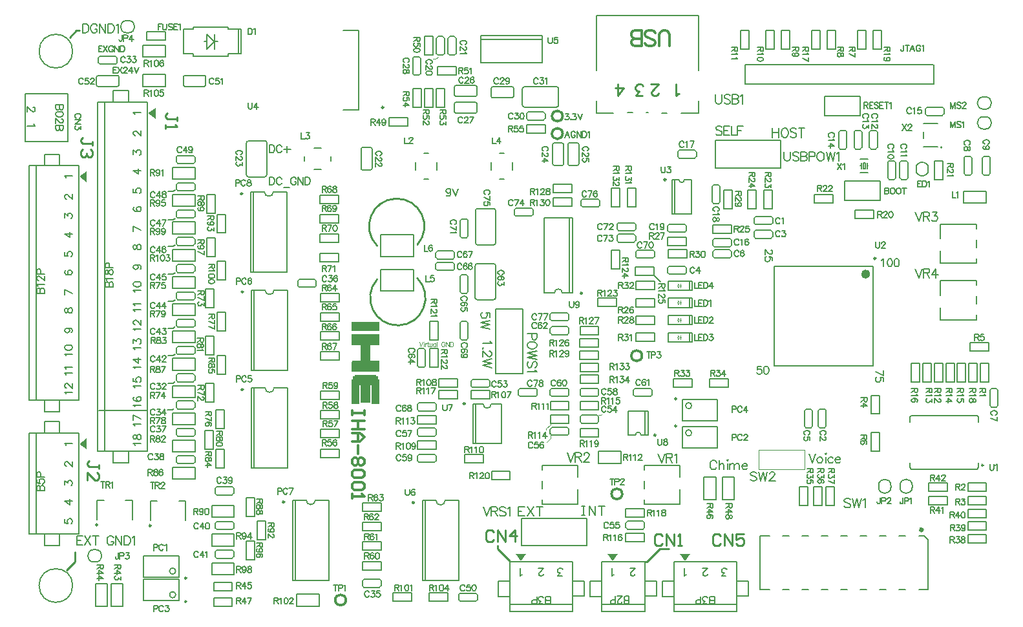
<source format=gto>
G04*
G04 #@! TF.GenerationSoftware,Altium Limited,Altium Designer,21.6.1 (37)*
G04*
G04 Layer_Color=65535*
%FSLAX44Y44*%
%MOMM*%
G71*
G04*
G04 #@! TF.SameCoordinates,3233E1FD-44FA-4E4D-806F-7065AC5E4394*
G04*
G04*
G04 #@! TF.FilePolarity,Positive*
G04*
G01*
G75*
%ADD10C,0.1500*%
%ADD11C,0.6000*%
%ADD12C,0.2500*%
%ADD13C,0.2540*%
%ADD14C,0.5000*%
%ADD15C,0.3000*%
%ADD16C,0.2000*%
%ADD17C,0.1000*%
%ADD18C,0.3500*%
%ADD19R,3.6653X0.4000*%
G36*
X180640Y661580D02*
X170640Y668580D01*
X180640Y675580D01*
Y661580D01*
D02*
G37*
G36*
X90640Y578580D02*
X80640Y585580D01*
X90640Y592580D01*
Y578580D01*
D02*
G37*
G36*
X474000Y383176D02*
X437424D01*
Y395368D01*
X474000D01*
Y383176D01*
D02*
G37*
G36*
Y364888D02*
X461808D01*
Y342536D01*
X474000D01*
Y330344D01*
X437424D01*
Y342536D01*
X449616D01*
Y364888D01*
X437424D01*
Y379112D01*
X474000D01*
Y364888D01*
D02*
G37*
G36*
X469936Y324248D02*
X471968D01*
Y320184D01*
X474000D01*
Y287672D01*
X463840D01*
Y312056D01*
X461808D01*
Y289704D01*
X449616D01*
Y312056D01*
X447584D01*
Y287672D01*
X437424D01*
Y320184D01*
X439456D01*
Y324248D01*
X441488D01*
Y326280D01*
X469936D01*
Y324248D01*
D02*
G37*
G36*
X90640Y228580D02*
X80640Y235580D01*
X90640Y242580D01*
Y228580D01*
D02*
G37*
G36*
X874420Y81640D02*
X867420Y91640D01*
X881420D01*
X874420Y81640D01*
D02*
G37*
G36*
X779420D02*
X772420Y91640D01*
X786420D01*
X779420Y81640D01*
D02*
G37*
G36*
X659420D02*
X652420Y91640D01*
X666420D01*
X659420Y81640D01*
D02*
G37*
D10*
X145270Y774000D02*
G03*
X145270Y790000I0J8000D01*
G01*
X142730D02*
G03*
X142730Y774000I0J-8000D01*
G01*
X102270Y81000D02*
G03*
X102270Y97000I0J8000D01*
G01*
X99730D02*
G03*
X99730Y81000I0J-8000D01*
G01*
X1263750Y589900D02*
G03*
X1265900Y587750I2150J0D01*
G01*
Y612250D02*
G03*
X1263750Y610100I0J-2150D01*
G01*
X1274250D02*
G03*
X1272100Y612250I-2150J0D01*
G01*
Y587750D02*
G03*
X1274250Y589900I0J2150D01*
G01*
X1239750Y589900D02*
G03*
X1241900Y587750I2150J0D01*
G01*
Y612250D02*
G03*
X1239750Y610100I0J-2150D01*
G01*
X1250250D02*
G03*
X1248100Y612250I-2150J0D01*
G01*
Y587750D02*
G03*
X1250250Y589900I0J2150D01*
G01*
X1059250Y279100D02*
G03*
X1057100Y281250I-2150J0D01*
G01*
Y256750D02*
G03*
X1059250Y258900I0J2150D01*
G01*
X1048750D02*
G03*
X1050900Y256750I2150J0D01*
G01*
Y281250D02*
G03*
X1048750Y279100I0J-2150D01*
G01*
X987100Y522750D02*
G03*
X989250Y524900I0J2150D01*
G01*
X964750D02*
G03*
X966900Y522750I2150J0D01*
G01*
Y533250D02*
G03*
X964750Y531100I0J-2150D01*
G01*
X989250D02*
G03*
X987100Y533250I-2150J0D01*
G01*
X649750Y701000D02*
G03*
X647500Y703250I-2250J0D01*
G01*
Y688750D02*
G03*
X649750Y691000I0J2250D01*
G01*
X620250D02*
G03*
X622500Y688750I2250J0D01*
G01*
Y703250D02*
G03*
X620250Y701000I0J-2250D01*
G01*
X599500Y690650D02*
G03*
X601750Y692900I0J2250D01*
G01*
Y702900D02*
G03*
X599500Y705150I-2250J0D01*
G01*
X574500D02*
G03*
X572250Y702900I0J-2250D01*
G01*
Y692900D02*
G03*
X574500Y690650I2250J0D01*
G01*
X599500Y668500D02*
G03*
X601750Y670750I0J2250D01*
G01*
Y680750D02*
G03*
X599500Y683000I-2250J0D01*
G01*
X574500D02*
G03*
X572250Y680750I0J-2250D01*
G01*
Y670750D02*
G03*
X574500Y668500I2250J0D01*
G01*
X546100Y278750D02*
G03*
X548250Y280900I0J2150D01*
G01*
X523750D02*
G03*
X525900Y278750I2150J0D01*
G01*
Y289250D02*
G03*
X523750Y287100I0J-2150D01*
G01*
X548250D02*
G03*
X546100Y289250I-2150J0D01*
G01*
Y245750D02*
G03*
X548250Y247900I0J2150D01*
G01*
X523750D02*
G03*
X525900Y245750I2150J0D01*
G01*
Y256250D02*
G03*
X523750Y254100I0J-2150D01*
G01*
X548250D02*
G03*
X546100Y256250I-2150J0D01*
G01*
X525900Y222000D02*
G03*
X523750Y219850I0J-2150D01*
G01*
X548250D02*
G03*
X546100Y222000I-2150J0D01*
G01*
Y211500D02*
G03*
X548250Y213650I0J2150D01*
G01*
X523750D02*
G03*
X525900Y211500I2150J0D01*
G01*
X72000Y750000D02*
G03*
X72000Y750000I-22000J0D01*
G01*
Y50000D02*
G03*
X72000Y50000I-22000J0D01*
G01*
X130250Y741100D02*
G03*
X128100Y743250I-2150J0D01*
G01*
X107900D02*
G03*
X105750Y741100I0J-2150D01*
G01*
Y734900D02*
G03*
X107900Y732750I2150J0D01*
G01*
X128100D02*
G03*
X130250Y734900I0J2150D01*
G01*
X851700Y514900D02*
G03*
X853850Y512750I2150J0D01*
G01*
X874050D02*
G03*
X876200Y514900I0J2150D01*
G01*
Y521100D02*
G03*
X874050Y523250I-2150J0D01*
G01*
X853850D02*
G03*
X851700Y521100I0J-2150D01*
G01*
X323500Y585250D02*
G03*
X326250Y588000I0J2750D01*
G01*
X302500Y632750D02*
G03*
X299750Y630000I0J-2750D01*
G01*
Y588000D02*
G03*
X302500Y585250I2750J0D01*
G01*
X326250Y630000D02*
G03*
X323500Y632750I-2750J0D01*
G01*
X547750Y464900D02*
G03*
X549900Y462750I2150J0D01*
G01*
X570100D02*
G03*
X572250Y464900I0J2150D01*
G01*
Y471100D02*
G03*
X570100Y473250I-2150J0D01*
G01*
X549900D02*
G03*
X547750Y471100I0J-2150D01*
G01*
X464250Y621500D02*
G03*
X462000Y623750I-2250J0D01*
G01*
X452000D02*
G03*
X449750Y621500I0J-2250D01*
G01*
Y596500D02*
G03*
X452000Y594250I2250J0D01*
G01*
X462000D02*
G03*
X464250Y596500I0J2250D01*
G01*
X866491Y581500D02*
G03*
X873509Y581500I3509J0D01*
G01*
X1275900Y308250D02*
G03*
X1273750Y306100I0J-2150D01*
G01*
Y285900D02*
G03*
X1275900Y283750I2150J0D01*
G01*
X1282100D02*
G03*
X1284250Y285900I0J2150D01*
G01*
Y306100D02*
G03*
X1282100Y308250I-2150J0D01*
G01*
X853850Y468250D02*
G03*
X851700Y466100I0J-2150D01*
G01*
X876200D02*
G03*
X874050Y468250I-2150J0D01*
G01*
Y457750D02*
G03*
X876200Y459900I0J2150D01*
G01*
X851700D02*
G03*
X853850Y457750I2150J0D01*
G01*
X577750Y31650D02*
G03*
X579900Y29500I2150J0D01*
G01*
X600100D02*
G03*
X602250Y31650I0J2150D01*
G01*
Y37850D02*
G03*
X600100Y40000I-2150J0D01*
G01*
X579900D02*
G03*
X577750Y37850I0J-2150D01*
G01*
X1213766Y674100D02*
G03*
X1211616Y676250I-2150J0D01*
G01*
X1191416D02*
G03*
X1189266Y674100I0J-2150D01*
G01*
Y667900D02*
G03*
X1191416Y665750I2150J0D01*
G01*
X1211616D02*
G03*
X1213766Y667900I0J2150D01*
G01*
X883001Y249999D02*
G03*
X883001Y249999I-4000J0D01*
G01*
Y285650D02*
G03*
X883001Y285650I-4000J0D01*
G01*
X581800Y396250D02*
G03*
X579650Y394100I0J-2150D01*
G01*
Y373900D02*
G03*
X581800Y371750I2150J0D01*
G01*
X588000D02*
G03*
X590150Y373900I0J2150D01*
G01*
Y394100D02*
G03*
X588000Y396250I-2150J0D01*
G01*
X623500Y496250D02*
G03*
X626250Y499000I0J2750D01*
G01*
X602500Y543750D02*
G03*
X599750Y541000I0J-2750D01*
G01*
Y499000D02*
G03*
X602500Y496250I2750J0D01*
G01*
X626250Y541000D02*
G03*
X623500Y543750I-2750J0D01*
G01*
X581800Y530250D02*
G03*
X579650Y528100I0J-2150D01*
G01*
Y507900D02*
G03*
X581800Y505750I2150J0D01*
G01*
X588000D02*
G03*
X590150Y507900I0J2150D01*
G01*
Y528100D02*
G03*
X588000Y530250I-2150J0D01*
G01*
X650750Y535900D02*
G03*
X652900Y533750I2150J0D01*
G01*
X673100D02*
G03*
X675250Y535900I0J2150D01*
G01*
Y542100D02*
G03*
X673100Y544250I-2150J0D01*
G01*
X652900D02*
G03*
X650750Y542100I0J-2150D01*
G01*
X474100Y47750D02*
G03*
X476250Y49900I0J2150D01*
G01*
X451750D02*
G03*
X453900Y47750I2150J0D01*
G01*
Y58250D02*
G03*
X451750Y56100I0J-2150D01*
G01*
X476250D02*
G03*
X474100Y58250I-2150J0D01*
G01*
X806750Y299900D02*
G03*
X808900Y297750I2150J0D01*
G01*
X829100D02*
G03*
X831250Y299900I0J2150D01*
G01*
Y306100D02*
G03*
X829100Y308250I-2150J0D01*
G01*
X808900D02*
G03*
X806750Y306100I0J-2150D01*
G01*
X565900Y769250D02*
G03*
X563750Y767100I0J-2150D01*
G01*
Y746900D02*
G03*
X565900Y744750I2150J0D01*
G01*
X572100D02*
G03*
X574250Y746900I0J2150D01*
G01*
Y767100D02*
G03*
X572100Y769250I-2150J0D01*
G01*
X550650D02*
G03*
X548500Y767100I0J-2150D01*
G01*
Y746900D02*
G03*
X550650Y744750I2150J0D01*
G01*
X556850D02*
G03*
X559000Y746900I0J2150D01*
G01*
Y767100D02*
G03*
X556850Y769250I-2150J0D01*
G01*
X519650Y742850D02*
G03*
X517500Y740700I0J-2150D01*
G01*
Y720500D02*
G03*
X519650Y718350I2150J0D01*
G01*
X525850D02*
G03*
X528000Y720500I0J2150D01*
G01*
Y740700D02*
G03*
X525850Y742850I-2150J0D01*
G01*
X1148100Y581750D02*
G03*
X1150250Y583900I0J2150D01*
G01*
Y604100D02*
G03*
X1148100Y606250I-2150J0D01*
G01*
X1141900D02*
G03*
X1139750Y604100I0J-2150D01*
G01*
Y583900D02*
G03*
X1141900Y581750I2150J0D01*
G01*
X1164100D02*
G03*
X1166250Y583900I0J2150D01*
G01*
Y604100D02*
G03*
X1164100Y606250I-2150J0D01*
G01*
X1157900D02*
G03*
X1155750Y604100I0J-2150D01*
G01*
Y583900D02*
G03*
X1157900Y581750I2150J0D01*
G01*
X1177000Y594270D02*
G03*
X1193000Y594270I8000J0D01*
G01*
Y596810D02*
G03*
X1177000Y596810I-8000J0D01*
G01*
X1172000Y181270D02*
G03*
X1156000Y181270I-8000J0D01*
G01*
Y178730D02*
G03*
X1172000Y178730I8000J0D01*
G01*
X1144000Y181270D02*
G03*
X1128000Y181270I-8000J0D01*
G01*
Y178730D02*
G03*
X1144000Y178730I8000J0D01*
G01*
X1267810Y674000D02*
G03*
X1267810Y690000I0J8000D01*
G01*
X1265270D02*
G03*
X1265270Y674000I0J-8000D01*
G01*
X1265270Y664000D02*
G03*
X1265270Y648000I0J-8000D01*
G01*
X1267810D02*
G03*
X1267810Y664000I0J8000D01*
G01*
X572250Y486100D02*
G03*
X570100Y488250I-2150J0D01*
G01*
X549900D02*
G03*
X547750Y486100I0J-2150D01*
G01*
Y479900D02*
G03*
X549900Y477750I2150J0D01*
G01*
X570100D02*
G03*
X572250Y479900I0J2150D01*
G01*
X130500Y703750D02*
G03*
X132750Y706000I0J2250D01*
G01*
Y716000D02*
G03*
X130500Y718250I-2250J0D01*
G01*
X105500D02*
G03*
X103250Y716000I0J-2250D01*
G01*
Y706000D02*
G03*
X105500Y703750I2250J0D01*
G01*
X391250Y449100D02*
G03*
X389100Y451250I-2150J0D01*
G01*
X368900D02*
G03*
X366750Y449100I0J-2150D01*
G01*
Y442900D02*
G03*
X368900Y440750I2150J0D01*
G01*
X389100D02*
G03*
X391250Y442900I0J2150D01*
G01*
X910750Y481400D02*
G03*
X912900Y479250I2150J0D01*
G01*
X933100D02*
G03*
X935250Y481400I0J2150D01*
G01*
Y487600D02*
G03*
X933100Y489750I-2150J0D01*
G01*
X912900D02*
G03*
X910750Y487600I0J-2150D01*
G01*
X691250Y668100D02*
G03*
X689100Y670250I-2150J0D01*
G01*
X668900D02*
G03*
X666750Y668100I0J-2150D01*
G01*
Y661900D02*
G03*
X668900Y659750I2150J0D01*
G01*
X689100D02*
G03*
X691250Y661900I0J2150D01*
G01*
X661250Y679500D02*
G03*
X664000Y676750I2750J0D01*
G01*
X708750Y700500D02*
G03*
X706000Y703250I-2750J0D01*
G01*
X664000D02*
G03*
X661250Y700500I0J-2750D01*
G01*
X706000Y676750D02*
G03*
X708750Y679500I0J2750D01*
G01*
X809750Y480900D02*
G03*
X811900Y478750I2150J0D01*
G01*
X832100D02*
G03*
X834250Y480900I0J2150D01*
G01*
Y487100D02*
G03*
X832100Y489250I-2150J0D01*
G01*
X811900D02*
G03*
X809750Y487100I0J-2150D01*
G01*
X593750Y311650D02*
G03*
X595900Y309500I2150J0D01*
G01*
X616100D02*
G03*
X618250Y311650I0J2150D01*
G01*
Y317850D02*
G03*
X616100Y320000I-2150J0D01*
G01*
X595900D02*
G03*
X593750Y317850I0J-2150D01*
G01*
X761250Y306100D02*
G03*
X759100Y308250I-2150J0D01*
G01*
X738900D02*
G03*
X736750Y306100I0J-2150D01*
G01*
Y299900D02*
G03*
X738900Y297750I2150J0D01*
G01*
X759100D02*
G03*
X761250Y299900I0J2150D01*
G01*
X1032900Y281250D02*
G03*
X1030750Y279100I0J-2150D01*
G01*
Y258900D02*
G03*
X1032900Y256750I2150J0D01*
G01*
X1039100D02*
G03*
X1041250Y258900I0J2150D01*
G01*
Y279100D02*
G03*
X1039100Y281250I-2150J0D01*
G01*
X989250Y513100D02*
G03*
X987100Y515250I-2150J0D01*
G01*
X966900D02*
G03*
X964750Y513100I0J-2150D01*
G01*
Y506900D02*
G03*
X966900Y504750I2150J0D01*
G01*
X987100D02*
G03*
X989250Y506900I0J2150D01*
G01*
X230100Y209750D02*
G03*
X232250Y211900I0J2150D01*
G01*
X207750D02*
G03*
X209900Y209750I2150J0D01*
G01*
Y220250D02*
G03*
X207750Y218100I0J-2150D01*
G01*
X232250D02*
G03*
X230100Y220250I-2150J0D01*
G01*
X283250Y94100D02*
G03*
X281100Y96250I-2150J0D01*
G01*
X260900D02*
G03*
X258750Y94100I0J-2150D01*
G01*
Y87900D02*
G03*
X260900Y85750I2150J0D01*
G01*
X281100D02*
G03*
X283250Y87900I0J2150D01*
G01*
Y131600D02*
G03*
X281100Y133750I-2150J0D01*
G01*
X260900D02*
G03*
X258750Y131600I0J-2150D01*
G01*
Y125400D02*
G03*
X260900Y123250I2150J0D01*
G01*
X281100D02*
G03*
X283250Y125400I0J2150D01*
G01*
X232250Y253827D02*
G03*
X230100Y255977I-2150J0D01*
G01*
X209900D02*
G03*
X207750Y253827I0J-2150D01*
G01*
Y247627D02*
G03*
X209900Y245477I2150J0D01*
G01*
X230100D02*
G03*
X232250Y247627I0J2150D01*
G01*
Y289555D02*
G03*
X230100Y291705I-2150J0D01*
G01*
X209900D02*
G03*
X207750Y289555I0J-2150D01*
G01*
Y283354D02*
G03*
X209900Y281204I2150J0D01*
G01*
X230100D02*
G03*
X232250Y283354I0J2150D01*
G01*
Y325282D02*
G03*
X230100Y327432I-2150J0D01*
G01*
X209900D02*
G03*
X207750Y325282I0J-2150D01*
G01*
Y319082D02*
G03*
X209900Y316932I2150J0D01*
G01*
X230100D02*
G03*
X232250Y319082I0J2150D01*
G01*
X283250Y177100D02*
G03*
X281100Y179250I-2150J0D01*
G01*
X260900D02*
G03*
X258750Y177100I0J-2150D01*
G01*
Y170900D02*
G03*
X260900Y168750I2150J0D01*
G01*
X281100D02*
G03*
X283250Y170900I0J2150D01*
G01*
X232250Y468191D02*
G03*
X230100Y470341I-2150J0D01*
G01*
X209900D02*
G03*
X207750Y468191I0J-2150D01*
G01*
Y461991D02*
G03*
X209900Y459841I2150J0D01*
G01*
X230100D02*
G03*
X232250Y461991I0J2150D01*
G01*
X206999Y69001D02*
G03*
X206999Y69001I-4000J0D01*
G01*
Y38001D02*
G03*
X206999Y38001I-4000J0D01*
G01*
X232250Y539645D02*
G03*
X230100Y541795I-2150J0D01*
G01*
X209900D02*
G03*
X207750Y539645I0J-2150D01*
G01*
Y533445D02*
G03*
X209900Y531295I2150J0D01*
G01*
X230100D02*
G03*
X232250Y533445I0J2150D01*
G01*
Y575373D02*
G03*
X230100Y577523I-2150J0D01*
G01*
X209900D02*
G03*
X207750Y575373I0J-2150D01*
G01*
Y569173D02*
G03*
X209900Y567023I2150J0D01*
G01*
X230100D02*
G03*
X232250Y569173I0J2150D01*
G01*
Y432463D02*
G03*
X230100Y434614I-2150J0D01*
G01*
X209900D02*
G03*
X207750Y432463I0J-2150D01*
G01*
Y426264D02*
G03*
X209900Y424114I2150J0D01*
G01*
X230100D02*
G03*
X232250Y426264I0J2150D01*
G01*
Y503918D02*
G03*
X230100Y506068I-2150J0D01*
G01*
X209900D02*
G03*
X207750Y503918I0J-2150D01*
G01*
Y497718D02*
G03*
X209900Y495568I2150J0D01*
G01*
X230100D02*
G03*
X232250Y497718I0J2150D01*
G01*
Y396736D02*
G03*
X230100Y398886I-2150J0D01*
G01*
X209900D02*
G03*
X207750Y396736I0J-2150D01*
G01*
Y390536D02*
G03*
X209900Y388386I2150J0D01*
G01*
X230100D02*
G03*
X232250Y390536I0J2150D01*
G01*
X232250Y611100D02*
G03*
X230100Y613250I-2150J0D01*
G01*
X209900D02*
G03*
X207750Y611100I0J-2150D01*
G01*
Y604900D02*
G03*
X209900Y602750I2150J0D01*
G01*
X230100D02*
G03*
X232250Y604900I0J2150D01*
G01*
X232250Y361009D02*
G03*
X230100Y363159I-2150J0D01*
G01*
X209900D02*
G03*
X207750Y361009I0J-2150D01*
G01*
Y354809D02*
G03*
X209900Y352659I2150J0D01*
G01*
X230100D02*
G03*
X232250Y354809I0J2150D01*
G01*
X866900Y620250D02*
G03*
X864750Y618100I0J-2150D01*
G01*
X889250D02*
G03*
X887100Y620250I-2150J0D01*
G01*
Y609750D02*
G03*
X889250Y611900I0J2150D01*
G01*
X864750D02*
G03*
X866900Y609750I2150J0D01*
G01*
X920250Y572600D02*
G03*
X918100Y574750I-2150J0D01*
G01*
Y550250D02*
G03*
X920250Y552400I0J2150D01*
G01*
X909750D02*
G03*
X911900Y550250I2150J0D01*
G01*
Y574750D02*
G03*
X909750Y572600I0J-2150D01*
G01*
X933100Y493750D02*
G03*
X935250Y495900I0J2150D01*
G01*
X910750D02*
G03*
X912900Y493750I2150J0D01*
G01*
Y504250D02*
G03*
X910750Y502100I0J-2150D01*
G01*
X935250D02*
G03*
X933100Y504250I-2150J0D01*
G01*
X1075750Y623900D02*
G03*
X1077900Y621750I2150J0D01*
G01*
Y646250D02*
G03*
X1075750Y644100I0J-2150D01*
G01*
X1086250D02*
G03*
X1084100Y646250I-2150J0D01*
G01*
Y621750D02*
G03*
X1086250Y623900I0J2150D01*
G01*
X1124100Y621750D02*
G03*
X1126250Y623900I0J2150D01*
G01*
Y644100D02*
G03*
X1124100Y646250I-2150J0D01*
G01*
X1117900D02*
G03*
X1115750Y644100I0J-2150D01*
G01*
Y623900D02*
G03*
X1117900Y621750I2150J0D01*
G01*
X1104100D02*
G03*
X1106250Y623900I0J2150D01*
G01*
Y644100D02*
G03*
X1104100Y646250I-2150J0D01*
G01*
X1097900D02*
G03*
X1095750Y644100I0J-2150D01*
G01*
Y623900D02*
G03*
X1097900Y621750I2150J0D01*
G01*
X656275Y299900D02*
G03*
X658425Y297750I2150J0D01*
G01*
X678625D02*
G03*
X680775Y299900I0J2150D01*
G01*
Y306100D02*
G03*
X678625Y308250I-2150J0D01*
G01*
X658425D02*
G03*
X656275Y306100I0J-2150D01*
G01*
X722250D02*
G03*
X720100Y308250I-2150J0D01*
G01*
X699900D02*
G03*
X697750Y306100I0J-2150D01*
G01*
Y299900D02*
G03*
X699900Y297750I2150J0D01*
G01*
X720100D02*
G03*
X722250Y299900I0J2150D01*
G01*
X697750Y248900D02*
G03*
X699900Y246750I2150J0D01*
G01*
X720100D02*
G03*
X722250Y248900I0J2150D01*
G01*
Y255100D02*
G03*
X720100Y257250I-2150J0D01*
G01*
X699900D02*
G03*
X697750Y255100I0J-2150D01*
G01*
X525850Y360250D02*
G03*
X523700Y358100I0J-2150D01*
G01*
Y337900D02*
G03*
X525850Y335750I2150J0D01*
G01*
X532050D02*
G03*
X534200Y337900I0J2150D01*
G01*
Y358100D02*
G03*
X532050Y360250I-2150J0D01*
G01*
X796800Y125900D02*
G03*
X798950Y123750I2150J0D01*
G01*
X819150D02*
G03*
X821300Y125900I0J2150D01*
G01*
Y132100D02*
G03*
X819150Y134250I-2150J0D01*
G01*
X798950D02*
G03*
X796800Y132100I0J-2150D01*
G01*
X697750Y380650D02*
G03*
X699900Y378500I2150J0D01*
G01*
X720100D02*
G03*
X722250Y380650I0J2150D01*
G01*
Y386850D02*
G03*
X720100Y389000I-2150J0D01*
G01*
X699900D02*
G03*
X697750Y386850I0J-2150D01*
G01*
X581800Y457250D02*
G03*
X579650Y455100I0J-2150D01*
G01*
Y434900D02*
G03*
X581800Y432750I2150J0D01*
G01*
X588000D02*
G03*
X590150Y434900I0J2150D01*
G01*
Y455100D02*
G03*
X588000Y457250I-2150J0D01*
G01*
X602250Y471750D02*
G03*
X599500Y469000I0J-2750D01*
G01*
X623250Y424250D02*
G03*
X626000Y427000I0J2750D01*
G01*
Y469000D02*
G03*
X623250Y471750I-2750J0D01*
G01*
X599500Y427000D02*
G03*
X602250Y424250I2750J0D01*
G01*
X738150Y547900D02*
G03*
X740300Y545750I2150J0D01*
G01*
X760500D02*
G03*
X762650Y547900I0J2150D01*
G01*
Y554100D02*
G03*
X760500Y556250I-2150J0D01*
G01*
X740300D02*
G03*
X738150Y554100I0J-2150D01*
G01*
X785150Y501900D02*
G03*
X787300Y499750I2150J0D01*
G01*
X807500D02*
G03*
X809650Y501900I0J2150D01*
G01*
Y508100D02*
G03*
X807500Y510250I-2150J0D01*
G01*
X787300D02*
G03*
X785150Y508100I0J-2150D01*
G01*
X809650Y523100D02*
G03*
X807500Y525250I-2150J0D01*
G01*
X787300D02*
G03*
X785150Y523100I0J-2150D01*
G01*
Y516900D02*
G03*
X787300Y514750I2150J0D01*
G01*
X807500D02*
G03*
X809650Y516900I0J2150D01*
G01*
X697750Y398900D02*
G03*
X699900Y396750I2150J0D01*
G01*
X720100D02*
G03*
X722250Y398900I0J2150D01*
G01*
Y405100D02*
G03*
X720100Y407250I-2150J0D01*
G01*
X699900D02*
G03*
X697750Y405100I0J-2150D01*
G01*
X244250Y703750D02*
G03*
X246500Y706000I0J2250D01*
G01*
Y716000D02*
G03*
X244250Y718250I-2250J0D01*
G01*
X219250D02*
G03*
X217000Y716000I0J-2250D01*
G01*
Y706000D02*
G03*
X219250Y703750I2250J0D01*
G01*
X738900Y273250D02*
G03*
X736750Y271100I0J-2150D01*
G01*
X761250D02*
G03*
X759100Y273250I-2150J0D01*
G01*
Y262750D02*
G03*
X761250Y264900I0J2150D01*
G01*
X736750D02*
G03*
X738900Y262750I2150J0D01*
G01*
X703000Y629750D02*
G03*
X700750Y627500I0J-2250D01*
G01*
X715250D02*
G03*
X713000Y629750I-2250J0D01*
G01*
Y600250D02*
G03*
X715250Y602500I0J2250D01*
G01*
X700750D02*
G03*
X703000Y600250I2250J0D01*
G01*
X723000Y629750D02*
G03*
X720750Y627500I0J-2250D01*
G01*
X735250D02*
G03*
X733000Y629750I-2250J0D01*
G01*
Y600250D02*
G03*
X735250Y602500I0J2250D01*
G01*
X720750D02*
G03*
X723000Y600250I2250J0D01*
G01*
X197000Y529000D02*
X204000D01*
X206000Y531000D01*
X197000Y566000D02*
X204000D01*
X206000Y568000D01*
X197000Y494000D02*
X204000D01*
X206000Y496000D01*
X197000Y458000D02*
X204000D01*
X206000Y460000D01*
X197000Y422000D02*
X204000D01*
X206000Y424000D01*
X197000Y351000D02*
X204000D01*
X206000Y353000D01*
X197000Y387000D02*
X204000D01*
X206000Y389000D01*
X197000Y315000D02*
X204000D01*
X206000Y317000D01*
X203000Y280000D02*
X205000Y282000D01*
X196000Y280000D02*
X203000D01*
X142730Y774000D02*
X145270D01*
X142730Y790000D02*
X145270D01*
X99730Y81000D02*
X102270D01*
X99730Y97000D02*
X102270D01*
X822000Y16000D02*
Y80290D01*
X822450Y56000D02*
X837450D01*
X822450Y36000D02*
X837450D01*
Y56000D01*
X750000D02*
X765000D01*
X750000Y35840D02*
X765000D01*
X750000D02*
Y56000D01*
X765000Y25000D02*
X822000Y25000D01*
X765000Y16000D02*
Y81000D01*
Y16000D02*
X822000Y16000D01*
X765000Y81000D02*
X822000Y81000D01*
X957450Y36000D02*
Y56000D01*
X942450Y36000D02*
X957450D01*
X942450Y56000D02*
X957450D01*
X860000Y81000D02*
X942000Y81000D01*
Y16000D02*
Y80290D01*
X860000Y16000D02*
X942000Y16000D01*
X860000Y16000D02*
Y81000D01*
Y25000D02*
X942000Y25000D01*
X845000Y35840D02*
Y56000D01*
Y35840D02*
X860000D01*
X845000Y56000D02*
X860000D01*
X630000D02*
X645000D01*
X630000Y35840D02*
X645000D01*
X630000D02*
Y56000D01*
X645000Y25000D02*
X727000Y25000D01*
X645000Y16000D02*
Y81000D01*
Y16000D02*
X727000Y16000D01*
Y16000D02*
Y80290D01*
X645000Y81000D02*
X727000Y81000D01*
X727450Y56000D02*
X742450D01*
X727450Y36000D02*
X742450D01*
Y56000D01*
X170000Y683000D02*
X170000Y226000D01*
X105000D02*
X169290D01*
X105000Y683000D02*
X105000Y226000D01*
X105000Y683000D02*
X170000D01*
X114000D02*
X114000Y226000D01*
X124840Y698000D02*
X145000D01*
X124840Y683000D02*
Y698000D01*
X145000Y683000D02*
Y698000D01*
Y210550D02*
Y225550D01*
X125000Y210550D02*
Y225550D01*
Y210550D02*
X145000D01*
X80000Y600000D02*
X80000Y293000D01*
X15000Y600000D02*
X15000Y293000D01*
X15000Y600000D02*
X80000D01*
X24000D02*
X24000Y293000D01*
X34840Y615000D02*
X55000D01*
X34840Y600000D02*
Y615000D01*
X55000Y600000D02*
Y615000D01*
X35000Y277550D02*
X55000D01*
X35000D02*
Y292550D01*
X55000Y277550D02*
Y292550D01*
X15000Y293000D02*
X79290D01*
X55000Y250000D02*
Y265000D01*
X34840Y250000D02*
Y265000D01*
X55000D01*
X24000Y250000D02*
X24000Y118000D01*
X15000Y250000D02*
X80000D01*
X15000D02*
X15000Y118000D01*
X15000D02*
X79290D01*
X80000Y250000D02*
X80000Y118000D01*
X55000Y102550D02*
Y117550D01*
X35000Y102550D02*
Y117550D01*
Y102550D02*
X55000D01*
X1263750Y589900D02*
Y610100D01*
X1265900Y612250D02*
X1272100D01*
X1265900Y587750D02*
X1272100D01*
X1274250Y589900D02*
Y610100D01*
X1239750Y589900D02*
Y610100D01*
X1241900Y612250D02*
X1248100D01*
X1241900Y587750D02*
X1248100D01*
X1250250Y589900D02*
Y610100D01*
X1059250Y258900D02*
Y279100D01*
X1050900Y256750D02*
X1057100D01*
X1050900Y281250D02*
X1057100D01*
X1048750Y258900D02*
Y279100D01*
X966900Y522750D02*
X987100D01*
X964750Y524900D02*
Y531100D01*
X989250Y524900D02*
Y531100D01*
X966900Y533250D02*
X987100D01*
X518750Y480750D02*
Y509250D01*
X475250D02*
X518750D01*
X475250Y480750D02*
X518750D01*
X475250D02*
Y509250D01*
X518750Y435750D02*
Y464250D01*
X475250D02*
X518750D01*
X475250Y435750D02*
X518750D01*
X475250D02*
Y464250D01*
X622500Y688750D02*
X647500D01*
X649750Y691000D02*
Y701000D01*
X620250Y691000D02*
Y701000D01*
X622500Y703250D02*
X647500D01*
X574500Y690650D02*
X599500D01*
X601750Y692900D02*
Y702900D01*
X572250Y692900D02*
Y702900D01*
X574500Y705150D02*
X599500D01*
X574500Y668500D02*
X599500D01*
X601750Y670750D02*
Y680750D01*
X572250Y670750D02*
Y680750D01*
X574500Y683000D02*
X599500D01*
X525900Y278750D02*
X546100D01*
X523750Y280900D02*
Y287100D01*
X548250Y280900D02*
Y287100D01*
X525900Y289250D02*
X546100D01*
X525900Y245750D02*
X546100D01*
X523750Y247900D02*
Y254100D01*
X548250Y247900D02*
Y254100D01*
X525900Y256250D02*
X546100D01*
X523750Y261937D02*
X548150D01*
X523750D02*
Y272937D01*
X548150D01*
Y261937D02*
Y272937D01*
X523750Y228500D02*
X548150D01*
X523750D02*
Y239500D01*
X548150D01*
Y228500D02*
Y239500D01*
X525900Y222000D02*
X546100D01*
X548250Y213650D02*
Y219850D01*
X523750Y213650D02*
Y219850D01*
X525900Y211500D02*
X546100D01*
X790750Y210250D02*
Y225750D01*
X761250D02*
X790750D01*
X761250Y210250D02*
X790750D01*
X761250D02*
Y225750D01*
X1185667Y316800D02*
Y341200D01*
X1196667D01*
Y316800D02*
Y341200D01*
X1185667Y316800D02*
X1196667D01*
X1200833D02*
Y341200D01*
X1211833D01*
Y316800D02*
Y341200D01*
X1200833Y316800D02*
X1211833D01*
X1227000D02*
Y341200D01*
X1216000Y316800D02*
X1227000D01*
X1216000D02*
Y341200D01*
X1227000D01*
X1257333Y316800D02*
Y341200D01*
X1246333Y316800D02*
X1257333D01*
X1246333D02*
Y341200D01*
X1257333D01*
X1242167Y316800D02*
Y341200D01*
X1231167Y316800D02*
X1242167D01*
X1231167D02*
Y341200D01*
X1242167D01*
X107900Y743250D02*
X128100D01*
X130250Y734900D02*
Y741100D01*
X105750Y734900D02*
Y741100D01*
X107900Y732750D02*
X128100D01*
X853850Y512750D02*
X874050D01*
X851700Y514900D02*
Y521100D01*
X876200Y514900D02*
Y521100D01*
X853850Y523250D02*
X874050D01*
X193750Y742250D02*
Y757750D01*
X164250D02*
X193750D01*
X164250Y742250D02*
X193750D01*
X164250D02*
Y757750D01*
X299750Y630000D02*
X299750Y588000D01*
X302500Y585250D02*
X323500D01*
X302500Y632750D02*
X323500D01*
X326250Y630000D02*
X326250Y588000D01*
X244000Y762500D02*
X248000D01*
X276000Y746500D02*
X289000D01*
X276000Y743500D02*
Y746500D01*
Y778500D02*
Y781500D01*
X289000Y778500D02*
X293000D01*
X276000D02*
X289000D01*
X230000D02*
Y781500D01*
X217000Y778500D02*
X230000D01*
X217000Y746500D02*
Y778500D01*
Y746500D02*
X230000D01*
Y743500D02*
Y746500D01*
Y743500D02*
X276000D01*
X230000Y781500D02*
X276000D01*
X289000Y746500D02*
Y778500D01*
Y746500D02*
X293000D01*
Y778500D01*
X248000Y752500D02*
X257500Y762000D01*
X248000Y752500D02*
Y772500D01*
X257500Y763000D01*
X258000Y752500D02*
Y772500D01*
Y762500D02*
X262000D01*
X666800Y653500D02*
X691200D01*
Y642500D02*
Y653500D01*
X666800Y642500D02*
X691200D01*
X666800D02*
Y653500D01*
X549900Y462750D02*
X570100D01*
X547750Y464900D02*
Y471100D01*
X572250Y464900D02*
Y471100D01*
X549900Y473250D02*
X570100D01*
X464250Y596500D02*
Y621500D01*
X452000Y623750D02*
X462000D01*
X452000Y594250D02*
X462000D01*
X449750Y596500D02*
Y621500D01*
X491800Y40500D02*
X516200D01*
Y29500D02*
Y40500D01*
X491800Y29500D02*
X516200D01*
X491800D02*
Y40500D01*
X538800Y29500D02*
X563200D01*
X538800D02*
Y40500D01*
X563200D01*
Y29500D02*
Y40500D01*
X1247800Y368500D02*
X1272200D01*
Y357500D02*
Y368500D01*
X1247800Y357500D02*
X1272200D01*
X1247800D02*
Y368500D01*
X1129500Y274800D02*
Y299200D01*
X1118500Y274800D02*
X1129500D01*
X1118500D02*
Y299200D01*
X1129500D01*
X798650Y570200D02*
X809650D01*
X798650Y545800D02*
Y570200D01*
Y545800D02*
X809650D01*
Y570200D01*
X777500Y545800D02*
X788500D01*
Y570200D01*
X777500D02*
X788500D01*
X777500Y545800D02*
Y570200D01*
X861000Y536750D02*
Y581500D01*
X857000Y536750D02*
Y581500D01*
Y536750D02*
X883000D01*
Y581500D01*
X873750D02*
X883000D01*
X857000D02*
X866500D01*
X1118500Y225800D02*
Y250200D01*
X1129500D01*
Y225800D02*
Y250200D01*
X1118500Y225800D02*
X1129500D01*
X1273750Y285900D02*
Y306100D01*
X1275900Y308250D02*
X1282100D01*
X1275900Y283750D02*
X1282100D01*
X1284250Y285900D02*
Y306100D01*
X9500Y631500D02*
X65500D01*
X9500D02*
Y694500D01*
X65500D01*
Y631500D02*
Y694500D01*
X853850Y468250D02*
X874050D01*
X876200Y459900D02*
Y466100D01*
X851700Y459900D02*
Y466100D01*
X853850Y457750D02*
X874050D01*
X593800Y294500D02*
X618200D01*
X593800D02*
Y305500D01*
X618200D01*
Y294500D02*
Y305500D01*
X551800Y309500D02*
X576200D01*
X551800D02*
Y320500D01*
X576200D01*
Y309500D02*
Y320500D01*
X1261500Y316800D02*
Y341200D01*
X1272500D01*
Y316800D02*
Y341200D01*
X1261500Y316800D02*
X1272500D01*
X1244800Y184500D02*
X1269200D01*
Y173500D02*
Y184500D01*
X1244800Y173500D02*
X1269200D01*
X1244800D02*
Y184500D01*
X1170500Y316800D02*
Y341200D01*
X1181500D01*
Y316800D02*
Y341200D01*
X1170500Y316800D02*
X1181500D01*
X579900Y29500D02*
X600100D01*
X577750Y31650D02*
Y37850D01*
X602250Y31650D02*
Y37850D01*
X579900Y40000D02*
X600100D01*
X1191416Y676250D02*
X1211616D01*
X1213766Y667900D02*
Y674100D01*
X1189266Y667900D02*
Y674100D01*
X1191416Y665750D02*
X1211616D01*
X1171000Y202500D02*
X1189000D01*
X1169000Y204500D02*
X1171000Y202500D01*
X1169000Y204500D02*
Y210500D01*
X1189000Y272500D02*
X1257000D01*
X1259000Y270500D01*
Y264500D02*
Y270500D01*
X1171000Y272500D02*
X1189000D01*
X1169000Y270500D02*
X1171000Y272500D01*
X1169000Y264500D02*
Y270500D01*
X1259000Y204500D02*
Y210500D01*
X1257000Y202500D02*
X1259000Y204500D01*
X1189000Y202500D02*
X1257000D01*
X899250Y191750D02*
X914750D01*
X899250Y162250D02*
Y191750D01*
X914750Y162250D02*
Y191750D01*
X899250Y162250D02*
X914750D01*
X923250Y191750D02*
X938750D01*
X923250Y162250D02*
Y191750D01*
X938750Y162250D02*
Y191750D01*
X923250Y162250D02*
X938750D01*
X883500Y309500D02*
Y320500D01*
X859100D02*
X883500D01*
X859100Y309500D02*
Y320500D01*
Y309500D02*
X883500D01*
X871001Y229999D02*
Y257999D01*
Y229999D02*
X917001Y229999D01*
Y257999D01*
X871001D02*
X917001D01*
X871001Y265650D02*
Y293650D01*
Y265650D02*
X917001Y265650D01*
Y293650D01*
X871001D02*
X917001D01*
X930701Y309500D02*
Y320500D01*
X906301D02*
X930701D01*
X906301Y309500D02*
Y320500D01*
Y309500D02*
X930701D01*
X1053500Y154800D02*
Y179200D01*
X1042500Y154800D02*
X1053500D01*
X1042500D02*
Y179200D01*
X1053500D01*
X579650Y373900D02*
Y394100D01*
X581800Y396250D02*
X588000D01*
X581800Y371750D02*
X588000D01*
X590150Y373900D02*
Y394100D01*
X599750Y541000D02*
X599750Y499000D01*
X602500Y496250D02*
X623500D01*
X602500Y543750D02*
X623500D01*
X626250Y541000D02*
X626250Y499000D01*
X579650Y507900D02*
Y528100D01*
X581800Y530250D02*
X588000D01*
X581800Y505750D02*
X588000D01*
X590150Y507900D02*
Y528100D01*
X652900Y533750D02*
X673100D01*
X650750Y535900D02*
Y542100D01*
X675250Y535900D02*
Y542100D01*
X652900Y544250D02*
X673100D01*
X453900Y47750D02*
X474100D01*
X451750Y49900D02*
Y56100D01*
X476250Y49900D02*
Y56100D01*
X453900Y58250D02*
X474100D01*
X808900Y297750D02*
X829100D01*
X806750Y299900D02*
Y306100D01*
X831250Y299900D02*
Y306100D01*
X808900Y308250D02*
X829100D01*
X563750Y746900D02*
Y767100D01*
X565900Y769250D02*
X572100D01*
X565900Y744750D02*
X572100D01*
X574250Y746900D02*
Y767100D01*
X548500Y746900D02*
Y767100D01*
X550650Y769250D02*
X556850D01*
X550650Y744750D02*
X556850D01*
X559000Y746900D02*
Y767100D01*
X533500Y769200D02*
X544500D01*
X533500Y744800D02*
Y769200D01*
Y744800D02*
X544500D01*
Y769200D01*
X574250Y718500D02*
Y729500D01*
X549850D02*
X574250D01*
X549850Y718500D02*
Y729500D01*
Y718500D02*
X574250D01*
X486800Y651500D02*
Y662500D01*
Y651500D02*
X511200D01*
Y662500D01*
X486800D02*
X511200D01*
X517500Y720500D02*
Y740700D01*
X519650Y742850D02*
X525850D01*
X519650Y718350D02*
X525850D01*
X528000Y720500D02*
Y740700D01*
X1150250Y583900D02*
Y604100D01*
X1141900Y581750D02*
X1148100D01*
X1141900Y606250D02*
X1148100D01*
X1139750Y583900D02*
Y604100D01*
X1166250Y583900D02*
Y604100D01*
X1157900Y581750D02*
X1164100D01*
X1157900Y606250D02*
X1164100D01*
X1155750Y583900D02*
Y604100D01*
X1201500Y606250D02*
X1212500D01*
X1201500Y581850D02*
Y606250D01*
Y581850D02*
X1212500D01*
Y606250D01*
X1177000Y594270D02*
Y596810D01*
X1193000Y594270D02*
Y596810D01*
X1172000Y178730D02*
Y181270D01*
X1156000Y178730D02*
Y181270D01*
X1144000Y178730D02*
Y181270D01*
X1128000Y178730D02*
Y181270D01*
X1265270Y674000D02*
X1267810D01*
X1265270Y690000D02*
X1267810D01*
X1265270Y664000D02*
X1267810D01*
X1265270Y648000D02*
X1267810D01*
X549900Y488250D02*
X570100D01*
X572250Y479900D02*
Y486100D01*
X547750Y479900D02*
Y486100D01*
X549900Y477750D02*
X570100D01*
X105500Y703750D02*
X130500D01*
X132750Y706000D02*
Y716000D01*
X103250Y706000D02*
Y716000D01*
X105500Y718250D02*
X130500D01*
X517500Y701200D02*
X528500D01*
X517500Y676800D02*
Y701200D01*
Y676800D02*
X528500D01*
Y701200D01*
X256800Y23151D02*
Y34151D01*
Y23151D02*
X281200D01*
Y34151D01*
X256800D02*
X281200D01*
X256800Y43500D02*
Y54500D01*
Y43500D02*
X281200D01*
Y54500D01*
X256800D02*
X281200D01*
X395800Y550650D02*
Y561650D01*
Y550650D02*
X420200D01*
Y561650D01*
X395800D02*
X420200D01*
X395800Y525250D02*
Y536250D01*
Y525250D02*
X420200D01*
Y536250D01*
X395800D02*
X420200D01*
X395800Y499850D02*
Y510850D01*
Y499850D02*
X420200D01*
Y510850D01*
X395800D02*
X420200D01*
X395750Y474150D02*
Y485150D01*
Y474150D02*
X420150D01*
Y485150D01*
X395750D02*
X420150D01*
X368900Y451250D02*
X389100D01*
X391250Y442900D02*
Y449100D01*
X366750Y442900D02*
Y449100D01*
X368900Y440750D02*
X389100D01*
X396800Y421950D02*
Y432950D01*
Y421950D02*
X421200D01*
Y432950D01*
X396800D02*
X421200D01*
X396800Y396500D02*
Y407500D01*
Y396500D02*
X421200D01*
Y407500D01*
X396800D02*
X421200D01*
X396800Y371500D02*
Y382500D01*
Y371500D02*
X421200D01*
Y382500D01*
X396800D02*
X421200D01*
X396800Y345500D02*
Y356500D01*
Y345500D02*
X421200D01*
Y356500D01*
X396800D02*
X421200D01*
X1069500Y154800D02*
Y179200D01*
X1058500Y154800D02*
X1069500D01*
X1058500D02*
Y179200D01*
X1069500D01*
X912900Y479250D02*
X933100D01*
X910750Y481400D02*
Y487600D01*
X935250Y481400D02*
Y487600D01*
X912900Y489750D02*
X933100D01*
X668900Y670250D02*
X689100D01*
X691250Y661900D02*
Y668100D01*
X666750Y661900D02*
Y668100D01*
X668900Y659750D02*
X689100D01*
X664000Y703250D02*
X706000Y703250D01*
X661250Y679500D02*
Y700500D01*
X708750Y679500D02*
Y700500D01*
X664000Y676750D02*
X706000Y676750D01*
X811900Y478750D02*
X832100D01*
X809750Y480900D02*
Y487100D01*
X834250Y480900D02*
Y487100D01*
X811900Y489250D02*
X832100D01*
X595900Y309500D02*
X616100D01*
X593750Y311650D02*
Y317850D01*
X618250Y311650D02*
Y317850D01*
X595900Y320000D02*
X616100D01*
X736800Y280500D02*
Y291500D01*
Y280500D02*
X761200D01*
Y291500D01*
X736800D02*
X761200D01*
X738900Y308250D02*
X759100D01*
X761250Y299900D02*
Y306100D01*
X736750Y299900D02*
Y306100D01*
X738900Y297750D02*
X759100D01*
X1030750Y258900D02*
Y279100D01*
X1032900Y281250D02*
X1039100D01*
X1032900Y256750D02*
X1039100D01*
X1041250Y258900D02*
Y279100D01*
X966900Y515250D02*
X987100D01*
X989250Y506900D02*
Y513100D01*
X964750Y506900D02*
Y513100D01*
X966900Y504750D02*
X987100D01*
X209900Y209750D02*
X230100D01*
X207750Y211900D02*
Y218100D01*
X232250Y211900D02*
Y218100D01*
X209900Y220250D02*
X230100D01*
X245500Y228800D02*
X256500D01*
Y253200D01*
X245500D02*
X256500D01*
X245500Y228800D02*
Y253200D01*
X261500Y383800D02*
X272500D01*
Y408200D01*
X261500D02*
X272500D01*
X261500Y383800D02*
Y408200D01*
X246500Y414200D02*
X257500D01*
Y438600D01*
X246500D02*
X257500D01*
X246500Y414200D02*
Y438600D01*
X261500Y450200D02*
X272500D01*
Y474600D01*
X261500D02*
X272500D01*
X261500Y450200D02*
Y474600D01*
X247500Y537800D02*
X258500D01*
Y562200D01*
X247500D02*
X258500D01*
X247500Y537800D02*
Y562200D01*
Y480800D02*
X258500D01*
Y505200D01*
X247500D02*
X258500D01*
X247500Y480800D02*
Y505200D01*
X260900Y96250D02*
X281100D01*
X283250Y87900D02*
Y94100D01*
X258750Y87900D02*
Y94100D01*
X260900Y85750D02*
X281100D01*
X283750Y139500D02*
Y155000D01*
X254250D02*
X283750D01*
X254250Y139500D02*
X283750D01*
X254250D02*
Y155000D01*
X260900Y133750D02*
X281100D01*
X283250Y125400D02*
Y131600D01*
X258750Y125400D02*
Y131600D01*
X260900Y123250D02*
X281100D01*
X209900Y255977D02*
X230100D01*
X232250Y247627D02*
Y253827D01*
X207750Y247627D02*
Y253827D01*
X209900Y245477D02*
X230100D01*
X259502Y255800D02*
X270502D01*
Y280200D01*
X259502D02*
X270502D01*
X259502Y255800D02*
Y280200D01*
X232750Y260690D02*
Y276190D01*
X203250D02*
X232750D01*
X203250Y260690D02*
X232750D01*
X203250D02*
Y276190D01*
X209900Y291705D02*
X230100D01*
X232250Y283354D02*
Y289555D01*
X207750Y283354D02*
Y289555D01*
X209900Y281204D02*
X230100D01*
X232750Y296410D02*
Y311910D01*
X203250D02*
X232750D01*
X203250Y296410D02*
X232750D01*
X203250D02*
Y311910D01*
X246500Y290600D02*
X257500D01*
Y315000D01*
X246500D02*
X257500D01*
X246500Y290600D02*
Y315000D01*
X261500Y327000D02*
X272500D01*
Y351400D01*
X261500D02*
X272500D01*
X261500Y327000D02*
Y351400D01*
X203250Y332130D02*
Y347630D01*
Y332130D02*
X232750D01*
X203250Y347630D02*
X232750D01*
Y332130D02*
Y347630D01*
X209900Y327432D02*
X230100D01*
X232250Y319082D02*
Y325282D01*
X207750Y319082D02*
Y325282D01*
X209900Y316932D02*
X230100D01*
X203250Y367850D02*
Y383350D01*
Y367850D02*
X232750D01*
X203250Y383350D02*
X232750D01*
Y367850D02*
Y383350D01*
X260900Y179250D02*
X281100D01*
X283250Y170900D02*
Y177100D01*
X258750Y170900D02*
Y177100D01*
X260900Y168750D02*
X281100D01*
X209900Y470341D02*
X230100D01*
X232250Y461991D02*
Y468191D01*
X207750Y461991D02*
Y468191D01*
X209900Y459841D02*
X230100D01*
X102250Y22901D02*
X117750D01*
Y52401D01*
X102250Y22901D02*
Y52401D01*
X117750D01*
X122250Y22901D02*
X137750D01*
Y52401D01*
X122250Y22901D02*
Y52401D01*
X137750D01*
X210999Y61001D02*
Y89001D01*
X164999Y89001D02*
X210999Y89001D01*
X164999Y61001D02*
Y89001D01*
Y61001D02*
X210999D01*
Y30001D02*
Y58001D01*
X164999Y58001D02*
X210999Y58001D01*
X164999Y30001D02*
Y58001D01*
Y30001D02*
X210999D01*
X209900Y541795D02*
X230100D01*
X232250Y533445D02*
Y539645D01*
X207750Y533445D02*
Y539645D01*
X209900Y531295D02*
X230100D01*
X209900Y577523D02*
X230100D01*
X232250Y569173D02*
Y575373D01*
X207750Y569173D02*
Y575373D01*
X209900Y567023D02*
X230100D01*
X203250Y403570D02*
Y419070D01*
Y403570D02*
X232750D01*
X203250Y419070D02*
X232750D01*
Y403570D02*
Y419070D01*
X246500Y352400D02*
X257500D01*
Y376800D01*
X246500D02*
X257500D01*
X246500Y352400D02*
Y376800D01*
X209900Y434614D02*
X230100D01*
X232250Y426264D02*
Y432463D01*
X207750Y426264D02*
Y432463D01*
X209900Y424114D02*
X230100D01*
X209900Y506068D02*
X230100D01*
X232250Y497718D02*
Y503918D01*
X207750Y497718D02*
Y503918D01*
X209900Y495568D02*
X230100D01*
X209900Y398886D02*
X230100D01*
X232250Y390536D02*
Y396736D01*
X207750Y390536D02*
Y396736D01*
X209900Y388386D02*
X230100D01*
X203250Y439290D02*
Y454790D01*
Y439290D02*
X232750D01*
X203250Y454790D02*
X232750D01*
Y439290D02*
Y454790D01*
X261500Y511800D02*
X272500D01*
Y536200D01*
X261500D02*
X272500D01*
X261500Y511800D02*
Y536200D01*
X209900Y613250D02*
X230100D01*
X232250Y604900D02*
Y611100D01*
X207750Y604900D02*
Y611100D01*
X209900Y602750D02*
X230100D01*
X209900Y363159D02*
X230100D01*
X232250Y354809D02*
Y361009D01*
X207750Y354809D02*
Y361009D01*
X209900Y352659D02*
X230100D01*
X203250Y475010D02*
Y490510D01*
Y475010D02*
X232750D01*
X203250Y490510D02*
X232750D01*
Y475010D02*
Y490510D01*
X203250Y510730D02*
Y526230D01*
Y510730D02*
X232750D01*
X203250Y526230D02*
X232750D01*
Y510730D02*
Y526230D01*
X203250Y546450D02*
Y561950D01*
Y546450D02*
X232750D01*
X203250Y561950D02*
X232750D01*
Y546450D02*
Y561950D01*
X203250Y582170D02*
Y597670D01*
Y582170D02*
X232750D01*
X203250Y597670D02*
X232750D01*
Y582170D02*
Y597670D01*
X1120500Y752795D02*
X1131500D01*
Y777195D01*
X1120500D02*
X1131500D01*
X1120500Y752795D02*
Y777195D01*
X1100500Y752795D02*
X1111500D01*
Y777195D01*
X1100500D02*
X1111500D01*
X1100500Y752795D02*
Y777195D01*
X1060500Y752800D02*
X1071500D01*
Y777200D01*
X1060500D02*
X1071500D01*
X1060500Y752800D02*
Y777200D01*
X1040500Y752795D02*
X1051500D01*
Y777195D01*
X1040500D02*
X1051500D01*
X1040500Y752795D02*
Y777195D01*
X1000500Y752800D02*
X1011500D01*
Y777200D01*
X1000500D02*
X1011500D01*
X1000500Y752800D02*
Y777200D01*
X980500Y752800D02*
X991500D01*
Y777200D01*
X980500D02*
X991500D01*
X980500Y752800D02*
Y777200D01*
X947500Y752795D02*
X958500D01*
Y777195D01*
X947500D02*
X958500D01*
X947500Y752795D02*
Y777195D01*
X866900Y620250D02*
X887100D01*
X889250Y611900D02*
Y618100D01*
X864750Y611900D02*
Y618100D01*
X866900Y609750D02*
X887100D01*
X920250Y552400D02*
Y572600D01*
X911900Y550250D02*
X918100D01*
X911900Y574750D02*
X918100D01*
X909750Y552400D02*
Y572600D01*
X925500Y543800D02*
X936500D01*
Y568200D01*
X925500D02*
X936500D01*
X925500Y543800D02*
Y568200D01*
X977500D02*
X988500D01*
X977500Y543800D02*
Y568200D01*
Y543800D02*
X988500D01*
Y568200D01*
X956500Y568200D02*
X967500D01*
X956500Y543800D02*
Y568200D01*
Y543800D02*
X967500D01*
Y568200D01*
X910850Y511500D02*
Y522500D01*
Y511500D02*
X935250D01*
Y522500D01*
X910850D02*
X935250D01*
X912900Y493750D02*
X933100D01*
X910750Y495900D02*
Y502100D01*
X935250Y495900D02*
Y502100D01*
X912900Y504250D02*
X933100D01*
X876200Y495500D02*
Y506500D01*
X851800D02*
X876200D01*
X851800Y495500D02*
Y506500D01*
Y495500D02*
X876200D01*
X876900Y478750D02*
Y489750D01*
X852500D02*
X876900D01*
X852500Y478750D02*
Y489750D01*
Y478750D02*
X876900D01*
X1121200Y530500D02*
Y541500D01*
X1096800D02*
X1121200D01*
X1096800Y530500D02*
Y541500D01*
Y530500D02*
X1121200D01*
X1075750Y623900D02*
Y644100D01*
X1077900Y646250D02*
X1084100D01*
X1077900Y621750D02*
X1084100D01*
X1086250Y623900D02*
Y644100D01*
X1068200Y551500D02*
Y562500D01*
X1043800D02*
X1068200D01*
X1043800Y551500D02*
Y562500D01*
Y551500D02*
X1068200D01*
X1126250Y623900D02*
Y644100D01*
X1117900Y621750D02*
X1124100D01*
X1117900Y646250D02*
X1124100D01*
X1115750Y623900D02*
Y644100D01*
X1106250Y623900D02*
Y644100D01*
X1097900Y621750D02*
X1104100D01*
X1097900Y646250D02*
X1104100D01*
X1095750Y623900D02*
Y644100D01*
X1103750Y591000D02*
X1114250D01*
X1110250Y596250D02*
Y603750D01*
X1107750Y596250D02*
X1110250D01*
X1107750D02*
Y603750D01*
X1110250D01*
X1112750Y596250D02*
Y603750D01*
X1105250Y596250D02*
Y603750D01*
X1103750Y600000D02*
X1105250D01*
X1112750D02*
X1114250D01*
X1103750Y609000D02*
X1114250D01*
X736800Y378500D02*
Y389500D01*
Y378500D02*
X761200D01*
Y389500D01*
X736800D02*
X761200D01*
X658425Y297750D02*
X678625D01*
X656275Y299900D02*
Y306100D01*
X680775Y299900D02*
Y306100D01*
X658425Y308250D02*
X678625D01*
X576200Y294500D02*
Y305500D01*
X551800D02*
X576200D01*
X551800Y294500D02*
Y305500D01*
Y294500D02*
X576200D01*
X697800Y280500D02*
Y291500D01*
Y280500D02*
X722200D01*
Y291500D01*
X697800D02*
X722200D01*
X699900Y308250D02*
X720100D01*
X722250Y299900D02*
Y306100D01*
X697750Y299900D02*
Y306100D01*
X699900Y297750D02*
X720100D01*
X722200Y262750D02*
Y273750D01*
X697800D02*
X722200D01*
X697800Y262750D02*
Y273750D01*
Y262750D02*
X722200D01*
X699900Y246750D02*
X720100D01*
X697750Y248900D02*
Y255100D01*
X722250Y248900D02*
Y255100D01*
X699900Y257250D02*
X720100D01*
X523700Y337900D02*
Y358100D01*
X525850Y360250D02*
X532050D01*
X525850Y335750D02*
X532050D01*
X534200Y337900D02*
Y358100D01*
X585800Y210500D02*
Y221500D01*
Y210500D02*
X610200D01*
Y221500D01*
X585800D02*
X610200D01*
X539500Y371891D02*
X550500D01*
Y396291D01*
X539500D02*
X550500D01*
X539500Y371891D02*
Y396291D01*
Y335891D02*
X550500D01*
Y360291D01*
X539500D02*
X550500D01*
X539500Y335891D02*
Y360291D01*
X620800Y188500D02*
Y199500D01*
Y188500D02*
X645200D01*
Y199500D01*
X620800D02*
X645200D01*
X821200Y139500D02*
Y150500D01*
X796800D02*
X821200D01*
X796800Y139500D02*
Y150500D01*
Y139500D02*
X821200D01*
X798950Y123750D02*
X819150D01*
X796800Y125900D02*
Y132100D01*
X821300Y125900D02*
Y132100D01*
X798950Y134250D02*
X819150D01*
X1024500Y179200D02*
X1035500D01*
X1024500Y154800D02*
Y179200D01*
Y154800D02*
X1035500D01*
Y179200D01*
X761200Y244500D02*
Y255500D01*
X736800D02*
X761200D01*
X736800Y244500D02*
Y255500D01*
Y244500D02*
X761200D01*
X1244800Y105500D02*
Y116500D01*
Y105500D02*
X1269200D01*
Y116500D01*
X1244800D02*
X1269200D01*
X1244800Y122278D02*
Y133278D01*
Y122278D02*
X1269200D01*
Y133278D01*
X1244800D02*
X1269200D01*
X1244800Y139056D02*
Y150056D01*
Y139056D02*
X1269200D01*
Y150056D01*
X1244800D02*
X1269200D01*
X1193800Y155833D02*
Y166833D01*
Y155833D02*
X1218200D01*
Y166833D01*
X1193800D02*
X1218200D01*
X1193800Y173500D02*
Y184500D01*
Y173500D02*
X1218200D01*
Y184500D01*
X1193800D02*
X1218200D01*
X1244800Y166833D02*
X1269200D01*
Y155833D02*
Y166833D01*
X1244800Y155833D02*
X1269200D01*
X1244800D02*
Y166833D01*
X810300Y437500D02*
Y448500D01*
Y437500D02*
X834700D01*
Y448500D01*
X810300D02*
X834700D01*
X810300Y414833D02*
Y425833D01*
Y414833D02*
X834700D01*
Y425833D01*
X810300D02*
X834700D01*
X810300Y392167D02*
Y403167D01*
Y392167D02*
X834700D01*
Y403167D01*
X810300D02*
X834700D01*
X810300Y369500D02*
Y380500D01*
Y369500D02*
X834700D01*
Y380500D01*
X810300D02*
X834700D01*
X880500Y449000D02*
X883500D01*
Y437000D02*
Y449000D01*
X880500Y437000D02*
X883500D01*
X880500D02*
Y449000D01*
X852500D02*
X880500D01*
X852500Y437000D02*
Y449000D01*
Y437000D02*
X880500D01*
Y381000D02*
X883500D01*
Y369000D02*
Y381000D01*
X880500Y369000D02*
X883500D01*
X880500D02*
Y381000D01*
X852500D02*
X880500D01*
X852500Y369000D02*
Y381000D01*
Y369000D02*
X880500D01*
Y404000D02*
X883500D01*
Y392000D02*
Y404000D01*
X880500Y392000D02*
X883500D01*
X880500D02*
Y404000D01*
X852500D02*
X880500D01*
X852500Y392000D02*
Y404000D01*
Y392000D02*
X880500D01*
Y426333D02*
X883500D01*
Y414333D02*
Y426333D01*
X880500Y414333D02*
X883500D01*
X880500D02*
Y426333D01*
X852500D02*
X880500D01*
X852500Y414333D02*
Y426333D01*
Y414333D02*
X880500D01*
X699900Y378500D02*
X720100D01*
X697750Y380650D02*
Y386850D01*
X722250Y380650D02*
Y386850D01*
X699900Y389000D02*
X720100D01*
X579650Y434900D02*
Y455100D01*
X581800Y457250D02*
X588000D01*
X581800Y432750D02*
X588000D01*
X590150Y434900D02*
Y455100D01*
X626000Y469000D02*
X626000Y427000D01*
X602250Y471750D02*
X623250D01*
X602250Y424250D02*
X623250D01*
X599500Y469000D02*
X599500Y427000D01*
X740300Y545750D02*
X760500D01*
X738150Y547900D02*
Y554100D01*
X762650Y547900D02*
Y554100D01*
X740300Y556250D02*
X760500D01*
X726200Y564500D02*
Y575500D01*
X701800D02*
X726200D01*
X701800Y564500D02*
Y575500D01*
Y564500D02*
X726200D01*
Y546500D02*
Y557500D01*
X701800D02*
X726200D01*
X701800Y546500D02*
Y557500D01*
Y546500D02*
X726200D01*
X787300Y499750D02*
X807500D01*
X785150Y501900D02*
Y508100D01*
X809650Y501900D02*
Y508100D01*
X787300Y510250D02*
X807500D01*
X809000Y456500D02*
Y467500D01*
Y456500D02*
X833400D01*
Y467500D01*
X809000D02*
X833400D01*
X777500Y489200D02*
X788500D01*
X777500Y464800D02*
Y489200D01*
Y464800D02*
X788500D01*
Y489200D01*
X787300Y525250D02*
X807500D01*
X809650Y516900D02*
Y523100D01*
X785150Y516900D02*
Y523100D01*
X787300Y514750D02*
X807500D01*
X784200Y415500D02*
Y426500D01*
X759800D02*
X784200D01*
X759800Y415500D02*
Y426500D01*
Y415500D02*
X784200D01*
X699900Y396750D02*
X720100D01*
X697750Y398900D02*
Y405100D01*
X722250Y398900D02*
Y405100D01*
X699900Y407250D02*
X720100D01*
X736800Y330500D02*
Y341500D01*
Y330500D02*
X761200D01*
Y341500D01*
X736800D02*
X761200D01*
Y314500D02*
Y325500D01*
X736800D02*
X761200D01*
X736800Y314500D02*
Y325500D01*
Y314500D02*
X761200D01*
X736700Y346500D02*
Y357500D01*
Y346500D02*
X761100D01*
Y357500D01*
X736700D02*
X761100D01*
Y362500D02*
Y373500D01*
X736700D02*
X761100D01*
X736700Y362500D02*
Y373500D01*
Y362500D02*
X761100D01*
X219250Y703750D02*
X244250D01*
X246500Y706000D02*
Y716000D01*
X217000Y706000D02*
Y716000D01*
X219250Y718250D02*
X244250D01*
X164250Y703750D02*
Y719250D01*
Y703750D02*
X193750D01*
X164250Y719250D02*
X193750D01*
Y703750D02*
Y719250D01*
X738900Y273250D02*
X759100D01*
X761250Y264900D02*
Y271100D01*
X736750Y264900D02*
Y271100D01*
X738900Y262750D02*
X759100D01*
X796800Y118500D02*
X821200D01*
Y107500D02*
Y118500D01*
X796800Y107500D02*
X821200D01*
X796800D02*
Y118500D01*
X203250Y224970D02*
Y240470D01*
Y224970D02*
X232750D01*
X203250Y240470D02*
X232750D01*
Y224970D02*
Y240470D01*
X203250Y189250D02*
Y204750D01*
Y189250D02*
X232750D01*
X203250Y204750D02*
X232750D01*
Y189250D02*
Y204750D01*
X259502Y203800D02*
Y228200D01*
X270502D01*
Y203800D02*
Y228200D01*
X259502Y203800D02*
X270502D01*
X299500Y140800D02*
Y165200D01*
X310500D01*
Y140800D02*
Y165200D01*
X299500Y140800D02*
X310500D01*
X254250Y101875D02*
Y117375D01*
Y101875D02*
X283750D01*
X254250Y117375D02*
X283750D01*
Y101875D02*
Y117375D01*
X313500Y109800D02*
Y134200D01*
X324500D01*
Y109800D02*
Y134200D01*
X313500Y109800D02*
X324500D01*
X254250Y64250D02*
Y79750D01*
Y64250D02*
X283750D01*
X254250Y79750D02*
X283750D01*
Y64250D02*
Y79750D01*
X299500Y83800D02*
Y108200D01*
X310500D01*
Y83800D02*
Y108200D01*
X299500Y83800D02*
X310500D01*
X394750Y23151D02*
Y38651D01*
X365250D02*
X394750D01*
X365250Y23151D02*
X394750D01*
X365250D02*
Y38651D01*
X451800Y157950D02*
X476200D01*
Y146950D02*
Y157950D01*
X451800Y146950D02*
X476200D01*
X451800D02*
Y157950D01*
Y132500D02*
X476200D01*
Y121500D02*
Y132500D01*
X451800Y121500D02*
X476200D01*
X451800D02*
Y132500D01*
Y107150D02*
X476200D01*
Y96150D02*
Y107150D01*
X451800Y96150D02*
X476200D01*
X451800D02*
Y107150D01*
Y81500D02*
X476200D01*
Y70500D02*
Y81500D01*
X451800Y70500D02*
X476200D01*
X451800D02*
Y81500D01*
X396800Y304900D02*
X421200D01*
Y293900D02*
Y304900D01*
X396800Y293900D02*
X421200D01*
X396800D02*
Y304900D01*
Y279500D02*
X421200D01*
Y268500D02*
Y279500D01*
X396800Y268500D02*
X421200D01*
X396800D02*
Y279500D01*
Y254500D02*
X421200D01*
Y243500D02*
Y254500D01*
X396800Y243500D02*
X421200D01*
X396800D02*
Y254500D01*
Y228500D02*
X421200D01*
Y217500D02*
Y228500D01*
X396800Y217500D02*
X421200D01*
X396800D02*
Y228500D01*
X533500Y676800D02*
Y701200D01*
X544500D01*
Y676800D02*
Y701200D01*
X533500Y676800D02*
X544500D01*
X548500D02*
Y701200D01*
X559500D01*
Y676800D02*
Y701200D01*
X548500Y676800D02*
X559500D01*
X715250Y602500D02*
Y627500D01*
X703000Y629750D02*
X713000D01*
X703000Y600250D02*
X713000D01*
X700750Y602500D02*
Y627500D01*
X735250Y602500D02*
Y627500D01*
X723000Y629750D02*
X733000D01*
X723000Y600250D02*
X733000D01*
X720750Y602500D02*
Y627500D01*
X168800Y775500D02*
X193200D01*
Y764500D02*
Y775500D01*
X168800Y764500D02*
X193200D01*
X168800D02*
Y775500D01*
X1239250Y551250D02*
Y566750D01*
Y551250D02*
X1268750D01*
X1239250Y566750D02*
X1268750D01*
Y551250D02*
Y566750D01*
X801000Y26002D02*
Y36000D01*
Y26002D02*
X796715D01*
X795287Y26478D01*
X794811Y26954D01*
X794335Y27906D01*
Y28859D01*
X794811Y29811D01*
X795287Y30287D01*
X796715Y30763D01*
X801000D02*
X796715D01*
X795287Y31239D01*
X794811Y31715D01*
X794335Y32667D01*
Y34096D01*
X794811Y35048D01*
X795287Y35524D01*
X796715Y36000D01*
X801000D01*
X791621Y28383D02*
Y27906D01*
X791145Y26954D01*
X790669Y26478D01*
X789717Y26002D01*
X787812D01*
X786860Y26478D01*
X786384Y26954D01*
X785908Y27906D01*
Y28859D01*
X786384Y29811D01*
X787336Y31239D01*
X792097Y36000D01*
X785432D01*
X783194Y31239D02*
X778910D01*
X777481Y30763D01*
X777005Y30287D01*
X776529Y29335D01*
Y27906D01*
X777005Y26954D01*
X777481Y26478D01*
X778910Y26002D01*
X783194D01*
Y36000D01*
X808524Y65053D02*
Y64577D01*
X808048Y63624D01*
X807572Y63148D01*
X806619Y62672D01*
X804715D01*
X803763Y63148D01*
X803287Y63624D01*
X802811Y64577D01*
Y65529D01*
X803287Y66481D01*
X804239Y67909D01*
X809000Y72670D01*
X802335D01*
X781000Y64577D02*
X780048Y64100D01*
X778620Y62672D01*
Y72670D01*
X876000Y64577D02*
X875048Y64100D01*
X873620Y62672D01*
Y72670D01*
X903524Y65053D02*
Y64577D01*
X903048Y63624D01*
X902572Y63148D01*
X901620Y62672D01*
X899715D01*
X898763Y63148D01*
X898287Y63624D01*
X897811Y64577D01*
Y65529D01*
X898287Y66481D01*
X899239Y67909D01*
X904000Y72670D01*
X897335D01*
X928048Y62672D02*
X922811D01*
X925667Y66481D01*
X924239D01*
X923287Y66957D01*
X922811Y67433D01*
X922335Y68861D01*
Y69813D01*
X922811Y71242D01*
X923763Y72194D01*
X925191Y72670D01*
X926620D01*
X928048Y72194D01*
X928524Y71718D01*
X929000Y70766D01*
X912830Y25842D02*
Y35840D01*
Y25842D02*
X908545D01*
X907117Y26318D01*
X906641Y26794D01*
X906165Y27747D01*
Y28699D01*
X906641Y29651D01*
X907117Y30127D01*
X908545Y30603D01*
X912830D02*
X908545D01*
X907117Y31079D01*
X906641Y31555D01*
X906165Y32507D01*
Y33936D01*
X906641Y34888D01*
X907117Y35364D01*
X908545Y35840D01*
X912830D01*
X902975Y25842D02*
X897738D01*
X900594Y29651D01*
X899166D01*
X898214Y30127D01*
X897738Y30603D01*
X897262Y32031D01*
Y32984D01*
X897738Y34412D01*
X898690Y35364D01*
X900118Y35840D01*
X901547D01*
X902975Y35364D01*
X903451Y34888D01*
X903927Y33936D01*
X895024Y31079D02*
X890740D01*
X889311Y30603D01*
X888835Y30127D01*
X888359Y29175D01*
Y27747D01*
X888835Y26794D01*
X889311Y26318D01*
X890740Y25842D01*
X895024D01*
Y35840D01*
X697830Y25842D02*
Y35840D01*
Y25842D02*
X693545D01*
X692117Y26318D01*
X691641Y26794D01*
X691165Y27747D01*
Y28699D01*
X691641Y29651D01*
X692117Y30127D01*
X693545Y30603D01*
X697830D02*
X693545D01*
X692117Y31079D01*
X691641Y31555D01*
X691165Y32507D01*
Y33936D01*
X691641Y34888D01*
X692117Y35364D01*
X693545Y35840D01*
X697830D01*
X687975Y25842D02*
X682738D01*
X685594Y29651D01*
X684166D01*
X683214Y30127D01*
X682738Y30603D01*
X682262Y32031D01*
Y32984D01*
X682738Y34412D01*
X683690Y35364D01*
X685118Y35840D01*
X686547D01*
X687975Y35364D01*
X688451Y34888D01*
X688927Y33936D01*
X680024Y31079D02*
X675740D01*
X674311Y30603D01*
X673835Y30127D01*
X673359Y29175D01*
Y27747D01*
X673835Y26794D01*
X674311Y26318D01*
X675740Y25842D01*
X680024D01*
Y35840D01*
X713048Y62672D02*
X707811D01*
X710667Y66481D01*
X709239D01*
X708287Y66957D01*
X707811Y67433D01*
X707335Y68861D01*
Y69813D01*
X707811Y71242D01*
X708763Y72194D01*
X710191Y72670D01*
X711620D01*
X713048Y72194D01*
X713524Y71718D01*
X714000Y70766D01*
X688524Y65053D02*
Y64577D01*
X688048Y63624D01*
X687572Y63148D01*
X686620Y62672D01*
X684715D01*
X683763Y63148D01*
X683287Y63624D01*
X682811Y64577D01*
Y65529D01*
X683287Y66481D01*
X684239Y67909D01*
X689000Y72670D01*
X682335D01*
X661000Y64577D02*
X660048Y64100D01*
X658620Y62672D01*
Y72670D01*
X153576Y334000D02*
X153100Y334952D01*
X151672Y336381D01*
X161670D01*
X151672Y346093D02*
X158337Y341332D01*
Y348473D01*
X151672Y346093D02*
X161670D01*
X153576Y667000D02*
X153100Y667952D01*
X151672Y669380D01*
X161670D01*
X153100Y545713D02*
X152148Y545237D01*
X151672Y543809D01*
Y542856D01*
X152148Y541428D01*
X153576Y540476D01*
X155957Y540000D01*
X158337D01*
X160242Y540476D01*
X161194Y541428D01*
X161670Y542856D01*
Y543333D01*
X161194Y544761D01*
X160242Y545713D01*
X158813Y546189D01*
X158337D01*
X156909Y545713D01*
X155957Y544761D01*
X155481Y543333D01*
Y542856D01*
X155957Y541428D01*
X156909Y540476D01*
X158337Y540000D01*
X151672Y569713D02*
Y564952D01*
X155957Y564476D01*
X155481Y564952D01*
X155005Y566381D01*
Y567809D01*
X155481Y569237D01*
X156433Y570189D01*
X157861Y570665D01*
X158813D01*
X160242Y570189D01*
X161194Y569237D01*
X161670Y567809D01*
Y566381D01*
X161194Y564952D01*
X160718Y564476D01*
X159766Y564000D01*
X153576Y434000D02*
X153100Y434952D01*
X151672Y436381D01*
X161670D01*
X151672Y444188D02*
X152148Y442760D01*
X153576Y441808D01*
X155957Y441332D01*
X157385D01*
X159766Y441808D01*
X161194Y442760D01*
X161670Y444188D01*
Y445140D01*
X161194Y446569D01*
X159766Y447521D01*
X157385Y447997D01*
X155957D01*
X153576Y447521D01*
X152148Y446569D01*
X151672Y445140D01*
Y444188D01*
X155005Y470189D02*
X156433Y469713D01*
X157385Y468761D01*
X157861Y467333D01*
Y466856D01*
X157385Y465428D01*
X156433Y464476D01*
X155005Y464000D01*
X154529D01*
X153100Y464476D01*
X152148Y465428D01*
X151672Y466856D01*
Y467333D01*
X152148Y468761D01*
X153100Y469713D01*
X155005Y470189D01*
X157385D01*
X159766Y469713D01*
X161194Y468761D01*
X161670Y467333D01*
Y466380D01*
X161194Y464952D01*
X160242Y464476D01*
X153576Y359000D02*
X153100Y359952D01*
X151672Y361381D01*
X161670D01*
X151672Y367284D02*
Y372521D01*
X155481Y369664D01*
Y371093D01*
X155957Y372045D01*
X156433Y372521D01*
X157861Y372997D01*
X158813D01*
X160242Y372521D01*
X161194Y371569D01*
X161670Y370140D01*
Y368712D01*
X161194Y367284D01*
X160718Y366808D01*
X159766Y366332D01*
X153576Y384000D02*
X153100Y384952D01*
X151672Y386381D01*
X161670D01*
X154053Y391808D02*
X153576D01*
X152624Y392284D01*
X152148Y392760D01*
X151672Y393712D01*
Y395617D01*
X152148Y396569D01*
X152624Y397045D01*
X153576Y397521D01*
X154529D01*
X155481Y397045D01*
X156909Y396093D01*
X161670Y391332D01*
Y397997D01*
X153576Y259000D02*
X153100Y259952D01*
X151672Y261381D01*
X161670D01*
X151672Y272997D02*
X161670Y268236D01*
X151672Y266332D02*
Y272997D01*
X153576Y284000D02*
X153100Y284952D01*
X151672Y286381D01*
X161670D01*
X153100Y297045D02*
X152148Y296569D01*
X151672Y295140D01*
Y294188D01*
X152148Y292760D01*
X153576Y291808D01*
X155957Y291332D01*
X158337D01*
X160242Y291808D01*
X161194Y292760D01*
X161670Y294188D01*
Y294664D01*
X161194Y296093D01*
X160242Y297045D01*
X158813Y297521D01*
X158337D01*
X156909Y297045D01*
X155957Y296093D01*
X155481Y294664D01*
Y294188D01*
X155957Y292760D01*
X156909Y291808D01*
X158337Y291332D01*
X153576Y234000D02*
X153100Y234952D01*
X151672Y236381D01*
X161670D01*
X151672Y243712D02*
X152148Y242284D01*
X153100Y241808D01*
X154053D01*
X155005Y242284D01*
X155481Y243236D01*
X155957Y245140D01*
X156433Y246569D01*
X157385Y247521D01*
X158337Y247997D01*
X159766D01*
X160718Y247521D01*
X161194Y247045D01*
X161670Y245617D01*
Y243712D01*
X161194Y242284D01*
X160718Y241808D01*
X159766Y241332D01*
X158337D01*
X157385Y241808D01*
X156433Y242760D01*
X155957Y244188D01*
X155481Y246093D01*
X155005Y247045D01*
X154053Y247521D01*
X153100D01*
X152148Y247045D01*
X151672Y245617D01*
Y243712D01*
X154053Y639476D02*
X153576D01*
X152624Y639952D01*
X152148Y640428D01*
X151672Y641380D01*
Y643285D01*
X152148Y644237D01*
X152624Y644713D01*
X153576Y645189D01*
X154529D01*
X155481Y644713D01*
X156909Y643761D01*
X161670Y639000D01*
Y645665D01*
X151672Y614952D02*
Y620189D01*
X155481Y617333D01*
Y618761D01*
X155957Y619713D01*
X156433Y620189D01*
X157861Y620665D01*
X158813D01*
X160242Y620189D01*
X161194Y619237D01*
X161670Y617809D01*
Y616381D01*
X161194Y614952D01*
X160718Y614476D01*
X159766Y614000D01*
X151672Y593761D02*
X158337Y589000D01*
Y596141D01*
X151672Y593761D02*
X161670D01*
X151672Y520665D02*
X161670Y515904D01*
X151672Y514000D02*
Y520665D01*
Y492380D02*
X152148Y490952D01*
X153100Y490476D01*
X154053D01*
X155005Y490952D01*
X155481Y491904D01*
X155957Y493809D01*
X156433Y495237D01*
X157385Y496189D01*
X158337Y496665D01*
X159766D01*
X160718Y496189D01*
X161194Y495713D01*
X161670Y494285D01*
Y492380D01*
X161194Y490952D01*
X160718Y490476D01*
X159766Y490000D01*
X158337D01*
X157385Y490476D01*
X156433Y491428D01*
X155957Y492856D01*
X155481Y494761D01*
X155005Y495713D01*
X154053Y496189D01*
X153100D01*
X152148Y495713D01*
X151672Y494285D01*
Y492380D01*
X153576Y409000D02*
X153100Y409952D01*
X151672Y411381D01*
X161670D01*
X153576Y416332D02*
X153100Y417284D01*
X151672Y418712D01*
X161670D01*
X153576Y309000D02*
X153100Y309952D01*
X151672Y311381D01*
X161670D01*
X151672Y322045D02*
Y317284D01*
X155957Y316808D01*
X155481Y317284D01*
X155005Y318712D01*
Y320140D01*
X155481Y321569D01*
X156433Y322521D01*
X157861Y322997D01*
X158813D01*
X160242Y322521D01*
X161194Y321569D01*
X161670Y320140D01*
Y318712D01*
X161194Y317284D01*
X160718Y316808D01*
X159766Y316332D01*
X114842Y440940D02*
X124840D01*
X114842D02*
Y445225D01*
X115318Y446653D01*
X115794Y447129D01*
X116747Y447605D01*
X117699D01*
X118651Y447129D01*
X119127Y446653D01*
X119603Y445225D01*
Y440940D02*
Y445225D01*
X120079Y446653D01*
X120555Y447129D01*
X121507Y447605D01*
X122936D01*
X123888Y447129D01*
X124364Y446653D01*
X124840Y445225D01*
Y440940D01*
X116747Y449843D02*
X116270Y450795D01*
X114842Y452223D01*
X124840D01*
X114842Y459555D02*
X115318Y458127D01*
X116270Y457651D01*
X117223D01*
X118175Y458127D01*
X118651Y459079D01*
X119127Y460983D01*
X119603Y462412D01*
X120555Y463364D01*
X121507Y463840D01*
X122936D01*
X123888Y463364D01*
X124364Y462888D01*
X124840Y461459D01*
Y459555D01*
X124364Y458127D01*
X123888Y457651D01*
X122936Y457175D01*
X121507D01*
X120555Y457651D01*
X119603Y458603D01*
X119127Y460031D01*
X118651Y461936D01*
X118175Y462888D01*
X117223Y463364D01*
X116270D01*
X115318Y462888D01*
X114842Y461459D01*
Y459555D01*
X120079Y466077D02*
Y470362D01*
X119603Y471791D01*
X119127Y472267D01*
X118175Y472743D01*
X116747D01*
X115794Y472267D01*
X115318Y471791D01*
X114842Y470362D01*
Y466077D01*
X124840D01*
X63576Y584000D02*
X63100Y584952D01*
X61672Y586380D01*
X71670D01*
X63100Y462713D02*
X62148Y462237D01*
X61672Y460809D01*
Y459856D01*
X62148Y458428D01*
X63576Y457476D01*
X65957Y457000D01*
X68337D01*
X70242Y457476D01*
X71194Y458428D01*
X71670Y459856D01*
Y460333D01*
X71194Y461761D01*
X70242Y462713D01*
X68814Y463189D01*
X68337D01*
X66909Y462713D01*
X65957Y461761D01*
X65481Y460333D01*
Y459856D01*
X65957Y458428D01*
X66909Y457476D01*
X68337Y457000D01*
X61672Y486713D02*
Y481952D01*
X65957Y481476D01*
X65481Y481952D01*
X65005Y483380D01*
Y484809D01*
X65481Y486237D01*
X66433Y487189D01*
X67861Y487665D01*
X68814D01*
X70242Y487189D01*
X71194Y486237D01*
X71670Y484809D01*
Y483380D01*
X71194Y481952D01*
X70718Y481476D01*
X69766Y481000D01*
X63576Y351000D02*
X63100Y351952D01*
X61672Y353380D01*
X71670D01*
X61672Y361188D02*
X62148Y359760D01*
X63576Y358808D01*
X65957Y358332D01*
X67385D01*
X69766Y358808D01*
X71194Y359760D01*
X71670Y361188D01*
Y362141D01*
X71194Y363569D01*
X69766Y364521D01*
X67385Y364997D01*
X65957D01*
X63576Y364521D01*
X62148Y363569D01*
X61672Y362141D01*
Y361188D01*
X65005Y387189D02*
X66433Y386713D01*
X67385Y385761D01*
X67861Y384333D01*
Y383857D01*
X67385Y382428D01*
X66433Y381476D01*
X65005Y381000D01*
X64529D01*
X63100Y381476D01*
X62148Y382428D01*
X61672Y383857D01*
Y384333D01*
X62148Y385761D01*
X63100Y386713D01*
X65005Y387189D01*
X67385D01*
X69766Y386713D01*
X71194Y385761D01*
X71670Y384333D01*
Y383380D01*
X71194Y381952D01*
X70242Y381476D01*
X63576Y301000D02*
X63100Y301952D01*
X61672Y303380D01*
X71670D01*
X64053Y308808D02*
X63576D01*
X62624Y309284D01*
X62148Y309760D01*
X61672Y310712D01*
Y312617D01*
X62148Y313569D01*
X62624Y314045D01*
X63576Y314521D01*
X64529D01*
X65481Y314045D01*
X66909Y313093D01*
X71670Y308332D01*
Y314997D01*
X64053Y556476D02*
X63576D01*
X62624Y556952D01*
X62148Y557428D01*
X61672Y558380D01*
Y560285D01*
X62148Y561237D01*
X62624Y561713D01*
X63576Y562189D01*
X64529D01*
X65481Y561713D01*
X66909Y560761D01*
X71670Y556000D01*
Y562665D01*
X61672Y531952D02*
Y537189D01*
X65481Y534333D01*
Y535761D01*
X65957Y536713D01*
X66433Y537189D01*
X67861Y537665D01*
X68814D01*
X70242Y537189D01*
X71194Y536237D01*
X71670Y534809D01*
Y533380D01*
X71194Y531952D01*
X70718Y531476D01*
X69766Y531000D01*
X61672Y510761D02*
X68337Y506000D01*
Y513141D01*
X61672Y510761D02*
X71670D01*
X61672Y437665D02*
X71670Y432904D01*
X61672Y431000D02*
Y437665D01*
Y409380D02*
X62148Y407952D01*
X63100Y407476D01*
X64053D01*
X65005Y407952D01*
X65481Y408904D01*
X65957Y410809D01*
X66433Y412237D01*
X67385Y413189D01*
X68337Y413665D01*
X69766D01*
X70718Y413189D01*
X71194Y412713D01*
X71670Y411285D01*
Y409380D01*
X71194Y407952D01*
X70718Y407476D01*
X69766Y407000D01*
X68337D01*
X67385Y407476D01*
X66433Y408428D01*
X65957Y409856D01*
X65481Y411761D01*
X65005Y412713D01*
X64053Y413189D01*
X63100D01*
X62148Y412713D01*
X61672Y411285D01*
Y409380D01*
X63576Y326000D02*
X63100Y326952D01*
X61672Y328380D01*
X71670D01*
X63576Y333332D02*
X63100Y334284D01*
X61672Y335712D01*
X71670D01*
X24842Y432870D02*
X34840D01*
X24842D02*
Y437155D01*
X25318Y438583D01*
X25794Y439059D01*
X26746Y439535D01*
X27699D01*
X28651Y439059D01*
X29127Y438583D01*
X29603Y437155D01*
Y432870D02*
Y437155D01*
X30079Y438583D01*
X30555Y439059D01*
X31507Y439535D01*
X32936D01*
X33888Y439059D01*
X34364Y438583D01*
X34840Y437155D01*
Y432870D01*
X26746Y441773D02*
X26270Y442725D01*
X24842Y444153D01*
X34840D01*
X27223Y449581D02*
X26746D01*
X25794Y450057D01*
X25318Y450533D01*
X24842Y451485D01*
Y453389D01*
X25318Y454342D01*
X25794Y454818D01*
X26746Y455294D01*
X27699D01*
X28651Y454818D01*
X30079Y453866D01*
X34840Y449105D01*
Y455770D01*
X30079Y458008D02*
Y462292D01*
X29603Y463721D01*
X29127Y464197D01*
X28175Y464673D01*
X26746D01*
X25794Y464197D01*
X25318Y463721D01*
X24842Y462292D01*
Y458008D01*
X34840D01*
X24842Y174310D02*
X34840D01*
X24842D02*
Y178595D01*
X25318Y180023D01*
X25794Y180499D01*
X26746Y180975D01*
X27699D01*
X28651Y180499D01*
X29127Y180023D01*
X29603Y178595D01*
Y174310D02*
Y178595D01*
X30079Y180023D01*
X30555Y180499D01*
X31507Y180975D01*
X32936D01*
X33888Y180499D01*
X34364Y180023D01*
X34840Y178595D01*
Y174310D01*
X24842Y188926D02*
Y184165D01*
X29127Y183689D01*
X28651Y184165D01*
X28175Y185593D01*
Y187022D01*
X28651Y188450D01*
X29603Y189402D01*
X31031Y189878D01*
X31983D01*
X33412Y189402D01*
X34364Y188450D01*
X34840Y187022D01*
Y185593D01*
X34364Y184165D01*
X33888Y183689D01*
X32936Y183213D01*
X30079Y192116D02*
Y196401D01*
X29603Y197829D01*
X29127Y198305D01*
X28175Y198781D01*
X26746D01*
X25794Y198305D01*
X25318Y197829D01*
X24842Y196401D01*
Y192116D01*
X34840D01*
X61672Y160761D02*
X68337Y156000D01*
Y163141D01*
X61672Y160761D02*
X71670D01*
X61672Y181952D02*
Y187189D01*
X65481Y184333D01*
Y185761D01*
X65957Y186713D01*
X66433Y187189D01*
X67861Y187665D01*
X68814D01*
X70242Y187189D01*
X71194Y186237D01*
X71670Y184809D01*
Y183380D01*
X71194Y181952D01*
X70718Y181476D01*
X69766Y181000D01*
X64053Y206476D02*
X63576D01*
X62624Y206952D01*
X62148Y207428D01*
X61672Y208380D01*
Y210285D01*
X62148Y211237D01*
X62624Y211713D01*
X63576Y212189D01*
X64529D01*
X65481Y211713D01*
X66909Y210761D01*
X71670Y206000D01*
Y212665D01*
X61672Y136713D02*
Y131952D01*
X65957Y131476D01*
X65481Y131952D01*
X65005Y133380D01*
Y134809D01*
X65481Y136237D01*
X66433Y137189D01*
X67861Y137665D01*
X68814D01*
X70242Y137189D01*
X71194Y136237D01*
X71670Y134809D01*
Y133380D01*
X71194Y131952D01*
X70718Y131476D01*
X69766Y131000D01*
X63576Y234000D02*
X63100Y234952D01*
X61672Y236380D01*
X71670D01*
X986617Y489524D02*
X987094D01*
X988046Y489048D01*
X988522Y488572D01*
X988998Y487620D01*
Y485715D01*
X988522Y484763D01*
X988046Y484287D01*
X987094Y483811D01*
X986141D01*
X985189Y484287D01*
X983761Y485239D01*
X979000Y490000D01*
Y483335D01*
X988998Y475384D02*
Y480145D01*
X984713Y480621D01*
X985189Y480145D01*
X985665Y478717D01*
Y477289D01*
X985189Y475860D01*
X984237Y474908D01*
X982809Y474432D01*
X981857D01*
X980428Y474908D01*
X979476Y475860D01*
X979000Y477289D01*
Y478717D01*
X979476Y480145D01*
X979952Y480621D01*
X980904Y481097D01*
X1132000Y476093D02*
X1132952Y476570D01*
X1134380Y477998D01*
Y468000D01*
X1142188Y477998D02*
X1140760Y477522D01*
X1139808Y476093D01*
X1139332Y473713D01*
Y472285D01*
X1139808Y469904D01*
X1140760Y468476D01*
X1142188Y468000D01*
X1143140D01*
X1144569Y468476D01*
X1145521Y469904D01*
X1145997Y472285D01*
Y473713D01*
X1145521Y476093D01*
X1144569Y477522D01*
X1143140Y477998D01*
X1142188D01*
X1151091D02*
X1149663Y477522D01*
X1148711Y476093D01*
X1148235Y473713D01*
Y472285D01*
X1148711Y469904D01*
X1149663Y468476D01*
X1151091Y468000D01*
X1152043D01*
X1153472Y468476D01*
X1154424Y469904D01*
X1154900Y472285D01*
Y473713D01*
X1154424Y476093D01*
X1153472Y477522D01*
X1152043Y477998D01*
X1151091D01*
X974213Y336998D02*
X969452D01*
X968976Y332713D01*
X969452Y333189D01*
X970880Y333665D01*
X972309D01*
X973737Y333189D01*
X974689Y332237D01*
X975165Y330809D01*
Y329856D01*
X974689Y328428D01*
X973737Y327476D01*
X972309Y327000D01*
X970880D01*
X969452Y327476D01*
X968976Y327952D01*
X968500Y328904D01*
X980259Y336998D02*
X978831Y336522D01*
X977879Y335093D01*
X977403Y332713D01*
Y331285D01*
X977879Y328904D01*
X978831Y327476D01*
X980259Y327000D01*
X981212D01*
X982640Y327476D01*
X983592Y328904D01*
X984068Y331285D01*
Y332713D01*
X983592Y335093D01*
X982640Y336522D01*
X981212Y336998D01*
X980259D01*
X1133998Y325335D02*
X1124000Y330096D01*
X1133998Y332000D02*
Y325335D01*
Y317384D02*
Y322145D01*
X1129713Y322621D01*
X1130189Y322145D01*
X1130665Y320717D01*
Y319288D01*
X1130189Y317860D01*
X1129237Y316908D01*
X1127809Y316432D01*
X1126857D01*
X1125428Y316908D01*
X1124476Y317860D01*
X1124000Y319288D01*
Y320717D01*
X1124476Y322145D01*
X1124952Y322621D01*
X1125904Y323097D01*
X110951Y756998D02*
X106000D01*
Y749000D01*
X110951D01*
X106000Y753190D02*
X109047D01*
X112284Y756998D02*
X117617Y749000D01*
Y756998D02*
X112284Y749000D01*
X125120Y755094D02*
X124739Y755856D01*
X123977Y756617D01*
X123215Y756998D01*
X121692D01*
X120930Y756617D01*
X120168Y755856D01*
X119788Y755094D01*
X119407Y753951D01*
Y752047D01*
X119788Y750904D01*
X120168Y750143D01*
X120930Y749381D01*
X121692Y749000D01*
X123215D01*
X123977Y749381D01*
X124739Y750143D01*
X125120Y750904D01*
Y752047D01*
X123215D02*
X125120D01*
X126948Y756998D02*
Y749000D01*
Y756998D02*
X132280Y749000D01*
Y756998D02*
Y749000D01*
X134489Y756998D02*
Y749000D01*
Y756998D02*
X137155D01*
X138298Y756617D01*
X139060Y755856D01*
X139440Y755094D01*
X139821Y753951D01*
Y752047D01*
X139440Y750904D01*
X139060Y750143D01*
X138298Y749381D01*
X137155Y749000D01*
X134489D01*
X129951Y728998D02*
X125000D01*
Y721000D01*
X129951D01*
X125000Y725190D02*
X128047D01*
X131284Y728998D02*
X136617Y721000D01*
Y728998D02*
X131284Y721000D01*
X138787Y727094D02*
Y727475D01*
X139168Y728237D01*
X139549Y728617D01*
X140311Y728998D01*
X141834D01*
X142596Y728617D01*
X142977Y728237D01*
X143358Y727475D01*
Y726713D01*
X142977Y725951D01*
X142215Y724809D01*
X138407Y721000D01*
X143739D01*
X149338Y728998D02*
X145529Y723666D01*
X151242D01*
X149338Y728998D02*
Y721000D01*
X152651Y728998D02*
X155698Y721000D01*
X158745Y728998D02*
X155698Y721000D01*
X330000Y584998D02*
Y575000D01*
Y584998D02*
X333333D01*
X334761Y584522D01*
X335713Y583570D01*
X336189Y582617D01*
X336665Y581189D01*
Y578809D01*
X336189Y577380D01*
X335713Y576428D01*
X334761Y575476D01*
X333333Y575000D01*
X330000D01*
X346044Y582617D02*
X345568Y583570D01*
X344616Y584522D01*
X343664Y584998D01*
X341759D01*
X340807Y584522D01*
X339855Y583570D01*
X339379Y582617D01*
X338903Y581189D01*
Y578809D01*
X339379Y577380D01*
X339855Y576428D01*
X340807Y575476D01*
X341759Y575000D01*
X343664D01*
X344616Y575476D01*
X345568Y576428D01*
X346044Y577380D01*
X348853Y571667D02*
X356470D01*
X364897Y582617D02*
X364421Y583570D01*
X363469Y584522D01*
X362517Y584998D01*
X360612D01*
X359660Y584522D01*
X358708Y583570D01*
X358232Y582617D01*
X357756Y581189D01*
Y578809D01*
X358232Y577380D01*
X358708Y576428D01*
X359660Y575476D01*
X360612Y575000D01*
X362517D01*
X363469Y575476D01*
X364421Y576428D01*
X364897Y577380D01*
Y578809D01*
X362517D02*
X364897D01*
X367183Y584998D02*
Y575000D01*
Y584998D02*
X373848Y575000D01*
Y584998D02*
Y575000D01*
X376609Y584998D02*
Y575000D01*
Y584998D02*
X379942D01*
X381370Y584522D01*
X382322Y583570D01*
X382798Y582617D01*
X383274Y581189D01*
Y578809D01*
X382798Y577380D01*
X382322Y576428D01*
X381370Y575476D01*
X379942Y575000D01*
X376609D01*
X330000Y626998D02*
Y617000D01*
Y626998D02*
X333333D01*
X334761Y626522D01*
X335713Y625570D01*
X336189Y624617D01*
X336665Y623189D01*
Y620809D01*
X336189Y619380D01*
X335713Y618428D01*
X334761Y617476D01*
X333333Y617000D01*
X330000D01*
X346044Y624617D02*
X345568Y625570D01*
X344616Y626522D01*
X343664Y626998D01*
X341759D01*
X340807Y626522D01*
X339855Y625570D01*
X339379Y624617D01*
X338903Y623189D01*
Y620809D01*
X339379Y619380D01*
X339855Y618428D01*
X340807Y617476D01*
X341759Y617000D01*
X343664D01*
X344616Y617476D01*
X345568Y618428D01*
X346044Y619380D01*
X353138Y625570D02*
Y617000D01*
X348853Y621285D02*
X357423D01*
X567189Y566665D02*
X566713Y565237D01*
X565761Y564285D01*
X564333Y563809D01*
X563857D01*
X562428Y564285D01*
X561476Y565237D01*
X561000Y566665D01*
Y567141D01*
X561476Y568570D01*
X562428Y569522D01*
X563857Y569998D01*
X564333D01*
X565761Y569522D01*
X566713Y568570D01*
X567189Y566665D01*
Y564285D01*
X566713Y561904D01*
X565761Y560476D01*
X564333Y560000D01*
X563380D01*
X561952Y560476D01*
X561476Y561428D01*
X569903Y569998D02*
X573712Y560000D01*
X577520Y569998D02*
X573712Y560000D01*
X20884Y654110D02*
X21360Y653158D01*
X22788Y651730D01*
X12790D01*
X20408Y676494D02*
X20884D01*
X21836Y676018D01*
X22312Y675542D01*
X22788Y674590D01*
Y672685D01*
X22312Y671733D01*
X21836Y671257D01*
X20884Y670781D01*
X19931D01*
X18979Y671257D01*
X17551Y672209D01*
X12790Y676970D01*
Y670305D01*
X59618Y679670D02*
X49620D01*
X59618D02*
Y675385D01*
X59142Y673957D01*
X58666Y673481D01*
X57713Y673005D01*
X56761D01*
X55809Y673481D01*
X55333Y673957D01*
X54857Y675385D01*
Y679670D02*
Y675385D01*
X54381Y673957D01*
X53905Y673481D01*
X52953Y673005D01*
X51524D01*
X50572Y673481D01*
X50096Y673957D01*
X49620Y675385D01*
Y679670D01*
X59618Y667911D02*
X59142Y669339D01*
X57713Y670291D01*
X55333Y670767D01*
X53905D01*
X51524Y670291D01*
X50096Y669339D01*
X49620Y667911D01*
Y666958D01*
X50096Y665530D01*
X51524Y664578D01*
X53905Y664102D01*
X55333D01*
X57713Y664578D01*
X59142Y665530D01*
X59618Y666958D01*
Y667911D01*
X57238Y661388D02*
X57713D01*
X58666Y660912D01*
X59142Y660436D01*
X59618Y659484D01*
Y657579D01*
X59142Y656627D01*
X58666Y656151D01*
X57713Y655675D01*
X56761D01*
X55809Y656151D01*
X54381Y657103D01*
X49620Y661864D01*
Y655199D01*
X59618Y652961D02*
X49620D01*
X59618D02*
Y648677D01*
X59142Y647248D01*
X58666Y646772D01*
X57713Y646296D01*
X56761D01*
X55809Y646772D01*
X55333Y647248D01*
X54857Y648677D01*
Y652961D02*
Y648677D01*
X54381Y647248D01*
X53905Y646772D01*
X52953Y646296D01*
X51524D01*
X50572Y646772D01*
X50096Y647248D01*
X49620Y648677D01*
Y652961D01*
X136809Y770998D02*
Y764904D01*
X136428Y763762D01*
X136047Y763381D01*
X135285Y763000D01*
X134523D01*
X133762Y763381D01*
X133381Y763762D01*
X133000Y764904D01*
Y765666D01*
X138865Y766809D02*
X142293D01*
X143436Y767190D01*
X143817Y767570D01*
X144198Y768332D01*
Y769475D01*
X143817Y770237D01*
X143436Y770617D01*
X142293Y770998D01*
X138865D01*
Y763000D01*
X149796Y770998D02*
X145988Y765666D01*
X151701D01*
X149796Y770998D02*
Y763000D01*
X131809Y92998D02*
Y86904D01*
X131428Y85762D01*
X131047Y85381D01*
X130285Y85000D01*
X129523D01*
X128762Y85381D01*
X128381Y85762D01*
X128000Y86904D01*
Y87666D01*
X133865Y88809D02*
X137293D01*
X138436Y89190D01*
X138817Y89571D01*
X139198Y90332D01*
Y91475D01*
X138817Y92237D01*
X138436Y92617D01*
X137293Y92998D01*
X133865D01*
Y85000D01*
X141749Y92998D02*
X145939D01*
X143654Y89951D01*
X144796D01*
X145558Y89571D01*
X145939Y89190D01*
X146320Y88047D01*
Y87285D01*
X145939Y86143D01*
X145177Y85381D01*
X144035Y85000D01*
X142892D01*
X141749Y85381D01*
X141369Y85762D01*
X140988Y86524D01*
X695000Y767998D02*
Y762285D01*
X695381Y761143D01*
X696143Y760381D01*
X697285Y760000D01*
X698047D01*
X699190Y760381D01*
X699951Y761143D01*
X700332Y762285D01*
Y767998D01*
X707112D02*
X703303D01*
X702922Y764570D01*
X703303Y764951D01*
X704446Y765332D01*
X705588D01*
X706731Y764951D01*
X707493Y764190D01*
X707874Y763047D01*
Y762285D01*
X707493Y761143D01*
X706731Y760381D01*
X705588Y760000D01*
X704446D01*
X703303Y760381D01*
X702922Y760762D01*
X702541Y761524D01*
X1124000Y499998D02*
Y494285D01*
X1124381Y493143D01*
X1125143Y492381D01*
X1126285Y492000D01*
X1127047D01*
X1128190Y492381D01*
X1128951Y493143D01*
X1129332Y494285D01*
Y499998D01*
X1131922Y498094D02*
Y498475D01*
X1132303Y499237D01*
X1132684Y499617D01*
X1133446Y499998D01*
X1134969D01*
X1135731Y499617D01*
X1136112Y499237D01*
X1136493Y498475D01*
Y497713D01*
X1136112Y496951D01*
X1135350Y495809D01*
X1131541Y492000D01*
X1136873D01*
X1255000Y307997D02*
X1247001D01*
X1255000D02*
Y304569D01*
X1254619Y303426D01*
X1254238Y303045D01*
X1253476Y302665D01*
X1252714D01*
X1251953Y303045D01*
X1251572Y303426D01*
X1251191Y304569D01*
Y307997D01*
Y305331D02*
X1247001Y302665D01*
X1253476Y300875D02*
X1253857Y300113D01*
X1255000Y298970D01*
X1247001D01*
X1255000Y293105D02*
X1254619Y294247D01*
X1253857Y294628D01*
X1253095D01*
X1252334Y294247D01*
X1251953Y293486D01*
X1251572Y291962D01*
X1251191Y290819D01*
X1250429Y290058D01*
X1249667Y289677D01*
X1248525D01*
X1247763Y290058D01*
X1247382Y290439D01*
X1247001Y291581D01*
Y293105D01*
X1247382Y294247D01*
X1247763Y294628D01*
X1248525Y295009D01*
X1249667D01*
X1250429Y294628D01*
X1251191Y293866D01*
X1251572Y292724D01*
X1251953Y291200D01*
X1252334Y290439D01*
X1253095Y290058D01*
X1253857D01*
X1254619Y290439D01*
X1255000Y291581D01*
Y293105D01*
X1239000Y307997D02*
X1231001D01*
X1239000D02*
Y304569D01*
X1238619Y303426D01*
X1238238Y303045D01*
X1237476Y302665D01*
X1236714D01*
X1235953Y303045D01*
X1235572Y303426D01*
X1235191Y304569D01*
Y307997D01*
Y305331D02*
X1231001Y302665D01*
X1237476Y300875D02*
X1237857Y300113D01*
X1239000Y298970D01*
X1231001D01*
X1239000Y290439D02*
Y294247D01*
X1235572Y294628D01*
X1235953Y294247D01*
X1236333Y293105D01*
Y291962D01*
X1235953Y290819D01*
X1235191Y290058D01*
X1234048Y289677D01*
X1233287D01*
X1232144Y290058D01*
X1231382Y290819D01*
X1231001Y291962D01*
Y293105D01*
X1231382Y294247D01*
X1231763Y294628D01*
X1232525Y295009D01*
X1224000Y307997D02*
X1216001D01*
X1224000D02*
Y304569D01*
X1223619Y303426D01*
X1223238Y303045D01*
X1222476Y302665D01*
X1221714D01*
X1220953Y303045D01*
X1220572Y303426D01*
X1220191Y304569D01*
Y307997D01*
Y305331D02*
X1216001Y302665D01*
X1222476Y300875D02*
X1222857Y300113D01*
X1224000Y298970D01*
X1216001D01*
X1224000Y291200D02*
X1218667Y295009D01*
Y289296D01*
X1224000Y291200D02*
X1216001D01*
X1197998Y308000D02*
X1190000D01*
X1197998D02*
Y304572D01*
X1197617Y303430D01*
X1197237Y303049D01*
X1196475Y302668D01*
X1195713D01*
X1194951Y303049D01*
X1194570Y303430D01*
X1194190Y304572D01*
Y308000D01*
Y305334D02*
X1190000Y302668D01*
X1196475Y300878D02*
X1196856Y300116D01*
X1197998Y298973D01*
X1190000D01*
X1197998Y294251D02*
Y290061D01*
X1194951Y292346D01*
Y291204D01*
X1194570Y290442D01*
X1194190Y290061D01*
X1193047Y289680D01*
X1192285D01*
X1191143Y290061D01*
X1190381Y290823D01*
X1190000Y291965D01*
Y293108D01*
X1190381Y294251D01*
X1190762Y294631D01*
X1191524Y295012D01*
X1209166Y307997D02*
X1201168D01*
X1209166D02*
Y304569D01*
X1208785Y303426D01*
X1208404Y303045D01*
X1207643Y302665D01*
X1206881D01*
X1206119Y303045D01*
X1205738Y303426D01*
X1205358Y304569D01*
Y307997D01*
Y305331D02*
X1201168Y302665D01*
X1207643Y300875D02*
X1208024Y300113D01*
X1209166Y298970D01*
X1201168D01*
X1207262Y294628D02*
X1207643D01*
X1208404Y294247D01*
X1208785Y293866D01*
X1209166Y293105D01*
Y291581D01*
X1208785Y290819D01*
X1208404Y290439D01*
X1207643Y290058D01*
X1206881D01*
X1206119Y290439D01*
X1204977Y291200D01*
X1201168Y295009D01*
Y289677D01*
X833713Y522094D02*
X833332Y522856D01*
X832570Y523617D01*
X831809Y523998D01*
X830285D01*
X829523Y523617D01*
X828762Y522856D01*
X828381Y522094D01*
X828000Y520951D01*
Y519047D01*
X828381Y517904D01*
X828762Y517143D01*
X829523Y516381D01*
X830285Y516000D01*
X831809D01*
X832570Y516381D01*
X833332Y517143D01*
X833713Y517904D01*
X835960Y522475D02*
X836722Y522856D01*
X837865Y523998D01*
Y516000D01*
X846777Y521332D02*
X846396Y520190D01*
X845634Y519428D01*
X844492Y519047D01*
X844111D01*
X842968Y519428D01*
X842206Y520190D01*
X841826Y521332D01*
Y521713D01*
X842206Y522856D01*
X842968Y523617D01*
X844111Y523998D01*
X844492D01*
X845634Y523617D01*
X846396Y522856D01*
X846777Y521332D01*
Y519428D01*
X846396Y517523D01*
X845634Y516381D01*
X844492Y516000D01*
X843730D01*
X842587Y516381D01*
X842206Y517143D01*
X723094Y637000D02*
X720047Y644998D01*
X717000Y637000D01*
X718143Y639666D02*
X721951D01*
X730673Y643094D02*
X730292Y643856D01*
X729531Y644617D01*
X728769Y644998D01*
X727245D01*
X726484Y644617D01*
X725722Y643856D01*
X725341Y643094D01*
X724960Y641951D01*
Y640047D01*
X725341Y638904D01*
X725722Y638143D01*
X726484Y637381D01*
X727245Y637000D01*
X728769D01*
X729531Y637381D01*
X730292Y638143D01*
X730673Y638904D01*
Y640047D01*
X728769D02*
X730673D01*
X732502Y644998D02*
Y637000D01*
Y644998D02*
X737834Y637000D01*
Y644998D02*
Y637000D01*
X740043Y644998D02*
Y637000D01*
Y644998D02*
X742709D01*
X743851Y644617D01*
X744613Y643856D01*
X744994Y643094D01*
X745375Y641951D01*
Y640047D01*
X744994Y638904D01*
X744613Y638143D01*
X743851Y637381D01*
X742709Y637000D01*
X740043D01*
X747165Y643475D02*
X747927Y643856D01*
X749069Y644998D01*
Y637000D01*
X778666Y189998D02*
Y182000D01*
X776000Y189998D02*
X781332D01*
X782284Y185809D02*
X785712D01*
X786855Y186190D01*
X787236Y186570D01*
X787617Y187332D01*
Y188475D01*
X787236Y189237D01*
X786855Y189617D01*
X785712Y189998D01*
X782284D01*
Y182000D01*
X789788Y188094D02*
Y188475D01*
X790168Y189237D01*
X790549Y189617D01*
X791311Y189998D01*
X792834D01*
X793596Y189617D01*
X793977Y189237D01*
X794358Y188475D01*
Y187713D01*
X793977Y186951D01*
X793215Y185809D01*
X789407Y182000D01*
X794739D01*
X166000Y737998D02*
Y730000D01*
Y737998D02*
X169428D01*
X170570Y737617D01*
X170951Y737236D01*
X171332Y736475D01*
Y735713D01*
X170951Y734951D01*
X170570Y734570D01*
X169428Y734190D01*
X166000D01*
X168666D02*
X171332Y730000D01*
X173122Y736475D02*
X173884Y736856D01*
X175027Y737998D01*
Y730000D01*
X181273Y737998D02*
X180130Y737617D01*
X179369Y736475D01*
X178988Y734570D01*
Y733428D01*
X179369Y731524D01*
X180130Y730381D01*
X181273Y730000D01*
X182035D01*
X183177Y730381D01*
X183939Y731524D01*
X184320Y733428D01*
Y734570D01*
X183939Y736475D01*
X183177Y737617D01*
X182035Y737998D01*
X181273D01*
X190680Y736856D02*
X190300Y737617D01*
X189157Y737998D01*
X188395D01*
X187253Y737617D01*
X186491Y736475D01*
X186110Y734570D01*
Y732666D01*
X186491Y731143D01*
X187253Y730381D01*
X188395Y730000D01*
X188776D01*
X189919Y730381D01*
X190680Y731143D01*
X191061Y732285D01*
Y732666D01*
X190680Y733809D01*
X189919Y734570D01*
X188776Y734951D01*
X188395D01*
X187253Y734570D01*
X186491Y733809D01*
X186110Y732666D01*
X292094Y614287D02*
X292856Y614668D01*
X293617Y615430D01*
X293998Y616191D01*
Y617715D01*
X293617Y618476D01*
X292856Y619238D01*
X292094Y619619D01*
X290951Y620000D01*
X289047D01*
X287904Y619619D01*
X287143Y619238D01*
X286381Y618476D01*
X286000Y617715D01*
Y616191D01*
X286381Y615430D01*
X287143Y614668D01*
X287904Y614287D01*
X292094Y611659D02*
X292475D01*
X293237Y611278D01*
X293617Y610897D01*
X293998Y610135D01*
Y608612D01*
X293617Y607850D01*
X293237Y607469D01*
X292475Y607089D01*
X291713D01*
X290951Y607469D01*
X289809Y608231D01*
X286000Y612040D01*
Y606708D01*
X293998Y604156D02*
Y599966D01*
X290951Y602251D01*
Y601109D01*
X290570Y600347D01*
X290190Y599966D01*
X289047Y599585D01*
X288285D01*
X287143Y599966D01*
X286381Y600728D01*
X286000Y601871D01*
Y603013D01*
X286381Y604156D01*
X286762Y604537D01*
X287523Y604917D01*
X302000Y779998D02*
Y772000D01*
Y779998D02*
X304666D01*
X305809Y779617D01*
X306570Y778856D01*
X306951Y778094D01*
X307332Y776951D01*
Y775047D01*
X306951Y773904D01*
X306570Y773143D01*
X305809Y772381D01*
X304666Y772000D01*
X302000D01*
X309122Y778475D02*
X309884Y778856D01*
X311027Y779998D01*
Y772000D01*
X643050Y651998D02*
Y644000D01*
Y651998D02*
X646478D01*
X647620Y651617D01*
X648001Y651237D01*
X648382Y650475D01*
Y649713D01*
X648001Y648951D01*
X647620Y648570D01*
X646478Y648190D01*
X643050D01*
X645716D02*
X648382Y644000D01*
X654743Y651998D02*
X650934D01*
X650553Y648570D01*
X650934Y648951D01*
X652077Y649332D01*
X653219D01*
X654362Y648951D01*
X655124Y648190D01*
X655505Y647047D01*
Y646285D01*
X655124Y645143D01*
X654362Y644381D01*
X653219Y644000D01*
X652077D01*
X650934Y644381D01*
X650553Y644762D01*
X650172Y645524D01*
X661865Y651998D02*
X658056D01*
X657675Y648570D01*
X658056Y648951D01*
X659199Y649332D01*
X660342D01*
X661484Y648951D01*
X662246Y648190D01*
X662627Y647047D01*
Y646285D01*
X662246Y645143D01*
X661484Y644381D01*
X660342Y644000D01*
X659199D01*
X658056Y644381D01*
X657675Y644762D01*
X657295Y645524D01*
X581713Y470094D02*
X581332Y470856D01*
X580570Y471617D01*
X579809Y471998D01*
X578285D01*
X577523Y471617D01*
X576762Y470856D01*
X576381Y470094D01*
X576000Y468951D01*
Y467047D01*
X576381Y465904D01*
X576762Y465143D01*
X577523Y464381D01*
X578285Y464000D01*
X579809D01*
X580570Y464381D01*
X581332Y465143D01*
X581713Y465904D01*
X588531Y470856D02*
X588150Y471617D01*
X587007Y471998D01*
X586245D01*
X585103Y471617D01*
X584341Y470475D01*
X583960Y468571D01*
Y466666D01*
X584341Y465143D01*
X585103Y464381D01*
X586245Y464000D01*
X586626D01*
X587769Y464381D01*
X588531Y465143D01*
X588912Y466285D01*
Y466666D01*
X588531Y467809D01*
X587769Y468571D01*
X586626Y468951D01*
X586245D01*
X585103Y468571D01*
X584341Y467809D01*
X583960Y466666D01*
X595234Y470856D02*
X594853Y471617D01*
X593711Y471998D01*
X592949D01*
X591806Y471617D01*
X591044Y470475D01*
X590663Y468571D01*
Y466666D01*
X591044Y465143D01*
X591806Y464381D01*
X592949Y464000D01*
X593330D01*
X594472Y464381D01*
X595234Y465143D01*
X595615Y466285D01*
Y466666D01*
X595234Y467809D01*
X594472Y468571D01*
X593330Y468951D01*
X592949D01*
X591806Y468571D01*
X591044Y467809D01*
X590663Y466666D01*
X717762Y667998D02*
X721951D01*
X719666Y664951D01*
X720809D01*
X721571Y664570D01*
X721951Y664190D01*
X722332Y663047D01*
Y662285D01*
X721951Y661143D01*
X721190Y660381D01*
X720047Y660000D01*
X718904D01*
X717762Y660381D01*
X717381Y660762D01*
X717000Y661524D01*
X724503Y660762D02*
X724122Y660381D01*
X724503Y660000D01*
X724884Y660381D01*
X724503Y660762D01*
X727398Y667998D02*
X731587D01*
X729302Y664951D01*
X730445D01*
X731207Y664570D01*
X731587Y664190D01*
X731968Y663047D01*
Y662285D01*
X731587Y661143D01*
X730826Y660381D01*
X729683Y660000D01*
X728540D01*
X727398Y660381D01*
X727017Y660762D01*
X726636Y661524D01*
X733758Y667998D02*
X736805Y660000D01*
X739852Y667998D02*
X736805Y660000D01*
X494000Y50998D02*
Y43000D01*
Y50998D02*
X497428D01*
X498571Y50617D01*
X498951Y50237D01*
X499332Y49475D01*
Y48713D01*
X498951Y47951D01*
X498571Y47571D01*
X497428Y47190D01*
X494000D01*
X496666D02*
X499332Y43000D01*
X501122Y49475D02*
X501884Y49856D01*
X503027Y50998D01*
Y43000D01*
X509273Y50998D02*
X508130Y50617D01*
X507369Y49475D01*
X506988Y47571D01*
Y46428D01*
X507369Y44524D01*
X508130Y43381D01*
X509273Y43000D01*
X510035D01*
X511177Y43381D01*
X511939Y44524D01*
X512320Y46428D01*
Y47571D01*
X511939Y49475D01*
X511177Y50617D01*
X510035Y50998D01*
X509273D01*
X514110Y49475D02*
X514872Y49856D01*
X516014Y50998D01*
Y43000D01*
X539492Y50998D02*
Y43000D01*
Y50998D02*
X542920D01*
X544062Y50617D01*
X544443Y50237D01*
X544824Y49475D01*
Y48713D01*
X544443Y47951D01*
X544062Y47571D01*
X542920Y47190D01*
X539492D01*
X542158D02*
X544824Y43000D01*
X546614Y49475D02*
X547376Y49856D01*
X548519Y50998D01*
Y43000D01*
X554765Y50998D02*
X553622Y50617D01*
X552861Y49475D01*
X552480Y47571D01*
Y46428D01*
X552861Y44524D01*
X553622Y43381D01*
X554765Y43000D01*
X555527D01*
X556669Y43381D01*
X557431Y44524D01*
X557812Y46428D01*
Y47571D01*
X557431Y49475D01*
X556669Y50617D01*
X555527Y50998D01*
X554765D01*
X563411D02*
X559602Y45666D01*
X565315D01*
X563411Y50998D02*
Y43000D01*
X81094Y662287D02*
X81856Y662668D01*
X82617Y663430D01*
X82998Y664191D01*
Y665715D01*
X82617Y666477D01*
X81856Y667238D01*
X81094Y667619D01*
X79951Y668000D01*
X78047D01*
X76904Y667619D01*
X76143Y667238D01*
X75381Y666477D01*
X75000Y665715D01*
Y664191D01*
X75381Y663430D01*
X76143Y662668D01*
X76904Y662287D01*
X82998Y660040D02*
X75000D01*
X82998D02*
X75000Y654708D01*
X82998D02*
X75000D01*
X82998Y651737D02*
Y647547D01*
X79951Y649832D01*
Y648690D01*
X79570Y647928D01*
X79190Y647547D01*
X78047Y647166D01*
X77285D01*
X76143Y647547D01*
X75381Y648309D01*
X75000Y649452D01*
Y650594D01*
X75381Y651737D01*
X75762Y652118D01*
X76523Y652498D01*
X886713Y465210D02*
X886332Y465972D01*
X885570Y466734D01*
X884809Y467114D01*
X883285D01*
X882523Y466734D01*
X881762Y465972D01*
X881381Y465210D01*
X881000Y464067D01*
Y462163D01*
X881381Y461021D01*
X881762Y460259D01*
X882523Y459497D01*
X883285Y459116D01*
X884809D01*
X885570Y459497D01*
X886332Y460259D01*
X886713Y461021D01*
X892769Y467114D02*
X888960Y461782D01*
X894673D01*
X892769Y467114D02*
Y459116D01*
X523000Y319998D02*
Y312000D01*
Y319998D02*
X526428D01*
X527570Y319617D01*
X527951Y319237D01*
X528332Y318475D01*
Y317713D01*
X527951Y316951D01*
X527570Y316570D01*
X526428Y316190D01*
X523000D01*
X525666D02*
X528332Y312000D01*
X530122Y318475D02*
X530884Y318856D01*
X532027Y319998D01*
Y312000D01*
X538273Y319998D02*
X537130Y319617D01*
X536369Y318475D01*
X535988Y316570D01*
Y315428D01*
X536369Y313524D01*
X537130Y312381D01*
X538273Y312000D01*
X539035D01*
X540177Y312381D01*
X540939Y313524D01*
X541320Y315428D01*
Y316570D01*
X540939Y318475D01*
X540177Y319617D01*
X539035Y319998D01*
X538273D01*
X545014D02*
X543872Y319617D01*
X543491Y318856D01*
Y318094D01*
X543872Y317332D01*
X544633Y316951D01*
X546157Y316570D01*
X547300Y316190D01*
X548061Y315428D01*
X548442Y314666D01*
Y313524D01*
X548061Y312762D01*
X547680Y312381D01*
X546538Y312000D01*
X545014D01*
X543872Y312381D01*
X543491Y312762D01*
X543110Y313524D01*
Y314666D01*
X543491Y315428D01*
X544253Y316190D01*
X545395Y316570D01*
X546919Y316951D01*
X547680Y317332D01*
X548061Y318094D01*
Y318856D01*
X547680Y319617D01*
X546538Y319998D01*
X545014D01*
X621000Y303998D02*
Y296000D01*
Y303998D02*
X624428D01*
X625570Y303617D01*
X625951Y303237D01*
X626332Y302475D01*
Y301713D01*
X625951Y300951D01*
X625570Y300570D01*
X624428Y300190D01*
X621000D01*
X623666D02*
X626332Y296000D01*
X628122Y302475D02*
X628884Y302856D01*
X630027Y303998D01*
Y296000D01*
X636273Y303998D02*
X635130Y303617D01*
X634369Y302475D01*
X633988Y300570D01*
Y299428D01*
X634369Y297523D01*
X635130Y296381D01*
X636273Y296000D01*
X637035D01*
X638177Y296381D01*
X638939Y297523D01*
X639320Y299428D01*
Y300570D01*
X638939Y302475D01*
X638177Y303617D01*
X637035Y303998D01*
X636273D01*
X646442D02*
X642634Y296000D01*
X641110Y303998D02*
X646442D01*
X508000Y175998D02*
Y170285D01*
X508381Y169143D01*
X509143Y168381D01*
X510285Y168000D01*
X511047D01*
X512190Y168381D01*
X512951Y169143D01*
X513332Y170285D01*
Y175998D01*
X520112Y174856D02*
X519731Y175618D01*
X518588Y175998D01*
X517826D01*
X516684Y175618D01*
X515922Y174475D01*
X515541Y172570D01*
Y170666D01*
X515922Y169143D01*
X516684Y168381D01*
X517826Y168000D01*
X518207D01*
X519350Y168381D01*
X520112Y169143D01*
X520493Y170285D01*
Y170666D01*
X520112Y171809D01*
X519350Y172570D01*
X518207Y172951D01*
X517826D01*
X516684Y172570D01*
X515922Y171809D01*
X515541Y170666D01*
X585713Y49094D02*
X585332Y49856D01*
X584571Y50617D01*
X583809Y50998D01*
X582285D01*
X581524Y50617D01*
X580762Y49856D01*
X580381Y49094D01*
X580000Y47951D01*
Y46047D01*
X580381Y44904D01*
X580762Y44143D01*
X581524Y43381D01*
X582285Y43000D01*
X583809D01*
X584571Y43381D01*
X585332Y44143D01*
X585713Y44904D01*
X592531Y50998D02*
X588722D01*
X588341Y47571D01*
X588722Y47951D01*
X589865Y48332D01*
X591007D01*
X592150Y47951D01*
X592911Y47190D01*
X593292Y46047D01*
Y45285D01*
X592911Y44143D01*
X592150Y43381D01*
X591007Y43000D01*
X589865D01*
X588722Y43381D01*
X588341Y43762D01*
X587960Y44524D01*
X597368Y50998D02*
X596225Y50617D01*
X595463Y49475D01*
X595083Y47571D01*
Y46428D01*
X595463Y44524D01*
X596225Y43381D01*
X597368Y43000D01*
X598130D01*
X599272Y43381D01*
X600034Y44524D01*
X600415Y46428D01*
Y47571D01*
X600034Y49475D01*
X599272Y50617D01*
X598130Y50998D01*
X597368D01*
X935998Y157000D02*
X928000D01*
X935998D02*
Y153572D01*
X935617Y152430D01*
X935237Y152049D01*
X934475Y151668D01*
X933713D01*
X932951Y152049D01*
X932570Y152430D01*
X932190Y153572D01*
Y157000D01*
Y154334D02*
X928000Y151668D01*
X935998Y146069D02*
X930666Y149878D01*
Y144165D01*
X935998Y146069D02*
X928000D01*
X935998Y140851D02*
X935617Y141994D01*
X934856Y142374D01*
X934094D01*
X933332Y141994D01*
X932951Y141232D01*
X932570Y139708D01*
X932190Y138566D01*
X931428Y137804D01*
X930666Y137423D01*
X929523D01*
X928762Y137804D01*
X928381Y138185D01*
X928000Y139328D01*
Y140851D01*
X928381Y141994D01*
X928762Y142374D01*
X929523Y142755D01*
X930666D01*
X931428Y142374D01*
X932190Y141613D01*
X932570Y140470D01*
X932951Y138947D01*
X933332Y138185D01*
X934094Y137804D01*
X934856D01*
X935617Y138185D01*
X935998Y139328D01*
Y140851D01*
X910998Y157000D02*
X903000D01*
X910998D02*
Y153572D01*
X910617Y152430D01*
X910237Y152049D01*
X909475Y151668D01*
X908713D01*
X907951Y152049D01*
X907570Y152430D01*
X907190Y153572D01*
Y157000D01*
Y154334D02*
X903000Y151668D01*
X910998Y146069D02*
X905666Y149878D01*
Y144165D01*
X910998Y146069D02*
X903000D01*
X909856Y138185D02*
X910617Y138566D01*
X910998Y139708D01*
Y140470D01*
X910617Y141613D01*
X909475Y142374D01*
X907570Y142755D01*
X905666D01*
X904143Y142374D01*
X903381Y141613D01*
X903000Y140470D01*
Y140089D01*
X903381Y138947D01*
X904143Y138185D01*
X905285Y137804D01*
X905666D01*
X906809Y138185D01*
X907570Y138947D01*
X907951Y140089D01*
Y140470D01*
X907570Y141613D01*
X906809Y142374D01*
X905666Y142755D01*
X908000Y331998D02*
Y324000D01*
Y331998D02*
X911428D01*
X912570Y331617D01*
X912951Y331237D01*
X913332Y330475D01*
Y329713D01*
X912951Y328951D01*
X912570Y328571D01*
X911428Y328190D01*
X908000D01*
X910666D02*
X913332Y324000D01*
X915884Y331998D02*
X920074D01*
X917788Y328951D01*
X918931D01*
X919693Y328571D01*
X920074Y328190D01*
X920454Y327047D01*
Y326285D01*
X920074Y325143D01*
X919312Y324381D01*
X918169Y324000D01*
X917027D01*
X915884Y324381D01*
X915503Y324762D01*
X915122Y325523D01*
X926053Y331998D02*
X922245Y326666D01*
X927958D01*
X926053Y331998D02*
Y324000D01*
X861000Y331998D02*
Y324000D01*
Y331998D02*
X864428D01*
X865571Y331617D01*
X865951Y331237D01*
X866332Y330475D01*
Y329713D01*
X865951Y328951D01*
X865571Y328571D01*
X864428Y328190D01*
X861000D01*
X863666D02*
X866332Y324000D01*
X868884Y331998D02*
X873074D01*
X870788Y328951D01*
X871931D01*
X872693Y328571D01*
X873074Y328190D01*
X873455Y327047D01*
Y326285D01*
X873074Y325143D01*
X872312Y324381D01*
X871169Y324000D01*
X870027D01*
X868884Y324381D01*
X868503Y324762D01*
X868122Y325523D01*
X876006Y331998D02*
X880196D01*
X877911Y328951D01*
X879053D01*
X879815Y328571D01*
X880196Y328190D01*
X880577Y327047D01*
Y326285D01*
X880196Y325143D01*
X879434Y324381D01*
X878291Y324000D01*
X877149D01*
X876006Y324381D01*
X875626Y324762D01*
X875245Y325523D01*
X936000Y280809D02*
X939428D01*
X940571Y281190D01*
X940951Y281570D01*
X941332Y282332D01*
Y283475D01*
X940951Y284237D01*
X940571Y284617D01*
X939428Y284998D01*
X936000D01*
Y277000D01*
X948835Y283094D02*
X948455Y283856D01*
X947693Y284617D01*
X946931Y284998D01*
X945407D01*
X944646Y284617D01*
X943884Y283856D01*
X943503Y283094D01*
X943122Y281951D01*
Y280047D01*
X943503Y278904D01*
X943884Y278143D01*
X944646Y277381D01*
X945407Y277000D01*
X946931D01*
X947693Y277381D01*
X948455Y278143D01*
X948835Y278904D01*
X954891Y284998D02*
X951083Y279666D01*
X956796D01*
X954891Y284998D02*
Y277000D01*
X936000Y243809D02*
X939428D01*
X940571Y244190D01*
X940951Y244570D01*
X941332Y245332D01*
Y246475D01*
X940951Y247236D01*
X940571Y247617D01*
X939428Y247998D01*
X936000D01*
Y240000D01*
X948835Y246094D02*
X948455Y246856D01*
X947693Y247617D01*
X946931Y247998D01*
X945407D01*
X944646Y247617D01*
X943884Y246856D01*
X943503Y246094D01*
X943122Y244951D01*
Y243047D01*
X943503Y241904D01*
X943884Y241143D01*
X944646Y240381D01*
X945407Y240000D01*
X946931D01*
X947693Y240381D01*
X948455Y241143D01*
X948835Y241904D01*
X951463Y246094D02*
Y246475D01*
X951844Y247236D01*
X952225Y247617D01*
X952987Y247998D01*
X954510D01*
X955272Y247617D01*
X955653Y247236D01*
X956034Y246475D01*
Y245713D01*
X955653Y244951D01*
X954891Y243809D01*
X951083Y240000D01*
X956415D01*
X787998Y599000D02*
X780000D01*
X787998D02*
Y595572D01*
X787617Y594430D01*
X787237Y594049D01*
X786475Y593668D01*
X785713D01*
X784951Y594049D01*
X784570Y594430D01*
X784190Y595572D01*
Y599000D01*
Y596334D02*
X780000Y593668D01*
X786475Y591878D02*
X786856Y591116D01*
X787998Y589973D01*
X780000D01*
X787998Y585251D02*
Y581061D01*
X784951Y583346D01*
Y582204D01*
X784570Y581442D01*
X784190Y581061D01*
X783047Y580680D01*
X782285D01*
X781143Y581061D01*
X780381Y581823D01*
X780000Y582965D01*
Y584108D01*
X780381Y585251D01*
X780762Y585631D01*
X781524Y586012D01*
X786094Y578509D02*
X786475D01*
X787237Y578128D01*
X787617Y577747D01*
X787998Y576986D01*
Y575462D01*
X787617Y574700D01*
X787237Y574320D01*
X786475Y573939D01*
X785713D01*
X784951Y574320D01*
X783809Y575081D01*
X780000Y578890D01*
Y573558D01*
X803998Y599000D02*
X796000D01*
X803998D02*
Y595572D01*
X803617Y594430D01*
X803237Y594049D01*
X802475Y593668D01*
X801713D01*
X800951Y594049D01*
X800571Y594430D01*
X800190Y595572D01*
Y599000D01*
Y596334D02*
X796000Y593668D01*
X802475Y591878D02*
X802856Y591116D01*
X803998Y589973D01*
X796000D01*
X803998Y585251D02*
Y581061D01*
X800951Y583346D01*
Y582204D01*
X800571Y581442D01*
X800190Y581061D01*
X799047Y580680D01*
X798285D01*
X797143Y581061D01*
X796381Y581823D01*
X796000Y582965D01*
Y584108D01*
X796381Y585251D01*
X796762Y585631D01*
X797523Y586012D01*
X802475Y578890D02*
X802856Y578128D01*
X803998Y576986D01*
X796000D01*
X838500Y241998D02*
Y236285D01*
X838881Y235143D01*
X839643Y234381D01*
X840785Y234000D01*
X841547D01*
X842690Y234381D01*
X843451Y235143D01*
X843832Y236285D01*
Y241998D01*
X847946D02*
X846803Y241617D01*
X846422Y240856D01*
Y240094D01*
X846803Y239332D01*
X847565Y238951D01*
X849088Y238570D01*
X850231Y238190D01*
X850993Y237428D01*
X851373Y236666D01*
Y235523D01*
X850993Y234762D01*
X850612Y234381D01*
X849469Y234000D01*
X847946D01*
X846803Y234381D01*
X846422Y234762D01*
X846041Y235523D01*
Y236666D01*
X846422Y237428D01*
X847184Y238190D01*
X848326Y238570D01*
X849850Y238951D01*
X850612Y239332D01*
X850993Y240094D01*
Y240856D01*
X850612Y241617D01*
X849469Y241998D01*
X847946D01*
X794000Y221998D02*
Y214000D01*
Y221998D02*
X797428D01*
X798570Y221617D01*
X798951Y221237D01*
X799332Y220475D01*
Y219713D01*
X798951Y218951D01*
X798570Y218570D01*
X797428Y218190D01*
X794000D01*
X796666D02*
X799332Y214000D01*
X801122Y220475D02*
X801884Y220856D01*
X803027Y221998D01*
Y214000D01*
X806988Y220475D02*
X807749Y220856D01*
X808892Y221998D01*
Y214000D01*
X813234Y220094D02*
Y220475D01*
X813615Y221237D01*
X813996Y221617D01*
X814758Y221998D01*
X816281D01*
X817043Y221617D01*
X817424Y221237D01*
X817804Y220475D01*
Y219713D01*
X817424Y218951D01*
X816662Y217809D01*
X812853Y214000D01*
X818185D01*
X815713Y318094D02*
X815332Y318856D01*
X814570Y319617D01*
X813809Y319998D01*
X812285D01*
X811524Y319617D01*
X810762Y318856D01*
X810381Y318094D01*
X810000Y316951D01*
Y315047D01*
X810381Y313904D01*
X810762Y313143D01*
X811524Y312381D01*
X812285Y312000D01*
X813809D01*
X814570Y312381D01*
X815332Y313143D01*
X815713Y313904D01*
X822531Y318856D02*
X822150Y319617D01*
X821007Y319998D01*
X820246D01*
X819103Y319617D01*
X818341Y318475D01*
X817960Y316570D01*
Y314666D01*
X818341Y313143D01*
X819103Y312381D01*
X820246Y312000D01*
X820626D01*
X821769Y312381D01*
X822531Y313143D01*
X822912Y314285D01*
Y314666D01*
X822531Y315809D01*
X821769Y316570D01*
X820626Y316951D01*
X820246D01*
X819103Y316570D01*
X818341Y315809D01*
X817960Y314666D01*
X824664Y318475D02*
X825425Y318856D01*
X826568Y319998D01*
Y312000D01*
X1129809Y164998D02*
Y158904D01*
X1129428Y157762D01*
X1129047Y157381D01*
X1128285Y157000D01*
X1127523D01*
X1126762Y157381D01*
X1126381Y157762D01*
X1126000Y158904D01*
Y159666D01*
X1131865Y160809D02*
X1135293D01*
X1136436Y161190D01*
X1136817Y161570D01*
X1137198Y162332D01*
Y163475D01*
X1136817Y164237D01*
X1136436Y164617D01*
X1135293Y164998D01*
X1131865D01*
Y157000D01*
X1139369Y163094D02*
Y163475D01*
X1139750Y164237D01*
X1140130Y164617D01*
X1140892Y164998D01*
X1142415D01*
X1143177Y164617D01*
X1143558Y164237D01*
X1143939Y163475D01*
Y162713D01*
X1143558Y161951D01*
X1142796Y160809D01*
X1138988Y157000D01*
X1144320D01*
X1159809Y164998D02*
Y158904D01*
X1159428Y157762D01*
X1159047Y157381D01*
X1158285Y157000D01*
X1157523D01*
X1156762Y157381D01*
X1156381Y157762D01*
X1156000Y158904D01*
Y159666D01*
X1161865Y160809D02*
X1165293D01*
X1166436Y161190D01*
X1166817Y161570D01*
X1167198Y162332D01*
Y163475D01*
X1166817Y164237D01*
X1166436Y164617D01*
X1165293Y164998D01*
X1161865D01*
Y157000D01*
X1168988Y163475D02*
X1169750Y163856D01*
X1170892Y164998D01*
Y157000D01*
X1222000Y682998D02*
Y675000D01*
Y682998D02*
X1225047Y675000D01*
X1228094Y682998D02*
X1225047Y675000D01*
X1228094Y682998D02*
Y675000D01*
X1235711Y681856D02*
X1234950Y682617D01*
X1233807Y682998D01*
X1232283D01*
X1231141Y682617D01*
X1230379Y681856D01*
Y681094D01*
X1230760Y680332D01*
X1231141Y679951D01*
X1231903Y679570D01*
X1234188Y678809D01*
X1234950Y678428D01*
X1235331Y678047D01*
X1235711Y677285D01*
Y676143D01*
X1234950Y675381D01*
X1233807Y675000D01*
X1232283D01*
X1231141Y675381D01*
X1230379Y676143D01*
X1237882Y681094D02*
Y681475D01*
X1238263Y682237D01*
X1238644Y682617D01*
X1239406Y682998D01*
X1240929D01*
X1241691Y682617D01*
X1242072Y682237D01*
X1242453Y681475D01*
Y680713D01*
X1242072Y679951D01*
X1241310Y678809D01*
X1237501Y675000D01*
X1242834D01*
X404713Y454094D02*
X404332Y454856D01*
X403570Y455617D01*
X402809Y455998D01*
X401285D01*
X400523Y455617D01*
X399762Y454856D01*
X399381Y454094D01*
X399000Y452951D01*
Y451047D01*
X399381Y449904D01*
X399762Y449143D01*
X400523Y448381D01*
X401285Y448000D01*
X402809D01*
X403570Y448381D01*
X404332Y449143D01*
X404713Y449904D01*
X407722Y455998D02*
X411912D01*
X409626Y452951D01*
X410769D01*
X411531Y452570D01*
X411912Y452190D01*
X412292Y451047D01*
Y450285D01*
X411912Y449143D01*
X411150Y448381D01*
X410007Y448000D01*
X408865D01*
X407722Y448381D01*
X407341Y448762D01*
X406960Y449524D01*
X418653Y454856D02*
X418272Y455617D01*
X417129Y455998D01*
X416368D01*
X415225Y455617D01*
X414463Y454475D01*
X414082Y452570D01*
Y450666D01*
X414463Y449143D01*
X415225Y448381D01*
X416368Y448000D01*
X416749D01*
X417891Y448381D01*
X418653Y449143D01*
X419034Y450285D01*
Y450666D01*
X418653Y451809D01*
X417891Y452570D01*
X416749Y452951D01*
X416368D01*
X415225Y452570D01*
X414463Y451809D01*
X414082Y450666D01*
X460456Y41094D02*
X460075Y41856D01*
X459314Y42617D01*
X458552Y42998D01*
X457028D01*
X456267Y42617D01*
X455505Y41856D01*
X455124Y41094D01*
X454743Y39951D01*
Y38047D01*
X455124Y36904D01*
X455505Y36143D01*
X456267Y35381D01*
X457028Y35000D01*
X458552D01*
X459314Y35381D01*
X460075Y36143D01*
X460456Y36904D01*
X463465Y42998D02*
X467655D01*
X465369Y39951D01*
X466512D01*
X467274Y39570D01*
X467655Y39190D01*
X468036Y38047D01*
Y37285D01*
X467655Y36143D01*
X466893Y35381D01*
X465750Y35000D01*
X464608D01*
X463465Y35381D01*
X463084Y35762D01*
X462703Y36523D01*
X474396Y42998D02*
X470587D01*
X470206Y39570D01*
X470587Y39951D01*
X471730Y40332D01*
X472873D01*
X474015Y39951D01*
X474777Y39190D01*
X475158Y38047D01*
Y37285D01*
X474777Y36143D01*
X474015Y35381D01*
X472873Y35000D01*
X471730D01*
X470587Y35381D01*
X470206Y35762D01*
X469826Y36523D01*
X140713Y741094D02*
X140332Y741856D01*
X139571Y742617D01*
X138809Y742998D01*
X137285D01*
X136524Y742617D01*
X135762Y741856D01*
X135381Y741094D01*
X135000Y739951D01*
Y738047D01*
X135381Y736904D01*
X135762Y736143D01*
X136524Y735381D01*
X137285Y735000D01*
X138809D01*
X139571Y735381D01*
X140332Y736143D01*
X140713Y736904D01*
X143722Y742998D02*
X147912D01*
X145626Y739951D01*
X146769D01*
X147531Y739570D01*
X147912Y739190D01*
X148292Y738047D01*
Y737285D01*
X147912Y736143D01*
X147150Y735381D01*
X146007Y735000D01*
X144865D01*
X143722Y735381D01*
X143341Y735762D01*
X142960Y736524D01*
X150844Y742998D02*
X155034D01*
X152749Y739951D01*
X153891D01*
X154653Y739570D01*
X155034Y739190D01*
X155415Y738047D01*
Y737285D01*
X155034Y736143D01*
X154272Y735381D01*
X153130Y735000D01*
X151987D01*
X150844Y735381D01*
X150463Y735762D01*
X150083Y736524D01*
X557000Y286998D02*
Y281285D01*
X557381Y280143D01*
X558143Y279381D01*
X559285Y279000D01*
X560047D01*
X561190Y279381D01*
X561951Y280143D01*
X562332Y281285D01*
Y286998D01*
X569874D02*
X566065Y279000D01*
X564541Y286998D02*
X569874D01*
X1069998Y203000D02*
X1062000D01*
X1069998D02*
Y199572D01*
X1069617Y198430D01*
X1069237Y198049D01*
X1068475Y197668D01*
X1067713D01*
X1066951Y198049D01*
X1066571Y198430D01*
X1066190Y199572D01*
Y203000D01*
Y200334D02*
X1062000Y197668D01*
X1069998Y195116D02*
Y190926D01*
X1066951Y193212D01*
Y192069D01*
X1066571Y191307D01*
X1066190Y190926D01*
X1065047Y190546D01*
X1064285D01*
X1063143Y190926D01*
X1062381Y191688D01*
X1062000Y192831D01*
Y193973D01*
X1062381Y195116D01*
X1062762Y195497D01*
X1063523Y195878D01*
X1069998Y183423D02*
X1062000Y187232D01*
X1069998Y188755D02*
Y183423D01*
X287000Y33998D02*
Y26000D01*
Y33998D02*
X290428D01*
X291570Y33617D01*
X291951Y33237D01*
X292332Y32475D01*
Y31713D01*
X291951Y30951D01*
X291570Y30570D01*
X290428Y30190D01*
X287000D01*
X289666D02*
X292332Y26000D01*
X297931Y33998D02*
X294122Y28666D01*
X299835D01*
X297931Y33998D02*
Y26000D01*
X306577Y33998D02*
X302768Y26000D01*
X301245Y33998D02*
X306577D01*
X111998Y77000D02*
X104000D01*
X111998D02*
Y73572D01*
X111617Y72429D01*
X111237Y72049D01*
X110475Y71668D01*
X109713D01*
X108951Y72049D01*
X108570Y72429D01*
X108190Y73572D01*
Y77000D01*
Y74334D02*
X104000Y71668D01*
X111998Y66069D02*
X106666Y69878D01*
Y64165D01*
X111998Y66069D02*
X104000D01*
X111998Y58947D02*
X106666Y62755D01*
Y57042D01*
X111998Y58947D02*
X104000D01*
X176713Y221094D02*
X176332Y221856D01*
X175570Y222617D01*
X174809Y222998D01*
X173285D01*
X172523Y222617D01*
X171762Y221856D01*
X171381Y221094D01*
X171000Y219951D01*
Y218047D01*
X171381Y216904D01*
X171762Y216143D01*
X172523Y215381D01*
X173285Y215000D01*
X174809D01*
X175570Y215381D01*
X176332Y216143D01*
X176713Y216904D01*
X179722Y222998D02*
X183911D01*
X181626Y219951D01*
X182769D01*
X183531Y219571D01*
X183911Y219190D01*
X184292Y218047D01*
Y217285D01*
X183911Y216143D01*
X183150Y215381D01*
X182007Y215000D01*
X180865D01*
X179722Y215381D01*
X179341Y215762D01*
X178960Y216523D01*
X187987Y222998D02*
X186844Y222617D01*
X186463Y221856D01*
Y221094D01*
X186844Y220332D01*
X187606Y219951D01*
X189129Y219571D01*
X190272Y219190D01*
X191034Y218428D01*
X191415Y217666D01*
Y216523D01*
X191034Y215762D01*
X190653Y215381D01*
X189510Y215000D01*
X187987D01*
X186844Y215381D01*
X186463Y215762D01*
X186082Y216523D01*
Y217666D01*
X186463Y218428D01*
X187225Y219190D01*
X188368Y219571D01*
X189891Y219951D01*
X190653Y220332D01*
X191034Y221094D01*
Y221856D01*
X190653Y222617D01*
X189510Y222998D01*
X187987D01*
X1246094Y627287D02*
X1246856Y627668D01*
X1247617Y628430D01*
X1247998Y629191D01*
Y630715D01*
X1247617Y631477D01*
X1246856Y632238D01*
X1246094Y632619D01*
X1244951Y633000D01*
X1243047D01*
X1241904Y632619D01*
X1241143Y632238D01*
X1240381Y631477D01*
X1240000Y630715D01*
Y629191D01*
X1240381Y628430D01*
X1241143Y627668D01*
X1241904Y627287D01*
X1247998Y623135D02*
X1247617Y624278D01*
X1246856Y624659D01*
X1246094D01*
X1245332Y624278D01*
X1244951Y623516D01*
X1244570Y621993D01*
X1244190Y620850D01*
X1243428Y620089D01*
X1242666Y619708D01*
X1241524D01*
X1240762Y620089D01*
X1240381Y620469D01*
X1240000Y621612D01*
Y623135D01*
X1240381Y624278D01*
X1240762Y624659D01*
X1241524Y625040D01*
X1242666D01*
X1243428Y624659D01*
X1244190Y623897D01*
X1244570Y622755D01*
X1244951Y621231D01*
X1245332Y620469D01*
X1246094Y620089D01*
X1246856D01*
X1247617Y620469D01*
X1247998Y621612D01*
Y623135D01*
X1225998Y603000D02*
X1218000D01*
X1225998D02*
Y599572D01*
X1225617Y598430D01*
X1225237Y598049D01*
X1224475Y597668D01*
X1223713D01*
X1222951Y598049D01*
X1222570Y598430D01*
X1222190Y599572D01*
Y603000D01*
Y600334D02*
X1218000Y597668D01*
X1224094Y595497D02*
X1224475D01*
X1225237Y595116D01*
X1225617Y594735D01*
X1225998Y593973D01*
Y592450D01*
X1225617Y591688D01*
X1225237Y591307D01*
X1224475Y590926D01*
X1223713D01*
X1222951Y591307D01*
X1221809Y592069D01*
X1218000Y595878D01*
Y590546D01*
X1224475Y588755D02*
X1224856Y587994D01*
X1225998Y586851D01*
X1218000D01*
X1183951Y579998D02*
X1179000D01*
Y572000D01*
X1183951D01*
X1179000Y576190D02*
X1182047D01*
X1185284Y579998D02*
Y572000D01*
Y579998D02*
X1187951D01*
X1189093Y579617D01*
X1189855Y578856D01*
X1190236Y578094D01*
X1190617Y576951D01*
Y575047D01*
X1190236Y573904D01*
X1189855Y573143D01*
X1189093Y572381D01*
X1187951Y572000D01*
X1185284D01*
X1192407Y578475D02*
X1193168Y578856D01*
X1194311Y579998D01*
Y572000D01*
X1222000Y657998D02*
Y650000D01*
Y657998D02*
X1225047Y650000D01*
X1228094Y657998D02*
X1225047Y650000D01*
X1228094Y657998D02*
Y650000D01*
X1235711Y656856D02*
X1234950Y657617D01*
X1233807Y657998D01*
X1232283D01*
X1231141Y657617D01*
X1230379Y656856D01*
Y656094D01*
X1230760Y655332D01*
X1231141Y654951D01*
X1231903Y654570D01*
X1234188Y653809D01*
X1234950Y653428D01*
X1235331Y653047D01*
X1235711Y652285D01*
Y651143D01*
X1234950Y650381D01*
X1233807Y650000D01*
X1232283D01*
X1231141Y650381D01*
X1230379Y651143D01*
X1237501Y656475D02*
X1238263Y656856D01*
X1239406Y657998D01*
Y650000D01*
X1068094Y637287D02*
X1068856Y637668D01*
X1069617Y638429D01*
X1069998Y639191D01*
Y640715D01*
X1069617Y641477D01*
X1068856Y642238D01*
X1068094Y642619D01*
X1066951Y643000D01*
X1065047D01*
X1063904Y642619D01*
X1063143Y642238D01*
X1062381Y641477D01*
X1062000Y640715D01*
Y639191D01*
X1062381Y638429D01*
X1063143Y637668D01*
X1063904Y637287D01*
X1068475Y635040D02*
X1068856Y634278D01*
X1069998Y633135D01*
X1062000D01*
X1069998Y625366D02*
X1064666Y629174D01*
Y623461D01*
X1069998Y625366D02*
X1062000D01*
X697000Y357998D02*
Y350000D01*
Y357998D02*
X700428D01*
X701571Y357617D01*
X701951Y357237D01*
X702332Y356475D01*
Y355713D01*
X701951Y354951D01*
X701571Y354570D01*
X700428Y354190D01*
X697000D01*
X699666D02*
X702332Y350000D01*
X704122Y356475D02*
X704884Y356856D01*
X706027Y357998D01*
Y350000D01*
X710369Y356094D02*
Y356475D01*
X710750Y357237D01*
X711130Y357617D01*
X711892Y357998D01*
X713416D01*
X714177Y357617D01*
X714558Y357237D01*
X714939Y356475D01*
Y355713D01*
X714558Y354951D01*
X713796Y353809D01*
X709988Y350000D01*
X715320D01*
X722061Y355332D02*
X721680Y354190D01*
X720919Y353428D01*
X719776Y353047D01*
X719395D01*
X718253Y353428D01*
X717491Y354190D01*
X717110Y355332D01*
Y355713D01*
X717491Y356856D01*
X718253Y357617D01*
X719395Y357998D01*
X719776D01*
X720919Y357617D01*
X721680Y356856D01*
X722061Y355332D01*
Y353428D01*
X721680Y351524D01*
X720919Y350381D01*
X719776Y350000D01*
X719014D01*
X717872Y350381D01*
X717491Y351143D01*
X1109000Y682998D02*
Y675000D01*
Y682998D02*
X1112428D01*
X1113570Y682617D01*
X1113951Y682237D01*
X1114332Y681475D01*
Y680713D01*
X1113951Y679951D01*
X1113570Y679570D01*
X1112428Y679190D01*
X1109000D01*
X1111666D02*
X1114332Y675000D01*
X1121074Y682998D02*
X1116122D01*
Y675000D01*
X1121074D01*
X1116122Y679190D02*
X1119169D01*
X1127739Y681856D02*
X1126977Y682617D01*
X1125835Y682998D01*
X1124311D01*
X1123168Y682617D01*
X1122407Y681856D01*
Y681094D01*
X1122787Y680332D01*
X1123168Y679951D01*
X1123930Y679570D01*
X1126215Y678809D01*
X1126977Y678428D01*
X1127358Y678047D01*
X1127739Y677285D01*
Y676143D01*
X1126977Y675381D01*
X1125835Y675000D01*
X1124311D01*
X1123168Y675381D01*
X1122407Y676143D01*
X1134480Y682998D02*
X1129529D01*
Y675000D01*
X1134480D01*
X1129529Y679190D02*
X1132576D01*
X1138479Y682998D02*
Y675000D01*
X1135813Y682998D02*
X1141145D01*
X1142098Y681475D02*
X1142859Y681856D01*
X1144002Y682998D01*
Y675000D01*
X416666Y50998D02*
Y43000D01*
X414000Y50998D02*
X419332D01*
X420284Y46809D02*
X423712D01*
X424855Y47190D01*
X425236Y47570D01*
X425617Y48332D01*
Y49475D01*
X425236Y50237D01*
X424855Y50617D01*
X423712Y50998D01*
X420284D01*
Y43000D01*
X427407Y49475D02*
X428168Y49856D01*
X429311Y50998D01*
Y43000D01*
X287000Y53998D02*
Y46000D01*
Y53998D02*
X290428D01*
X291570Y53617D01*
X291951Y53237D01*
X292332Y52475D01*
Y51713D01*
X291951Y50951D01*
X291570Y50571D01*
X290428Y50190D01*
X287000D01*
X289666D02*
X292332Y46000D01*
X297931Y53998D02*
X294122Y48666D01*
X299835D01*
X297931Y53998D02*
Y46000D01*
X305815Y53998D02*
X302006D01*
X301625Y50571D01*
X302006Y50951D01*
X303149Y51332D01*
X304291D01*
X305434Y50951D01*
X306196Y50190D01*
X306577Y49047D01*
Y48285D01*
X306196Y47143D01*
X305434Y46381D01*
X304291Y46000D01*
X303149D01*
X302006Y46381D01*
X301625Y46762D01*
X301245Y47523D01*
X939000Y520998D02*
Y513000D01*
Y520998D02*
X942428D01*
X943570Y520617D01*
X943951Y520237D01*
X944332Y519475D01*
Y518713D01*
X943951Y517951D01*
X943570Y517570D01*
X942428Y517190D01*
X939000D01*
X941666D02*
X944332Y513000D01*
X946503Y519094D02*
Y519475D01*
X946884Y520237D01*
X947265Y520617D01*
X948027Y520998D01*
X949550D01*
X950312Y520617D01*
X950693Y520237D01*
X951074Y519475D01*
Y518713D01*
X950693Y517951D01*
X949931Y516809D01*
X946122Y513000D01*
X951454D01*
X957815Y520998D02*
X954006D01*
X953625Y517570D01*
X954006Y517951D01*
X955149Y518332D01*
X956292D01*
X957434Y517951D01*
X958196Y517190D01*
X958577Y516047D01*
Y515285D01*
X958196Y514143D01*
X957434Y513381D01*
X956292Y513000D01*
X955149D01*
X954006Y513381D01*
X953625Y513762D01*
X953245Y514524D01*
X986998Y591000D02*
X979000D01*
X986998D02*
Y587572D01*
X986617Y586430D01*
X986237Y586049D01*
X985475Y585668D01*
X984713D01*
X983951Y586049D01*
X983570Y586430D01*
X983190Y587572D01*
Y591000D01*
Y588334D02*
X979000Y585668D01*
X985094Y583497D02*
X985475D01*
X986237Y583116D01*
X986617Y582735D01*
X986998Y581973D01*
Y580450D01*
X986617Y579688D01*
X986237Y579307D01*
X985475Y578926D01*
X984713D01*
X983951Y579307D01*
X982809Y580069D01*
X979000Y583878D01*
Y578545D01*
X986998Y575994D02*
Y571804D01*
X983951Y574089D01*
Y572947D01*
X983570Y572185D01*
X983190Y571804D01*
X982047Y571423D01*
X981285D01*
X980143Y571804D01*
X979381Y572566D01*
X979000Y573708D01*
Y574851D01*
X979381Y575994D01*
X979762Y576375D01*
X980524Y576755D01*
X1048000Y573998D02*
Y566000D01*
Y573998D02*
X1051428D01*
X1052570Y573617D01*
X1052951Y573237D01*
X1053332Y572475D01*
Y571713D01*
X1052951Y570951D01*
X1052570Y570570D01*
X1051428Y570190D01*
X1048000D01*
X1050666D02*
X1053332Y566000D01*
X1055503Y572094D02*
Y572475D01*
X1055884Y573237D01*
X1056265Y573617D01*
X1057027Y573998D01*
X1058550D01*
X1059312Y573617D01*
X1059693Y573237D01*
X1060074Y572475D01*
Y571713D01*
X1059693Y570951D01*
X1058931Y569809D01*
X1055122Y566000D01*
X1060454D01*
X1062626Y572094D02*
Y572475D01*
X1063006Y573237D01*
X1063387Y573617D01*
X1064149Y573998D01*
X1065672D01*
X1066434Y573617D01*
X1066815Y573237D01*
X1067196Y572475D01*
Y571713D01*
X1066815Y570951D01*
X1066053Y569809D01*
X1062245Y566000D01*
X1067577D01*
X1127000Y539998D02*
Y532000D01*
Y539998D02*
X1130428D01*
X1131571Y539617D01*
X1131951Y539237D01*
X1132332Y538475D01*
Y537713D01*
X1131951Y536951D01*
X1131571Y536571D01*
X1130428Y536190D01*
X1127000D01*
X1129666D02*
X1132332Y532000D01*
X1134503Y538094D02*
Y538475D01*
X1134884Y539237D01*
X1135265Y539617D01*
X1136027Y539998D01*
X1137550D01*
X1138312Y539617D01*
X1138693Y539237D01*
X1139074Y538475D01*
Y537713D01*
X1138693Y536951D01*
X1137931Y535809D01*
X1134122Y532000D01*
X1139454D01*
X1143530Y539998D02*
X1142387Y539617D01*
X1141626Y538475D01*
X1141245Y536571D01*
Y535428D01*
X1141626Y533523D01*
X1142387Y532381D01*
X1143530Y532000D01*
X1144292D01*
X1145434Y532381D01*
X1146196Y533523D01*
X1146577Y535428D01*
Y536571D01*
X1146196Y538475D01*
X1145434Y539617D01*
X1144292Y539998D01*
X1143530D01*
X1142998Y755000D02*
X1135000D01*
X1142998D02*
Y751572D01*
X1142617Y750430D01*
X1142237Y750049D01*
X1141475Y749668D01*
X1140713D01*
X1139951Y750049D01*
X1139570Y750430D01*
X1139190Y751572D01*
Y755000D01*
Y752334D02*
X1135000Y749668D01*
X1141475Y747878D02*
X1141856Y747116D01*
X1142998Y745973D01*
X1135000D01*
X1140332Y737061D02*
X1139190Y737442D01*
X1138428Y738204D01*
X1138047Y739346D01*
Y739727D01*
X1138428Y740870D01*
X1139190Y741631D01*
X1140332Y742012D01*
X1140713D01*
X1141856Y741631D01*
X1142617Y740870D01*
X1142998Y739727D01*
Y739346D01*
X1142617Y738204D01*
X1141856Y737442D01*
X1140332Y737061D01*
X1138428D01*
X1136524Y737442D01*
X1135381Y738204D01*
X1135000Y739346D01*
Y740108D01*
X1135381Y741251D01*
X1136143Y741631D01*
X1136000Y570998D02*
Y563000D01*
Y570998D02*
X1139428D01*
X1140570Y570617D01*
X1140951Y570237D01*
X1141332Y569475D01*
Y568713D01*
X1140951Y567951D01*
X1140570Y567570D01*
X1139428Y567190D01*
X1136000D02*
X1139428D01*
X1140570Y566809D01*
X1140951Y566428D01*
X1141332Y565666D01*
Y564524D01*
X1140951Y563762D01*
X1140570Y563381D01*
X1139428Y563000D01*
X1136000D01*
X1145407Y570998D02*
X1144646Y570617D01*
X1143884Y569856D01*
X1143503Y569094D01*
X1143122Y567951D01*
Y566047D01*
X1143503Y564904D01*
X1143884Y564143D01*
X1144646Y563381D01*
X1145407Y563000D01*
X1146931D01*
X1147693Y563381D01*
X1148455Y564143D01*
X1148835Y564904D01*
X1149216Y566047D01*
Y567951D01*
X1148835Y569094D01*
X1148455Y569856D01*
X1147693Y570617D01*
X1146931Y570998D01*
X1145407D01*
X1153368D02*
X1152606Y570617D01*
X1151844Y569856D01*
X1151463Y569094D01*
X1151083Y567951D01*
Y566047D01*
X1151463Y564904D01*
X1151844Y564143D01*
X1152606Y563381D01*
X1153368Y563000D01*
X1154891D01*
X1155653Y563381D01*
X1156415Y564143D01*
X1156796Y564904D01*
X1157176Y566047D01*
Y567951D01*
X1156796Y569094D01*
X1156415Y569856D01*
X1155653Y570617D01*
X1154891Y570998D01*
X1153368D01*
X1161709D02*
Y563000D01*
X1159043Y570998D02*
X1164375D01*
X944713Y502094D02*
X944332Y502856D01*
X943570Y503617D01*
X942809Y503998D01*
X941285D01*
X940524Y503617D01*
X939762Y502856D01*
X939381Y502094D01*
X939000Y500951D01*
Y499047D01*
X939381Y497904D01*
X939762Y497143D01*
X940524Y496381D01*
X941285Y496000D01*
X942809D01*
X943570Y496381D01*
X944332Y497143D01*
X944713Y497904D01*
X946960Y502475D02*
X947722Y502856D01*
X948865Y503998D01*
Y496000D01*
X957396Y502856D02*
X957015Y503617D01*
X955873Y503998D01*
X955111D01*
X953968Y503617D01*
X953206Y502475D01*
X952826Y500570D01*
Y498666D01*
X953206Y497143D01*
X953968Y496381D01*
X955111Y496000D01*
X955492D01*
X956634Y496381D01*
X957396Y497143D01*
X957777Y498285D01*
Y498666D01*
X957396Y499809D01*
X956634Y500570D01*
X955492Y500951D01*
X955111D01*
X953968Y500570D01*
X953206Y499809D01*
X952826Y498666D01*
X843026Y598802D02*
Y593089D01*
X843407Y591947D01*
X844169Y591185D01*
X845311Y590804D01*
X846073D01*
X847216Y591185D01*
X847977Y591947D01*
X848358Y593089D01*
Y598802D01*
X851329D02*
X855519D01*
X853233Y595755D01*
X854376D01*
X855138Y595374D01*
X855519Y594994D01*
X855900Y593851D01*
Y593089D01*
X855519Y591947D01*
X854757Y591185D01*
X853614Y590804D01*
X852472D01*
X851329Y591185D01*
X850948Y591566D01*
X850567Y592327D01*
X947998Y566000D02*
X940000D01*
X947998D02*
Y562572D01*
X947617Y561430D01*
X947237Y561049D01*
X946475Y560668D01*
X945713D01*
X944951Y561049D01*
X944570Y561430D01*
X944190Y562572D01*
Y566000D01*
Y563334D02*
X940000Y560668D01*
X946094Y558497D02*
X946475D01*
X947237Y558116D01*
X947617Y557735D01*
X947998Y556973D01*
Y555450D01*
X947617Y554688D01*
X947237Y554307D01*
X946475Y553926D01*
X945713D01*
X944951Y554307D01*
X943809Y555069D01*
X940000Y558878D01*
Y553545D01*
X945332Y546804D02*
X944190Y547185D01*
X943428Y547947D01*
X943047Y549089D01*
Y549470D01*
X943428Y550613D01*
X944190Y551375D01*
X945332Y551755D01*
X945713D01*
X946856Y551375D01*
X947617Y550613D01*
X947998Y549470D01*
Y549089D01*
X947617Y547947D01*
X946856Y547185D01*
X945332Y546804D01*
X943428D01*
X941524Y547185D01*
X940381Y547947D01*
X940000Y549089D01*
Y549851D01*
X940381Y550994D01*
X941143Y551375D01*
X917094Y540287D02*
X917856Y540668D01*
X918617Y541429D01*
X918998Y542191D01*
Y543715D01*
X918617Y544477D01*
X917856Y545238D01*
X917094Y545619D01*
X915951Y546000D01*
X914047D01*
X912904Y545619D01*
X912143Y545238D01*
X911381Y544477D01*
X911000Y543715D01*
Y542191D01*
X911381Y541429D01*
X912143Y540668D01*
X912904Y540287D01*
X917475Y538040D02*
X917856Y537278D01*
X918998Y536135D01*
X911000D01*
X918998Y530270D02*
X918617Y531413D01*
X917856Y531794D01*
X917094D01*
X916332Y531413D01*
X915951Y530651D01*
X915571Y529127D01*
X915190Y527985D01*
X914428Y527223D01*
X913666Y526842D01*
X912523D01*
X911762Y527223D01*
X911381Y527604D01*
X911000Y528746D01*
Y530270D01*
X911381Y531413D01*
X911762Y531794D01*
X912523Y532174D01*
X913666D01*
X914428Y531794D01*
X915190Y531032D01*
X915571Y529889D01*
X915951Y528366D01*
X916332Y527604D01*
X917094Y527223D01*
X917856D01*
X918617Y527604D01*
X918998Y528746D01*
Y530270D01*
X872713Y630094D02*
X872332Y630856D01*
X871570Y631617D01*
X870809Y631998D01*
X869285D01*
X868523Y631617D01*
X867762Y630856D01*
X867381Y630094D01*
X867000Y628951D01*
Y627047D01*
X867381Y625904D01*
X867762Y625143D01*
X868523Y624381D01*
X869285Y624000D01*
X870809D01*
X871570Y624381D01*
X872332Y625143D01*
X872713Y625904D01*
X874960Y630475D02*
X875722Y630856D01*
X876865Y631998D01*
Y624000D01*
X886158Y631998D02*
X882349Y624000D01*
X880826Y631998D02*
X886158D01*
X681713Y713094D02*
X681332Y713856D01*
X680571Y714617D01*
X679809Y714998D01*
X678285D01*
X677523Y714617D01*
X676762Y713856D01*
X676381Y713094D01*
X676000Y711951D01*
Y710047D01*
X676381Y708904D01*
X676762Y708143D01*
X677523Y707381D01*
X678285Y707000D01*
X679809D01*
X680571Y707381D01*
X681332Y708143D01*
X681713Y708904D01*
X684722Y714998D02*
X688912D01*
X686626Y711951D01*
X687769D01*
X688531Y711570D01*
X688912Y711190D01*
X689292Y710047D01*
Y709285D01*
X688912Y708143D01*
X688150Y707381D01*
X687007Y707000D01*
X685865D01*
X684722Y707381D01*
X684341Y707762D01*
X683960Y708523D01*
X691083Y713475D02*
X691844Y713856D01*
X692987Y714998D01*
Y707000D01*
X1159000Y653998D02*
X1164332Y646000D01*
Y653998D02*
X1159000Y646000D01*
X1166503Y652094D02*
Y652475D01*
X1166884Y653237D01*
X1167265Y653617D01*
X1168027Y653998D01*
X1169550D01*
X1170312Y653617D01*
X1170693Y653237D01*
X1171074Y652475D01*
Y651713D01*
X1170693Y650951D01*
X1169931Y649809D01*
X1166122Y646000D01*
X1171454D01*
X1074000Y602998D02*
X1079332Y595000D01*
Y602998D02*
X1074000Y595000D01*
X1081122Y601475D02*
X1081884Y601856D01*
X1083027Y602998D01*
Y595000D01*
X723000Y421998D02*
Y416285D01*
X723381Y415143D01*
X724143Y414381D01*
X725285Y414000D01*
X726047D01*
X727190Y414381D01*
X727951Y415143D01*
X728332Y416285D01*
Y421998D01*
X735493Y419332D02*
X735112Y418190D01*
X734350Y417428D01*
X733207Y417047D01*
X732827D01*
X731684Y417428D01*
X730922Y418190D01*
X730541Y419332D01*
Y419713D01*
X730922Y420856D01*
X731684Y421617D01*
X732827Y421998D01*
X733207D01*
X734350Y421617D01*
X735112Y420856D01*
X735493Y419332D01*
Y417428D01*
X735112Y415523D01*
X734350Y414381D01*
X733207Y414000D01*
X732446D01*
X731303Y414381D01*
X730922Y415143D01*
X302000Y681998D02*
Y676285D01*
X302381Y675143D01*
X303143Y674381D01*
X304285Y674000D01*
X305047D01*
X306190Y674381D01*
X306951Y675143D01*
X307332Y676285D01*
Y681998D01*
X313350D02*
X309541Y676666D01*
X315254D01*
X313350Y681998D02*
Y674000D01*
X1273553Y208998D02*
Y203285D01*
X1273933Y202143D01*
X1274695Y201381D01*
X1275838Y201000D01*
X1276600D01*
X1277742Y201381D01*
X1278504Y202143D01*
X1278885Y203285D01*
Y208998D01*
X1281094Y207475D02*
X1281856Y207856D01*
X1282998Y208998D01*
Y201000D01*
X176666Y184998D02*
Y177000D01*
X174000Y184998D02*
X179332D01*
X180284D02*
Y177000D01*
Y184998D02*
X183712D01*
X184855Y184617D01*
X185236Y184237D01*
X185617Y183475D01*
Y182713D01*
X185236Y181951D01*
X184855Y181570D01*
X183712Y181190D01*
X180284D01*
X182950D02*
X185617Y177000D01*
X187787Y183094D02*
Y183475D01*
X188168Y184237D01*
X188549Y184617D01*
X189311Y184998D01*
X190835D01*
X191596Y184617D01*
X191977Y184237D01*
X192358Y183475D01*
Y182713D01*
X191977Y181951D01*
X191215Y180809D01*
X187407Y177000D01*
X192739D01*
X111666Y185998D02*
Y178000D01*
X109000Y185998D02*
X114332D01*
X115284D02*
Y178000D01*
Y185998D02*
X118712D01*
X119855Y185617D01*
X120236Y185237D01*
X120617Y184475D01*
Y183713D01*
X120236Y182951D01*
X119855Y182570D01*
X118712Y182190D01*
X115284D01*
X117950D02*
X120617Y178000D01*
X122407Y184475D02*
X123168Y184856D01*
X124311Y185998D01*
Y178000D01*
X826666Y355998D02*
Y348000D01*
X824000Y355998D02*
X829332D01*
X830284Y351809D02*
X833712D01*
X834855Y352190D01*
X835236Y352570D01*
X835617Y353332D01*
Y354475D01*
X835236Y355237D01*
X834855Y355617D01*
X833712Y355998D01*
X830284D01*
Y348000D01*
X838168Y355998D02*
X842358D01*
X840073Y352951D01*
X841215D01*
X841977Y352570D01*
X842358Y352190D01*
X842739Y351047D01*
Y350285D01*
X842358Y349143D01*
X841596Y348381D01*
X840454Y348000D01*
X839311D01*
X838168Y348381D01*
X837787Y348762D01*
X837407Y349524D01*
X776000Y323998D02*
Y316000D01*
Y323998D02*
X779428D01*
X780570Y323617D01*
X780951Y323237D01*
X781332Y322475D01*
Y321713D01*
X780951Y320951D01*
X780570Y320570D01*
X779428Y320190D01*
X776000D01*
X778666D02*
X781332Y316000D01*
X783122Y322475D02*
X783884Y322856D01*
X785027Y323998D01*
Y316000D01*
X789749Y323998D02*
X793939D01*
X791654Y320951D01*
X792796D01*
X793558Y320570D01*
X793939Y320190D01*
X794320Y319047D01*
Y318285D01*
X793939Y317143D01*
X793177Y316381D01*
X792035Y316000D01*
X790892D01*
X789749Y316381D01*
X789369Y316762D01*
X788988Y317523D01*
X799919Y323998D02*
X796110Y318666D01*
X801823D01*
X799919Y323998D02*
Y316000D01*
X776000Y340998D02*
Y333000D01*
Y340998D02*
X779428D01*
X780570Y340617D01*
X780951Y340237D01*
X781332Y339475D01*
Y338713D01*
X780951Y337951D01*
X780570Y337570D01*
X779428Y337190D01*
X776000D01*
X778666D02*
X781332Y333000D01*
X783122Y339475D02*
X783884Y339856D01*
X785027Y340998D01*
Y333000D01*
X789749Y340998D02*
X793939D01*
X791654Y337951D01*
X792796D01*
X793558Y337570D01*
X793939Y337190D01*
X794320Y336047D01*
Y335285D01*
X793939Y334143D01*
X793177Y333381D01*
X792035Y333000D01*
X790892D01*
X789749Y333381D01*
X789369Y333762D01*
X788988Y334524D01*
X796872Y340998D02*
X801061D01*
X798776Y337951D01*
X799919D01*
X800680Y337570D01*
X801061Y337190D01*
X801442Y336047D01*
Y335285D01*
X801061Y334143D01*
X800300Y333381D01*
X799157Y333000D01*
X798014D01*
X796872Y333381D01*
X796491Y333762D01*
X796110Y334524D01*
X671600Y555748D02*
Y547750D01*
Y555748D02*
X675028D01*
X676171Y555367D01*
X676551Y554986D01*
X676932Y554225D01*
Y553463D01*
X676551Y552701D01*
X676171Y552320D01*
X675028Y551940D01*
X671600D01*
X674266D02*
X676932Y547750D01*
X678722Y554225D02*
X679484Y554606D01*
X680627Y555748D01*
Y547750D01*
X685350Y555748D02*
X689539D01*
X687254Y552701D01*
X688396D01*
X689158Y552320D01*
X689539Y551940D01*
X689920Y550797D01*
Y550035D01*
X689539Y548893D01*
X688777Y548131D01*
X687635Y547750D01*
X686492D01*
X685350Y548131D01*
X684969Y548512D01*
X684588Y549273D01*
X693995Y555748D02*
X692853Y555367D01*
X692091Y554225D01*
X691710Y552320D01*
Y551178D01*
X692091Y549273D01*
X692853Y548131D01*
X693995Y547750D01*
X694757D01*
X695900Y548131D01*
X696661Y549273D01*
X697042Y551178D01*
Y552320D01*
X696661Y554225D01*
X695900Y555367D01*
X694757Y555748D01*
X693995D01*
X697000Y371998D02*
Y364000D01*
Y371998D02*
X700428D01*
X701571Y371617D01*
X701951Y371237D01*
X702332Y370475D01*
Y369713D01*
X701951Y368951D01*
X701571Y368571D01*
X700428Y368190D01*
X697000D01*
X699666D02*
X702332Y364000D01*
X704122Y370475D02*
X704884Y370856D01*
X706027Y371998D01*
Y364000D01*
X710369Y370094D02*
Y370475D01*
X710750Y371237D01*
X711130Y371617D01*
X711892Y371998D01*
X713416D01*
X714177Y371617D01*
X714558Y371237D01*
X714939Y370475D01*
Y369713D01*
X714558Y368951D01*
X713796Y367809D01*
X709988Y364000D01*
X715320D01*
X721680Y370856D02*
X721300Y371617D01*
X720157Y371998D01*
X719395D01*
X718253Y371617D01*
X717491Y370475D01*
X717110Y368571D01*
Y366666D01*
X717491Y365143D01*
X718253Y364381D01*
X719395Y364000D01*
X719776D01*
X720919Y364381D01*
X721680Y365143D01*
X722061Y366285D01*
Y366666D01*
X721680Y367809D01*
X720919Y368571D01*
X719776Y368951D01*
X719395D01*
X718253Y368571D01*
X717491Y367809D01*
X717110Y366666D01*
X672000Y569998D02*
Y562000D01*
Y569998D02*
X675428D01*
X676571Y569617D01*
X676951Y569237D01*
X677332Y568475D01*
Y567713D01*
X676951Y566951D01*
X676571Y566570D01*
X675428Y566190D01*
X672000D01*
X674666D02*
X677332Y562000D01*
X679122Y568475D02*
X679884Y568856D01*
X681027Y569998D01*
Y562000D01*
X685369Y568094D02*
Y568475D01*
X685750Y569237D01*
X686130Y569617D01*
X686892Y569998D01*
X688416D01*
X689177Y569617D01*
X689558Y569237D01*
X689939Y568475D01*
Y567713D01*
X689558Y566951D01*
X688796Y565809D01*
X684988Y562000D01*
X690320D01*
X694014Y569998D02*
X692872Y569617D01*
X692491Y568856D01*
Y568094D01*
X692872Y567332D01*
X693633Y566951D01*
X695157Y566570D01*
X696300Y566190D01*
X697061Y565428D01*
X697442Y564666D01*
Y563523D01*
X697061Y562762D01*
X696680Y562381D01*
X695538Y562000D01*
X694014D01*
X692872Y562381D01*
X692491Y562762D01*
X692110Y563523D01*
Y564666D01*
X692491Y565428D01*
X693253Y566190D01*
X694395Y566570D01*
X695919Y566951D01*
X696680Y567332D01*
X697061Y568094D01*
Y568856D01*
X696680Y569617D01*
X695538Y569998D01*
X694014D01*
X523000Y308998D02*
Y301000D01*
Y308998D02*
X526428D01*
X527570Y308617D01*
X527951Y308237D01*
X528332Y307475D01*
Y306713D01*
X527951Y305951D01*
X527570Y305571D01*
X526428Y305190D01*
X523000D01*
X525666D02*
X528332Y301000D01*
X530122Y307475D02*
X530884Y307856D01*
X532027Y308998D01*
Y301000D01*
X535988Y307475D02*
X536749Y307856D01*
X537892Y308998D01*
Y301000D01*
X547185Y308998D02*
X543377Y301000D01*
X541853Y308998D02*
X547185D01*
X737000Y239998D02*
Y232000D01*
Y239998D02*
X740428D01*
X741570Y239617D01*
X741951Y239237D01*
X742332Y238475D01*
Y237713D01*
X741951Y236951D01*
X741570Y236570D01*
X740428Y236190D01*
X737000D01*
X739666D02*
X742332Y232000D01*
X744122Y238475D02*
X744884Y238856D01*
X746027Y239998D01*
Y232000D01*
X749988Y238475D02*
X750750Y238856D01*
X751892Y239998D01*
Y232000D01*
X760804Y237332D02*
X760424Y236190D01*
X759662Y235428D01*
X758519Y235047D01*
X758138D01*
X756996Y235428D01*
X756234Y236190D01*
X755853Y237332D01*
Y237713D01*
X756234Y238856D01*
X756996Y239617D01*
X758138Y239998D01*
X758519D01*
X759662Y239617D01*
X760424Y238856D01*
X760804Y237332D01*
Y235428D01*
X760424Y233524D01*
X759662Y232381D01*
X758519Y232000D01*
X757757D01*
X756615Y232381D01*
X756234Y233143D01*
X847998Y445000D02*
X840000D01*
X847998D02*
Y441572D01*
X847617Y440429D01*
X847237Y440049D01*
X846475Y439668D01*
X845713D01*
X844951Y440049D01*
X844570Y440429D01*
X844190Y441572D01*
Y445000D01*
Y442334D02*
X840000Y439668D01*
X846475Y437878D02*
X846856Y437116D01*
X847998Y435973D01*
X840000D01*
X846094Y431631D02*
X846475D01*
X847237Y431250D01*
X847617Y430870D01*
X847998Y430108D01*
Y428585D01*
X847617Y427823D01*
X847237Y427442D01*
X846475Y427061D01*
X845713D01*
X844951Y427442D01*
X843809Y428204D01*
X840000Y432012D01*
Y426680D01*
X847998Y420320D02*
Y424128D01*
X844570Y424509D01*
X844951Y424128D01*
X845332Y422986D01*
Y421843D01*
X844951Y420700D01*
X844190Y419939D01*
X843047Y419558D01*
X842285D01*
X841143Y419939D01*
X840381Y420700D01*
X840000Y421843D01*
Y422986D01*
X840381Y424128D01*
X840762Y424509D01*
X841524Y424890D01*
X799998Y479000D02*
X792000D01*
X799998D02*
Y475572D01*
X799617Y474430D01*
X799237Y474049D01*
X798475Y473668D01*
X797713D01*
X796951Y474049D01*
X796570Y474430D01*
X796190Y475572D01*
Y479000D01*
Y476334D02*
X792000Y473668D01*
X798475Y471878D02*
X798856Y471116D01*
X799998Y469973D01*
X792000D01*
X798094Y465631D02*
X798475D01*
X799237Y465251D01*
X799617Y464870D01*
X799998Y464108D01*
Y462584D01*
X799617Y461823D01*
X799237Y461442D01*
X798475Y461061D01*
X797713D01*
X796951Y461442D01*
X795809Y462204D01*
X792000Y466012D01*
Y460680D01*
X799998Y455081D02*
X794666Y458890D01*
Y453177D01*
X799998Y455081D02*
X792000D01*
X760000Y436998D02*
Y429000D01*
Y436998D02*
X763428D01*
X764570Y436617D01*
X764951Y436237D01*
X765332Y435475D01*
Y434713D01*
X764951Y433951D01*
X764570Y433571D01*
X763428Y433190D01*
X760000D01*
X762666D02*
X765332Y429000D01*
X767122Y435475D02*
X767884Y435856D01*
X769027Y436998D01*
Y429000D01*
X773369Y435094D02*
Y435475D01*
X773749Y436237D01*
X774130Y436617D01*
X774892Y436998D01*
X776415D01*
X777177Y436617D01*
X777558Y436237D01*
X777939Y435475D01*
Y434713D01*
X777558Y433951D01*
X776796Y432809D01*
X772988Y429000D01*
X778320D01*
X780872Y436998D02*
X785061D01*
X782776Y433951D01*
X783919D01*
X784680Y433571D01*
X785061Y433190D01*
X785442Y432047D01*
Y431285D01*
X785061Y430143D01*
X784300Y429381D01*
X783157Y429000D01*
X782014D01*
X780872Y429381D01*
X780491Y429762D01*
X780110Y430523D01*
X736000Y400998D02*
Y393000D01*
Y400998D02*
X739428D01*
X740571Y400617D01*
X740951Y400237D01*
X741332Y399475D01*
Y398713D01*
X740951Y397951D01*
X740571Y397570D01*
X739428Y397190D01*
X736000D01*
X738666D02*
X741332Y393000D01*
X743122Y399475D02*
X743884Y399856D01*
X745027Y400998D01*
Y393000D01*
X749369Y399094D02*
Y399475D01*
X749750Y400237D01*
X750130Y400617D01*
X750892Y400998D01*
X752415D01*
X753177Y400617D01*
X753558Y400237D01*
X753939Y399475D01*
Y398713D01*
X753558Y397951D01*
X752796Y396809D01*
X748988Y393000D01*
X754320D01*
X761442Y400998D02*
X757634Y393000D01*
X756110Y400998D02*
X761442D01*
X592412Y197998D02*
Y190000D01*
Y197998D02*
X595840D01*
X596982Y197617D01*
X597363Y197236D01*
X597744Y196475D01*
Y195713D01*
X597363Y194951D01*
X596982Y194570D01*
X595840Y194190D01*
X592412D01*
X595078D02*
X597744Y190000D01*
X599534Y196475D02*
X600296Y196856D01*
X601439Y197998D01*
Y190000D01*
X605781Y196094D02*
Y196475D01*
X606161Y197236D01*
X606542Y197617D01*
X607304Y197998D01*
X608828D01*
X609589Y197617D01*
X609970Y197236D01*
X610351Y196475D01*
Y195713D01*
X609970Y194951D01*
X609208Y193809D01*
X605400Y190000D01*
X610732D01*
X614807Y197998D02*
X613665Y197617D01*
X612903Y196475D01*
X612522Y194570D01*
Y193428D01*
X612903Y191523D01*
X613665Y190381D01*
X614807Y190000D01*
X615569D01*
X616712Y190381D01*
X617473Y191523D01*
X617854Y193428D01*
Y194570D01*
X617473Y196475D01*
X616712Y197617D01*
X615569Y197998D01*
X614807D01*
X562998Y359000D02*
X555000D01*
X562998D02*
Y355572D01*
X562617Y354430D01*
X562237Y354049D01*
X561475Y353668D01*
X560713D01*
X559951Y354049D01*
X559571Y354430D01*
X559190Y355572D01*
Y359000D01*
Y356334D02*
X555000Y353668D01*
X561475Y351878D02*
X561856Y351116D01*
X562998Y349973D01*
X555000D01*
X561094Y345631D02*
X561475D01*
X562237Y345251D01*
X562617Y344870D01*
X562998Y344108D01*
Y342584D01*
X562617Y341823D01*
X562237Y341442D01*
X561475Y341061D01*
X560713D01*
X559951Y341442D01*
X558809Y342204D01*
X555000Y346012D01*
Y340680D01*
X561094Y338509D02*
X561475D01*
X562237Y338128D01*
X562617Y337747D01*
X562998Y336986D01*
Y335462D01*
X562617Y334700D01*
X562237Y334319D01*
X561475Y333939D01*
X560713D01*
X559951Y334319D01*
X558809Y335081D01*
X555000Y338890D01*
Y333558D01*
X825000Y148998D02*
Y141000D01*
Y148998D02*
X828428D01*
X829570Y148617D01*
X829951Y148237D01*
X830332Y147475D01*
Y146713D01*
X829951Y145951D01*
X829570Y145570D01*
X828428Y145190D01*
X825000D01*
X827666D02*
X830332Y141000D01*
X832122Y147475D02*
X832884Y147856D01*
X834027Y148998D01*
Y141000D01*
X837988Y147475D02*
X838749Y147856D01*
X839892Y148998D01*
Y141000D01*
X845758Y148998D02*
X844615Y148617D01*
X844234Y147856D01*
Y147094D01*
X844615Y146332D01*
X845377Y145951D01*
X846900Y145570D01*
X848043Y145190D01*
X848804Y144428D01*
X849185Y143666D01*
Y142523D01*
X848804Y141762D01*
X848424Y141381D01*
X847281Y141000D01*
X845758D01*
X844615Y141381D01*
X844234Y141762D01*
X843853Y142523D01*
Y143666D01*
X844234Y144428D01*
X844996Y145190D01*
X846138Y145570D01*
X847662Y145951D01*
X848424Y146332D01*
X848804Y147094D01*
Y147856D01*
X848424Y148617D01*
X847281Y148998D01*
X845758D01*
X549248Y425000D02*
X541250D01*
X549248D02*
Y421572D01*
X548867Y420429D01*
X548487Y420049D01*
X547725Y419668D01*
X546963D01*
X546201Y420049D01*
X545820Y420429D01*
X545439Y421572D01*
Y425000D01*
Y422334D02*
X541250Y419668D01*
X547725Y417878D02*
X548106Y417116D01*
X549248Y415973D01*
X541250D01*
X547344Y411631D02*
X547725D01*
X548487Y411250D01*
X548867Y410870D01*
X549248Y410108D01*
Y408585D01*
X548867Y407823D01*
X548487Y407442D01*
X547725Y407061D01*
X546963D01*
X546201Y407442D01*
X545059Y408204D01*
X541250Y412012D01*
Y406680D01*
X547725Y404890D02*
X548106Y404128D01*
X549248Y402986D01*
X541250D01*
X768000Y116998D02*
Y109000D01*
Y116998D02*
X771428D01*
X772570Y116617D01*
X772951Y116237D01*
X773332Y115475D01*
Y114713D01*
X772951Y113951D01*
X772570Y113570D01*
X771428Y113190D01*
X768000D01*
X770666D02*
X773332Y109000D01*
X775122Y115475D02*
X775884Y115856D01*
X777027Y116998D01*
Y109000D01*
X780988Y115475D02*
X781749Y115856D01*
X782892Y116998D01*
Y109000D01*
X791424Y115856D02*
X791043Y116617D01*
X789900Y116998D01*
X789138D01*
X787996Y116617D01*
X787234Y115475D01*
X786853Y113570D01*
Y111666D01*
X787234Y110143D01*
X787996Y109381D01*
X789138Y109000D01*
X789519D01*
X790662Y109381D01*
X791424Y110143D01*
X791805Y111285D01*
Y111666D01*
X791424Y112809D01*
X790662Y113570D01*
X789519Y113951D01*
X789138D01*
X787996Y113570D01*
X787234Y112809D01*
X786853Y111666D01*
X669000Y250998D02*
Y243000D01*
Y250998D02*
X672428D01*
X673570Y250617D01*
X673951Y250237D01*
X674332Y249475D01*
Y248713D01*
X673951Y247951D01*
X673570Y247570D01*
X672428Y247190D01*
X669000D01*
X671666D02*
X674332Y243000D01*
X676122Y249475D02*
X676884Y249856D01*
X678027Y250998D01*
Y243000D01*
X681988Y249475D02*
X682749Y249856D01*
X683892Y250998D01*
Y243000D01*
X691662Y250998D02*
X687853Y245666D01*
X693566D01*
X691662Y250998D02*
Y243000D01*
X496124Y269873D02*
Y261875D01*
Y269873D02*
X499552D01*
X500695Y269492D01*
X501075Y269112D01*
X501456Y268350D01*
Y267588D01*
X501075Y266826D01*
X500695Y266446D01*
X499552Y266065D01*
X496124D01*
X498790D02*
X501456Y261875D01*
X503246Y268350D02*
X504008Y268731D01*
X505151Y269873D01*
Y261875D01*
X509112Y268350D02*
X509874Y268731D01*
X511016Y269873D01*
Y261875D01*
X515739Y269873D02*
X519928D01*
X517643Y266826D01*
X518786D01*
X519548Y266446D01*
X519928Y266065D01*
X520309Y264922D01*
Y264160D01*
X519928Y263018D01*
X519167Y262256D01*
X518024Y261875D01*
X516881D01*
X515739Y262256D01*
X515358Y262637D01*
X514977Y263398D01*
X765000Y295998D02*
Y288000D01*
Y295998D02*
X768428D01*
X769570Y295617D01*
X769951Y295237D01*
X770332Y294475D01*
Y293713D01*
X769951Y292951D01*
X769570Y292570D01*
X768428Y292190D01*
X765000D01*
X767666D02*
X770332Y288000D01*
X772122Y294475D02*
X772884Y294856D01*
X774027Y295998D01*
Y288000D01*
X777988Y294475D02*
X778749Y294856D01*
X779892Y295998D01*
Y288000D01*
X788424Y295998D02*
X784615D01*
X784234Y292570D01*
X784615Y292951D01*
X785758Y293332D01*
X786900D01*
X788043Y292951D01*
X788804Y292190D01*
X789185Y291047D01*
Y290285D01*
X788804Y289143D01*
X788043Y288381D01*
X786900Y288000D01*
X785758D01*
X784615Y288381D01*
X784234Y288762D01*
X783853Y289524D01*
X674000Y288998D02*
Y281000D01*
Y288998D02*
X677428D01*
X678570Y288617D01*
X678951Y288237D01*
X679332Y287475D01*
Y286713D01*
X678951Y285951D01*
X678570Y285570D01*
X677428Y285190D01*
X674000D01*
X676666D02*
X679332Y281000D01*
X681122Y287475D02*
X681884Y287856D01*
X683027Y288998D01*
Y281000D01*
X686988Y287475D02*
X687749Y287856D01*
X688892Y288998D01*
Y281000D01*
X692853Y287475D02*
X693615Y287856D01*
X694758Y288998D01*
Y281000D01*
X586000Y231998D02*
Y224000D01*
Y231998D02*
X589428D01*
X590570Y231617D01*
X590951Y231237D01*
X591332Y230475D01*
Y229713D01*
X590951Y228951D01*
X590570Y228570D01*
X589428Y228190D01*
X586000D01*
X588666D02*
X591332Y224000D01*
X593122Y230475D02*
X593884Y230856D01*
X595027Y231998D01*
Y224000D01*
X598988Y230475D02*
X599749Y230856D01*
X600892Y231998D01*
Y224000D01*
X607138Y231998D02*
X605996Y231617D01*
X605234Y230475D01*
X604853Y228570D01*
Y227428D01*
X605234Y225523D01*
X605996Y224381D01*
X607138Y224000D01*
X607900D01*
X609043Y224381D01*
X609804Y225523D01*
X610185Y227428D01*
Y228570D01*
X609804Y230475D01*
X609043Y231617D01*
X607900Y231998D01*
X607138D01*
X496124Y236623D02*
Y228625D01*
Y236623D02*
X499552D01*
X500695Y236243D01*
X501075Y235862D01*
X501456Y235100D01*
Y234338D01*
X501075Y233577D01*
X500695Y233196D01*
X499552Y232815D01*
X496124D01*
X498790D02*
X501456Y228625D01*
X503246Y235100D02*
X504008Y235481D01*
X505151Y236623D01*
Y228625D01*
X511397Y236623D02*
X510254Y236243D01*
X509493Y235100D01*
X509112Y233196D01*
Y232053D01*
X509493Y230149D01*
X510254Y229006D01*
X511397Y228625D01*
X512159D01*
X513301Y229006D01*
X514063Y230149D01*
X514444Y232053D01*
Y233196D01*
X514063Y235100D01*
X513301Y236243D01*
X512159Y236623D01*
X511397D01*
X521185Y233957D02*
X520804Y232815D01*
X520043Y232053D01*
X518900Y231672D01*
X518519D01*
X517377Y232053D01*
X516615Y232815D01*
X516234Y233957D01*
Y234338D01*
X516615Y235481D01*
X517377Y236243D01*
X518519Y236623D01*
X518900D01*
X520043Y236243D01*
X520804Y235481D01*
X521185Y233957D01*
Y232053D01*
X520804Y230149D01*
X520043Y229006D01*
X518900Y228625D01*
X518138D01*
X516996Y229006D01*
X516615Y229768D01*
X166000Y698998D02*
Y691000D01*
Y698998D02*
X169428D01*
X170570Y698617D01*
X170951Y698237D01*
X171332Y697475D01*
Y696713D01*
X170951Y695951D01*
X170570Y695570D01*
X169428Y695190D01*
X166000D01*
X168666D02*
X171332Y691000D01*
X173122Y697475D02*
X173884Y697856D01*
X175027Y698998D01*
Y691000D01*
X181273Y698998D02*
X180130Y698617D01*
X179369Y697475D01*
X178988Y695570D01*
Y694428D01*
X179369Y692523D01*
X180130Y691381D01*
X181273Y691000D01*
X182035D01*
X183177Y691381D01*
X183939Y692523D01*
X184320Y694428D01*
Y695570D01*
X183939Y697475D01*
X183177Y698617D01*
X182035Y698998D01*
X181273D01*
X190680D02*
X186872D01*
X186491Y695570D01*
X186872Y695951D01*
X188014Y696332D01*
X189157D01*
X190300Y695951D01*
X191061Y695190D01*
X191442Y694047D01*
Y693285D01*
X191061Y692143D01*
X190300Y691381D01*
X189157Y691000D01*
X188014D01*
X186872Y691381D01*
X186491Y691762D01*
X186110Y692523D01*
X174000Y482998D02*
Y475000D01*
Y482998D02*
X177428D01*
X178570Y482617D01*
X178951Y482237D01*
X179332Y481475D01*
Y480713D01*
X178951Y479951D01*
X178570Y479570D01*
X177428Y479190D01*
X174000D01*
X176666D02*
X179332Y475000D01*
X181122Y481475D02*
X181884Y481856D01*
X183027Y482998D01*
Y475000D01*
X189273Y482998D02*
X188130Y482617D01*
X187369Y481475D01*
X186988Y479570D01*
Y478428D01*
X187369Y476524D01*
X188130Y475381D01*
X189273Y475000D01*
X190035D01*
X191177Y475381D01*
X191939Y476524D01*
X192320Y478428D01*
Y479570D01*
X191939Y481475D01*
X191177Y482617D01*
X190035Y482998D01*
X189273D01*
X194872D02*
X199061D01*
X196776Y479951D01*
X197919D01*
X198680Y479570D01*
X199061Y479190D01*
X199442Y478047D01*
Y477285D01*
X199061Y476143D01*
X198300Y475381D01*
X197157Y475000D01*
X196014D01*
X194872Y475381D01*
X194491Y475762D01*
X194110Y476524D01*
X336000Y33998D02*
Y26000D01*
Y33998D02*
X339428D01*
X340570Y33617D01*
X340951Y33237D01*
X341332Y32475D01*
Y31713D01*
X340951Y30951D01*
X340570Y30570D01*
X339428Y30190D01*
X336000D01*
X338666D02*
X341332Y26000D01*
X343122Y32475D02*
X343884Y32856D01*
X345027Y33998D01*
Y26000D01*
X351273Y33998D02*
X350130Y33617D01*
X349369Y32475D01*
X348988Y30570D01*
Y29428D01*
X349369Y27524D01*
X350130Y26381D01*
X351273Y26000D01*
X352035D01*
X353177Y26381D01*
X353939Y27524D01*
X354320Y29428D01*
Y30570D01*
X353939Y32475D01*
X353177Y33617D01*
X352035Y33998D01*
X351273D01*
X356491Y32094D02*
Y32475D01*
X356872Y33237D01*
X357253Y33617D01*
X358014Y33998D01*
X359538D01*
X360300Y33617D01*
X360680Y33237D01*
X361061Y32475D01*
Y31713D01*
X360680Y30951D01*
X359919Y29809D01*
X356110Y26000D01*
X361442D01*
X257998Y471000D02*
X250000D01*
X257998D02*
Y467572D01*
X257617Y466429D01*
X257237Y466049D01*
X256475Y465668D01*
X255713D01*
X254951Y466049D01*
X254571Y466429D01*
X254190Y467572D01*
Y471000D01*
Y468334D02*
X250000Y465668D01*
X256475Y463878D02*
X256856Y463116D01*
X257998Y461973D01*
X250000D01*
X257998Y455727D02*
X257617Y456870D01*
X256475Y457631D01*
X254571Y458012D01*
X253428D01*
X251523Y457631D01*
X250381Y456870D01*
X250000Y455727D01*
Y454965D01*
X250381Y453823D01*
X251523Y453061D01*
X253428Y452680D01*
X254571D01*
X256475Y453061D01*
X257617Y453823D01*
X257998Y454965D01*
Y455727D01*
Y448605D02*
X257617Y449747D01*
X256475Y450509D01*
X254571Y450890D01*
X253428D01*
X251523Y450509D01*
X250381Y449747D01*
X250000Y448605D01*
Y447843D01*
X250381Y446700D01*
X251523Y445939D01*
X253428Y445558D01*
X254571D01*
X256475Y445939D01*
X257617Y446700D01*
X257998Y447843D01*
Y448605D01*
X174000Y517998D02*
Y510000D01*
Y517998D02*
X177428D01*
X178570Y517617D01*
X178951Y517237D01*
X179332Y516475D01*
Y515713D01*
X178951Y514951D01*
X178570Y514570D01*
X177428Y514189D01*
X174000D01*
X176666D02*
X179332Y510000D01*
X186074Y515332D02*
X185693Y514189D01*
X184931Y513428D01*
X183788Y513047D01*
X183407D01*
X182265Y513428D01*
X181503Y514189D01*
X181122Y515332D01*
Y515713D01*
X181503Y516856D01*
X182265Y517617D01*
X183407Y517998D01*
X183788D01*
X184931Y517617D01*
X185693Y516856D01*
X186074Y515332D01*
Y513428D01*
X185693Y511524D01*
X184931Y510381D01*
X183788Y510000D01*
X183027D01*
X181884Y510381D01*
X181503Y511143D01*
X193196Y515332D02*
X192815Y514189D01*
X192053Y513428D01*
X190911Y513047D01*
X190530D01*
X189387Y513428D01*
X188626Y514189D01*
X188245Y515332D01*
Y515713D01*
X188626Y516856D01*
X189387Y517617D01*
X190530Y517998D01*
X190911D01*
X192053Y517617D01*
X192815Y516856D01*
X193196Y515332D01*
Y513428D01*
X192815Y511524D01*
X192053Y510381D01*
X190911Y510000D01*
X190149D01*
X189006Y510381D01*
X188626Y511143D01*
X287000Y74998D02*
Y67000D01*
Y74998D02*
X290428D01*
X291570Y74617D01*
X291951Y74237D01*
X292332Y73475D01*
Y72713D01*
X291951Y71951D01*
X291570Y71570D01*
X290428Y71190D01*
X287000D01*
X289666D02*
X292332Y67000D01*
X299074Y72332D02*
X298693Y71190D01*
X297931Y70428D01*
X296788Y70047D01*
X296408D01*
X295265Y70428D01*
X294503Y71190D01*
X294122Y72332D01*
Y72713D01*
X294503Y73856D01*
X295265Y74617D01*
X296408Y74998D01*
X296788D01*
X297931Y74617D01*
X298693Y73856D01*
X299074Y72332D01*
Y70428D01*
X298693Y68524D01*
X297931Y67381D01*
X296788Y67000D01*
X296027D01*
X294884Y67381D01*
X294503Y68143D01*
X303149Y74998D02*
X302006Y74617D01*
X301625Y73856D01*
Y73094D01*
X302006Y72332D01*
X302768Y71951D01*
X304291Y71570D01*
X305434Y71190D01*
X306196Y70428D01*
X306577Y69666D01*
Y68524D01*
X306196Y67762D01*
X305815Y67381D01*
X304672Y67000D01*
X303149D01*
X302006Y67381D01*
X301625Y67762D01*
X301245Y68524D01*
Y69666D01*
X301625Y70428D01*
X302387Y71190D01*
X303530Y71570D01*
X305053Y71951D01*
X305815Y72332D01*
X306196Y73094D01*
Y73856D01*
X305815Y74617D01*
X304672Y74998D01*
X303149D01*
X243998Y503000D02*
X236000D01*
X243998D02*
Y499572D01*
X243617Y498430D01*
X243237Y498049D01*
X242475Y497668D01*
X241713D01*
X240951Y498049D01*
X240570Y498430D01*
X240190Y499572D01*
Y503000D01*
Y500334D02*
X236000Y497668D01*
X241332Y490926D02*
X240190Y491307D01*
X239428Y492069D01*
X239047Y493212D01*
Y493592D01*
X239428Y494735D01*
X240190Y495497D01*
X241332Y495878D01*
X241713D01*
X242856Y495497D01*
X243617Y494735D01*
X243998Y493592D01*
Y493212D01*
X243617Y492069D01*
X242856Y491307D01*
X241332Y490926D01*
X239428D01*
X237523Y491307D01*
X236381Y492069D01*
X236000Y493212D01*
Y493973D01*
X236381Y495116D01*
X237143Y495497D01*
X243998Y483423D02*
X236000Y487232D01*
X243998Y488755D02*
Y483423D01*
X320998Y106000D02*
X313000D01*
X320998D02*
Y102572D01*
X320617Y101430D01*
X320237Y101049D01*
X319475Y100668D01*
X318713D01*
X317951Y101049D01*
X317570Y101430D01*
X317190Y102572D01*
Y106000D01*
Y103334D02*
X313000Y100668D01*
X318332Y93926D02*
X317190Y94307D01*
X316428Y95069D01*
X316047Y96212D01*
Y96593D01*
X316428Y97735D01*
X317190Y98497D01*
X318332Y98878D01*
X318713D01*
X319856Y98497D01*
X320617Y97735D01*
X320998Y96593D01*
Y96212D01*
X320617Y95069D01*
X319856Y94307D01*
X318332Y93926D01*
X316428D01*
X314524Y94307D01*
X313381Y95069D01*
X313000Y96212D01*
Y96973D01*
X313381Y98116D01*
X314143Y98497D01*
X319856Y87185D02*
X320617Y87566D01*
X320998Y88708D01*
Y89470D01*
X320617Y90613D01*
X319475Y91375D01*
X317570Y91755D01*
X315666D01*
X314143Y91375D01*
X313381Y90613D01*
X313000Y89470D01*
Y89089D01*
X313381Y87947D01*
X314143Y87185D01*
X315285Y86804D01*
X315666D01*
X316809Y87185D01*
X317570Y87947D01*
X317951Y89089D01*
Y89470D01*
X317570Y90613D01*
X316809Y91375D01*
X315666Y91755D01*
X174000Y554998D02*
Y547000D01*
Y554998D02*
X177428D01*
X178570Y554617D01*
X178951Y554237D01*
X179332Y553475D01*
Y552713D01*
X178951Y551951D01*
X178570Y551570D01*
X177428Y551190D01*
X174000D01*
X176666D02*
X179332Y547000D01*
X186074Y552332D02*
X185693Y551190D01*
X184931Y550428D01*
X183788Y550047D01*
X183407D01*
X182265Y550428D01*
X181503Y551190D01*
X181122Y552332D01*
Y552713D01*
X181503Y553856D01*
X182265Y554617D01*
X183407Y554998D01*
X183788D01*
X184931Y554617D01*
X185693Y553856D01*
X186074Y552332D01*
Y550428D01*
X185693Y548523D01*
X184931Y547381D01*
X183788Y547000D01*
X183027D01*
X181884Y547381D01*
X181503Y548143D01*
X192815Y554998D02*
X189006D01*
X188626Y551570D01*
X189006Y551951D01*
X190149Y552332D01*
X191292D01*
X192434Y551951D01*
X193196Y551190D01*
X193577Y550047D01*
Y549285D01*
X193196Y548143D01*
X192434Y547381D01*
X191292Y547000D01*
X190149D01*
X189006Y547381D01*
X188626Y547762D01*
X188245Y548523D01*
X287000Y118998D02*
Y111000D01*
Y118998D02*
X290428D01*
X291570Y118617D01*
X291951Y118237D01*
X292332Y117475D01*
Y116713D01*
X291951Y115951D01*
X291570Y115570D01*
X290428Y115190D01*
X287000D01*
X289666D02*
X292332Y111000D01*
X299074Y116332D02*
X298693Y115190D01*
X297931Y114428D01*
X296788Y114047D01*
X296408D01*
X295265Y114428D01*
X294503Y115190D01*
X294122Y116332D01*
Y116713D01*
X294503Y117856D01*
X295265Y118617D01*
X296408Y118998D01*
X296788D01*
X297931Y118617D01*
X298693Y117856D01*
X299074Y116332D01*
Y114428D01*
X298693Y112523D01*
X297931Y111381D01*
X296788Y111000D01*
X296027D01*
X294884Y111381D01*
X294503Y112143D01*
X305053Y118998D02*
X301245Y113666D01*
X306958D01*
X305053Y118998D02*
Y111000D01*
X256998Y534000D02*
X249000D01*
X256998D02*
Y530572D01*
X256617Y529430D01*
X256237Y529049D01*
X255475Y528668D01*
X254713D01*
X253951Y529049D01*
X253570Y529430D01*
X253190Y530572D01*
Y534000D01*
Y531334D02*
X249000Y528668D01*
X254332Y521926D02*
X253190Y522307D01*
X252428Y523069D01*
X252047Y524212D01*
Y524593D01*
X252428Y525735D01*
X253190Y526497D01*
X254332Y526878D01*
X254713D01*
X255856Y526497D01*
X256617Y525735D01*
X256998Y524593D01*
Y524212D01*
X256617Y523069D01*
X255856Y522307D01*
X254332Y521926D01*
X252428D01*
X250523Y522307D01*
X249381Y523069D01*
X249000Y524212D01*
Y524973D01*
X249381Y526116D01*
X250143Y526497D01*
X256998Y518994D02*
Y514804D01*
X253951Y517089D01*
Y515947D01*
X253570Y515185D01*
X253190Y514804D01*
X252047Y514423D01*
X251285D01*
X250143Y514804D01*
X249381Y515566D01*
X249000Y516708D01*
Y517851D01*
X249381Y518994D01*
X249762Y519375D01*
X250523Y519755D01*
X335998Y132000D02*
X328000D01*
X335998D02*
Y128572D01*
X335617Y127430D01*
X335237Y127049D01*
X334475Y126668D01*
X333713D01*
X332951Y127049D01*
X332570Y127430D01*
X332190Y128572D01*
Y132000D01*
Y129334D02*
X328000Y126668D01*
X333332Y119926D02*
X332190Y120307D01*
X331428Y121069D01*
X331047Y122212D01*
Y122592D01*
X331428Y123735D01*
X332190Y124497D01*
X333332Y124878D01*
X333713D01*
X334856Y124497D01*
X335617Y123735D01*
X335998Y122592D01*
Y122212D01*
X335617Y121069D01*
X334856Y120307D01*
X333332Y119926D01*
X331428D01*
X329524Y120307D01*
X328381Y121069D01*
X328000Y122212D01*
Y122973D01*
X328381Y124116D01*
X329143Y124497D01*
X334094Y117374D02*
X334475D01*
X335237Y116994D01*
X335617Y116613D01*
X335998Y115851D01*
Y114328D01*
X335617Y113566D01*
X335237Y113185D01*
X334475Y112804D01*
X333713D01*
X332951Y113185D01*
X331809Y113947D01*
X328000Y117755D01*
Y112423D01*
X174000Y594998D02*
Y587000D01*
Y594998D02*
X177428D01*
X178570Y594617D01*
X178951Y594237D01*
X179332Y593475D01*
Y592713D01*
X178951Y591951D01*
X178570Y591570D01*
X177428Y591190D01*
X174000D01*
X176666D02*
X179332Y587000D01*
X186074Y592332D02*
X185693Y591190D01*
X184931Y590428D01*
X183788Y590047D01*
X183407D01*
X182265Y590428D01*
X181503Y591190D01*
X181122Y592332D01*
Y592713D01*
X181503Y593856D01*
X182265Y594617D01*
X183407Y594998D01*
X183788D01*
X184931Y594617D01*
X185693Y593856D01*
X186074Y592332D01*
Y590428D01*
X185693Y588523D01*
X184931Y587381D01*
X183788Y587000D01*
X183027D01*
X181884Y587381D01*
X181503Y588143D01*
X188245Y593475D02*
X189006Y593856D01*
X190149Y594998D01*
Y587000D01*
X231000Y150998D02*
Y143000D01*
Y150998D02*
X234428D01*
X235570Y150617D01*
X235951Y150237D01*
X236332Y149475D01*
Y148713D01*
X235951Y147951D01*
X235570Y147570D01*
X234428Y147190D01*
X231000D01*
X233666D02*
X236332Y143000D01*
X243074Y148332D02*
X242693Y147190D01*
X241931Y146428D01*
X240788Y146047D01*
X240408D01*
X239265Y146428D01*
X238503Y147190D01*
X238122Y148332D01*
Y148713D01*
X238503Y149856D01*
X239265Y150617D01*
X240408Y150998D01*
X240788D01*
X241931Y150617D01*
X242693Y149856D01*
X243074Y148332D01*
Y146428D01*
X242693Y144523D01*
X241931Y143381D01*
X240788Y143000D01*
X240027D01*
X238884Y143381D01*
X238503Y144143D01*
X247530Y150998D02*
X246387Y150617D01*
X245625Y149475D01*
X245245Y147570D01*
Y146428D01*
X245625Y144523D01*
X246387Y143381D01*
X247530Y143000D01*
X248291D01*
X249434Y143381D01*
X250196Y144523D01*
X250577Y146428D01*
Y147570D01*
X250196Y149475D01*
X249434Y150617D01*
X248291Y150998D01*
X247530D01*
X243998Y560000D02*
X236000D01*
X243998D02*
Y556572D01*
X243617Y555429D01*
X243237Y555049D01*
X242475Y554668D01*
X241713D01*
X240951Y555049D01*
X240571Y555429D01*
X240190Y556572D01*
Y560000D01*
Y557334D02*
X236000Y554668D01*
X243998Y550973D02*
X243617Y552116D01*
X242856Y552497D01*
X242094D01*
X241332Y552116D01*
X240951Y551354D01*
X240571Y549831D01*
X240190Y548688D01*
X239428Y547926D01*
X238666Y547546D01*
X237523D01*
X236762Y547926D01*
X236381Y548307D01*
X236000Y549450D01*
Y550973D01*
X236381Y552116D01*
X236762Y552497D01*
X237523Y552878D01*
X238666D01*
X239428Y552497D01*
X240190Y551735D01*
X240571Y550592D01*
X240951Y549069D01*
X241332Y548307D01*
X242094Y547926D01*
X242856D01*
X243617Y548307D01*
X243998Y549450D01*
Y550973D01*
X241332Y540804D02*
X240190Y541185D01*
X239428Y541947D01*
X239047Y543089D01*
Y543470D01*
X239428Y544613D01*
X240190Y545375D01*
X241332Y545755D01*
X241713D01*
X242856Y545375D01*
X243617Y544613D01*
X243998Y543470D01*
Y543089D01*
X243617Y541947D01*
X242856Y541185D01*
X241332Y540804D01*
X239428D01*
X237523Y541185D01*
X236381Y541947D01*
X236000Y543089D01*
Y543851D01*
X236381Y544994D01*
X237143Y545375D01*
X320998Y163000D02*
X313000D01*
X320998D02*
Y159572D01*
X320617Y158430D01*
X320237Y158049D01*
X319475Y157668D01*
X318713D01*
X317951Y158049D01*
X317570Y158430D01*
X317190Y159572D01*
Y163000D01*
Y160334D02*
X313000Y157668D01*
X320998Y153973D02*
X320617Y155116D01*
X319856Y155497D01*
X319094D01*
X318332Y155116D01*
X317951Y154354D01*
X317570Y152831D01*
X317190Y151688D01*
X316428Y150926D01*
X315666Y150546D01*
X314524D01*
X313762Y150926D01*
X313381Y151307D01*
X313000Y152450D01*
Y153973D01*
X313381Y155116D01*
X313762Y155497D01*
X314524Y155878D01*
X315666D01*
X316428Y155497D01*
X317190Y154735D01*
X317570Y153593D01*
X317951Y152069D01*
X318332Y151307D01*
X319094Y150926D01*
X319856D01*
X320617Y151307D01*
X320998Y152450D01*
Y153973D01*
Y146851D02*
X320617Y147994D01*
X319856Y148375D01*
X319094D01*
X318332Y147994D01*
X317951Y147232D01*
X317570Y145709D01*
X317190Y144566D01*
X316428Y143804D01*
X315666Y143423D01*
X314524D01*
X313762Y143804D01*
X313381Y144185D01*
X313000Y145328D01*
Y146851D01*
X313381Y147994D01*
X313762Y148375D01*
X314524Y148755D01*
X315666D01*
X316428Y148375D01*
X317190Y147613D01*
X317570Y146470D01*
X317951Y144947D01*
X318332Y144185D01*
X319094Y143804D01*
X319856D01*
X320617Y144185D01*
X320998Y145328D01*
Y146851D01*
X174000Y336998D02*
Y329000D01*
Y336998D02*
X177428D01*
X178570Y336617D01*
X178951Y336237D01*
X179332Y335475D01*
Y334713D01*
X178951Y333951D01*
X178570Y333571D01*
X177428Y333190D01*
X174000D01*
X176666D02*
X179332Y329000D01*
X183027Y336998D02*
X181884Y336617D01*
X181503Y335856D01*
Y335094D01*
X181884Y334332D01*
X182646Y333951D01*
X184169Y333571D01*
X185312Y333190D01*
X186074Y332428D01*
X186455Y331666D01*
Y330523D01*
X186074Y329762D01*
X185693Y329381D01*
X184550Y329000D01*
X183027D01*
X181884Y329381D01*
X181503Y329762D01*
X181122Y330523D01*
Y331666D01*
X181503Y332428D01*
X182265Y333190D01*
X183407Y333571D01*
X184931Y333951D01*
X185693Y334332D01*
X186074Y335094D01*
Y335856D01*
X185693Y336617D01*
X184550Y336998D01*
X183027D01*
X193577D02*
X189768Y329000D01*
X188245Y336998D02*
X193577D01*
X171000Y201998D02*
Y194000D01*
Y201998D02*
X174428D01*
X175570Y201617D01*
X175951Y201237D01*
X176332Y200475D01*
Y199713D01*
X175951Y198951D01*
X175570Y198570D01*
X174428Y198190D01*
X171000D01*
X173666D02*
X176332Y194000D01*
X180027Y201998D02*
X178884Y201617D01*
X178503Y200856D01*
Y200094D01*
X178884Y199332D01*
X179646Y198951D01*
X181169Y198570D01*
X182312Y198190D01*
X183074Y197428D01*
X183454Y196666D01*
Y195523D01*
X183074Y194762D01*
X182693Y194381D01*
X181550Y194000D01*
X180027D01*
X178884Y194381D01*
X178503Y194762D01*
X178122Y195523D01*
Y196666D01*
X178503Y197428D01*
X179265Y198190D01*
X180408Y198570D01*
X181931Y198951D01*
X182693Y199332D01*
X183074Y200094D01*
Y200856D01*
X182693Y201617D01*
X181550Y201998D01*
X180027D01*
X189815Y200856D02*
X189434Y201617D01*
X188291Y201998D01*
X187530D01*
X186387Y201617D01*
X185625Y200475D01*
X185245Y198570D01*
Y196666D01*
X185625Y195143D01*
X186387Y194381D01*
X187530Y194000D01*
X187911D01*
X189053Y194381D01*
X189815Y195143D01*
X190196Y196285D01*
Y196666D01*
X189815Y197809D01*
X189053Y198570D01*
X187911Y198951D01*
X187530D01*
X186387Y198570D01*
X185625Y197809D01*
X185245Y196666D01*
X257998Y348000D02*
X250000D01*
X257998D02*
Y344572D01*
X257617Y343429D01*
X257237Y343049D01*
X256475Y342668D01*
X255713D01*
X254951Y343049D01*
X254571Y343429D01*
X254190Y344572D01*
Y348000D01*
Y345334D02*
X250000Y342668D01*
X257998Y338973D02*
X257617Y340116D01*
X256856Y340497D01*
X256094D01*
X255332Y340116D01*
X254951Y339354D01*
X254571Y337831D01*
X254190Y336688D01*
X253428Y335926D01*
X252666Y335546D01*
X251523D01*
X250762Y335926D01*
X250381Y336307D01*
X250000Y337450D01*
Y338973D01*
X250381Y340116D01*
X250762Y340497D01*
X251523Y340878D01*
X252666D01*
X253428Y340497D01*
X254190Y339735D01*
X254571Y338592D01*
X254951Y337069D01*
X255332Y336307D01*
X256094Y335926D01*
X256856D01*
X257617Y336307D01*
X257998Y337450D01*
Y338973D01*
Y329185D02*
Y332994D01*
X254571Y333374D01*
X254951Y332994D01*
X255332Y331851D01*
Y330709D01*
X254951Y329566D01*
X254190Y328804D01*
X253047Y328423D01*
X252285D01*
X251143Y328804D01*
X250381Y329566D01*
X250000Y330709D01*
Y331851D01*
X250381Y332994D01*
X250762Y333374D01*
X251523Y333755D01*
X253998Y225000D02*
X246000D01*
X253998D02*
Y221572D01*
X253617Y220430D01*
X253237Y220049D01*
X252475Y219668D01*
X251713D01*
X250951Y220049D01*
X250570Y220430D01*
X250190Y221572D01*
Y225000D01*
Y222334D02*
X246000Y219668D01*
X253998Y215973D02*
X253617Y217116D01*
X252856Y217497D01*
X252094D01*
X251332Y217116D01*
X250951Y216354D01*
X250570Y214831D01*
X250190Y213688D01*
X249428Y212926D01*
X248666Y212546D01*
X247523D01*
X246762Y212926D01*
X246381Y213307D01*
X246000Y214450D01*
Y215973D01*
X246381Y217116D01*
X246762Y217497D01*
X247523Y217878D01*
X248666D01*
X249428Y217497D01*
X250190Y216735D01*
X250570Y215592D01*
X250951Y214069D01*
X251332Y213307D01*
X252094Y212926D01*
X252856D01*
X253617Y213307D01*
X253998Y214450D01*
Y215973D01*
Y206947D02*
X248666Y210755D01*
Y205042D01*
X253998Y206947D02*
X246000D01*
X175000Y374998D02*
Y367000D01*
Y374998D02*
X178428D01*
X179571Y374617D01*
X179951Y374237D01*
X180332Y373475D01*
Y372713D01*
X179951Y371951D01*
X179571Y371571D01*
X178428Y371190D01*
X175000D01*
X177666D02*
X180332Y367000D01*
X184027Y374998D02*
X182884Y374617D01*
X182503Y373856D01*
Y373094D01*
X182884Y372332D01*
X183646Y371951D01*
X185169Y371571D01*
X186312Y371190D01*
X187074Y370428D01*
X187454Y369666D01*
Y368523D01*
X187074Y367762D01*
X186693Y367381D01*
X185550Y367000D01*
X184027D01*
X182884Y367381D01*
X182503Y367762D01*
X182122Y368523D01*
Y369666D01*
X182503Y370428D01*
X183265Y371190D01*
X184408Y371571D01*
X185931Y371951D01*
X186693Y372332D01*
X187074Y373094D01*
Y373856D01*
X186693Y374617D01*
X185550Y374998D01*
X184027D01*
X190006D02*
X194196D01*
X191911Y371951D01*
X193053D01*
X193815Y371571D01*
X194196Y371190D01*
X194577Y370047D01*
Y369285D01*
X194196Y368143D01*
X193434Y367381D01*
X192292Y367000D01*
X191149D01*
X190006Y367381D01*
X189625Y367762D01*
X189245Y368523D01*
X174000Y245998D02*
Y238000D01*
Y245998D02*
X177428D01*
X178570Y245617D01*
X178951Y245237D01*
X179332Y244475D01*
Y243713D01*
X178951Y242951D01*
X178570Y242570D01*
X177428Y242190D01*
X174000D01*
X176666D02*
X179332Y238000D01*
X183027Y245998D02*
X181884Y245617D01*
X181503Y244856D01*
Y244094D01*
X181884Y243332D01*
X182646Y242951D01*
X184169Y242570D01*
X185312Y242190D01*
X186074Y241428D01*
X186455Y240666D01*
Y239524D01*
X186074Y238762D01*
X185693Y238381D01*
X184550Y238000D01*
X183027D01*
X181884Y238381D01*
X181503Y238762D01*
X181122Y239524D01*
Y240666D01*
X181503Y241428D01*
X182265Y242190D01*
X183407Y242570D01*
X184931Y242951D01*
X185693Y243332D01*
X186074Y244094D01*
Y244856D01*
X185693Y245617D01*
X184550Y245998D01*
X183027D01*
X188626Y244094D02*
Y244475D01*
X189006Y245237D01*
X189387Y245617D01*
X190149Y245998D01*
X191672D01*
X192434Y245617D01*
X192815Y245237D01*
X193196Y244475D01*
Y243713D01*
X192815Y242951D01*
X192053Y241809D01*
X188245Y238000D01*
X193577D01*
X243323Y373925D02*
X235325D01*
X243323D02*
Y370497D01*
X242943Y369355D01*
X242562Y368974D01*
X241800Y368593D01*
X241038D01*
X240276Y368974D01*
X239896Y369355D01*
X239515Y370497D01*
Y373925D01*
Y371259D02*
X235325Y368593D01*
X243323Y364898D02*
X242943Y366041D01*
X242181Y366422D01*
X241419D01*
X240657Y366041D01*
X240276Y365279D01*
X239896Y363756D01*
X239515Y362613D01*
X238753Y361851D01*
X237991Y361470D01*
X236849D01*
X236087Y361851D01*
X235706Y362232D01*
X235325Y363375D01*
Y364898D01*
X235706Y366041D01*
X236087Y366422D01*
X236849Y366803D01*
X237991D01*
X238753Y366422D01*
X239515Y365660D01*
X239896Y364517D01*
X240276Y362994D01*
X240657Y362232D01*
X241419Y361851D01*
X242181D01*
X242943Y362232D01*
X243323Y363375D01*
Y364898D01*
X241800Y359680D02*
X242181Y358919D01*
X243323Y357776D01*
X235325D01*
X268247Y252000D02*
X260248D01*
X268247D02*
Y248572D01*
X267866Y247430D01*
X267485Y247049D01*
X266723Y246668D01*
X265961D01*
X265200Y247049D01*
X264819Y247430D01*
X264438Y248572D01*
Y252000D01*
Y249334D02*
X260248Y246668D01*
X268247Y242973D02*
X267866Y244116D01*
X267104Y244497D01*
X266342D01*
X265581Y244116D01*
X265200Y243354D01*
X264819Y241831D01*
X264438Y240688D01*
X263676Y239926D01*
X262914Y239545D01*
X261772D01*
X261010Y239926D01*
X260629Y240307D01*
X260248Y241450D01*
Y242973D01*
X260629Y244116D01*
X261010Y244497D01*
X261772Y244878D01*
X262914D01*
X263676Y244497D01*
X264438Y243735D01*
X264819Y242593D01*
X265200Y241069D01*
X265581Y240307D01*
X266342Y239926D01*
X267104D01*
X267866Y240307D01*
X268247Y241450D01*
Y242973D01*
Y235470D02*
X267866Y236613D01*
X266723Y237375D01*
X264819Y237755D01*
X263676D01*
X261772Y237375D01*
X260629Y236613D01*
X260248Y235470D01*
Y234708D01*
X260629Y233566D01*
X261772Y232804D01*
X263676Y232423D01*
X264819D01*
X266723Y232804D01*
X267866Y233566D01*
X268247Y234708D01*
Y235470D01*
X174000Y409998D02*
Y402000D01*
Y409998D02*
X177428D01*
X178570Y409617D01*
X178951Y409237D01*
X179332Y408475D01*
Y407713D01*
X178951Y406951D01*
X178570Y406571D01*
X177428Y406190D01*
X174000D01*
X176666D02*
X179332Y402000D01*
X186455Y409998D02*
X182646Y402000D01*
X181122Y409998D02*
X186455D01*
X193196Y407332D02*
X192815Y406190D01*
X192053Y405428D01*
X190911Y405047D01*
X190530D01*
X189387Y405428D01*
X188626Y406190D01*
X188245Y407332D01*
Y407713D01*
X188626Y408856D01*
X189387Y409617D01*
X190530Y409998D01*
X190911D01*
X192053Y409617D01*
X192815Y408856D01*
X193196Y407332D01*
Y405428D01*
X192815Y403523D01*
X192053Y402381D01*
X190911Y402000D01*
X190149D01*
X189006Y402381D01*
X188626Y403143D01*
X174000Y269998D02*
Y262000D01*
Y269998D02*
X177428D01*
X178570Y269617D01*
X178951Y269237D01*
X179332Y268475D01*
Y267713D01*
X178951Y266951D01*
X178570Y266570D01*
X177428Y266190D01*
X174000D01*
X176666D02*
X179332Y262000D01*
X186455Y269998D02*
X182646Y262000D01*
X181122Y269998D02*
X186455D01*
X190149D02*
X189006Y269617D01*
X188626Y268856D01*
Y268094D01*
X189006Y267332D01*
X189768Y266951D01*
X191292Y266570D01*
X192434Y266190D01*
X193196Y265428D01*
X193577Y264666D01*
Y263524D01*
X193196Y262762D01*
X192815Y262381D01*
X191672Y262000D01*
X190149D01*
X189006Y262381D01*
X188626Y262762D01*
X188245Y263524D01*
Y264666D01*
X188626Y265428D01*
X189387Y266190D01*
X190530Y266570D01*
X192053Y266951D01*
X192815Y267332D01*
X193196Y268094D01*
Y268856D01*
X192815Y269617D01*
X191672Y269998D01*
X190149D01*
X257998Y405200D02*
X250000D01*
X257998D02*
Y401772D01*
X257617Y400630D01*
X257237Y400249D01*
X256475Y399868D01*
X255713D01*
X254951Y400249D01*
X254571Y400630D01*
X254190Y401772D01*
Y405200D01*
Y402534D02*
X250000Y399868D01*
X257998Y392746D02*
X250000Y396554D01*
X257998Y398078D02*
Y392746D01*
Y385623D02*
X250000Y389432D01*
X257998Y390956D02*
Y385623D01*
X253998Y278000D02*
X246000D01*
X253998D02*
Y274572D01*
X253617Y273430D01*
X253237Y273049D01*
X252475Y272668D01*
X251713D01*
X250951Y273049D01*
X250570Y273430D01*
X250190Y274572D01*
Y278000D01*
Y275334D02*
X246000Y272668D01*
X253998Y265546D02*
X246000Y269354D01*
X253998Y270878D02*
Y265546D01*
X252856Y259185D02*
X253617Y259566D01*
X253998Y260709D01*
Y261470D01*
X253617Y262613D01*
X252475Y263375D01*
X250570Y263755D01*
X248666D01*
X247143Y263375D01*
X246381Y262613D01*
X246000Y261470D01*
Y261089D01*
X246381Y259947D01*
X247143Y259185D01*
X248285Y258804D01*
X248666D01*
X249809Y259185D01*
X250570Y259947D01*
X250951Y261089D01*
Y261470D01*
X250570Y262613D01*
X249809Y263375D01*
X248666Y263755D01*
X174000Y447038D02*
Y439040D01*
Y447038D02*
X177428D01*
X178570Y446657D01*
X178951Y446276D01*
X179332Y445515D01*
Y444753D01*
X178951Y443991D01*
X178570Y443610D01*
X177428Y443229D01*
X174000D01*
X176666D02*
X179332Y439040D01*
X186455Y447038D02*
X182646Y439040D01*
X181122Y447038D02*
X186455D01*
X192815D02*
X189006D01*
X188626Y443610D01*
X189006Y443991D01*
X190149Y444372D01*
X191292D01*
X192434Y443991D01*
X193196Y443229D01*
X193577Y442087D01*
Y441325D01*
X193196Y440182D01*
X192434Y439421D01*
X191292Y439040D01*
X190149D01*
X189006Y439421D01*
X188626Y439801D01*
X188245Y440563D01*
X174000Y302998D02*
Y295000D01*
Y302998D02*
X177428D01*
X178570Y302617D01*
X178951Y302237D01*
X179332Y301475D01*
Y300713D01*
X178951Y299951D01*
X178570Y299570D01*
X177428Y299190D01*
X174000D01*
X176666D02*
X179332Y295000D01*
X186455Y302998D02*
X182646Y295000D01*
X181122Y302998D02*
X186455D01*
X192053D02*
X188245Y297666D01*
X193958D01*
X192053Y302998D02*
Y295000D01*
X243998Y436000D02*
X236000D01*
X243998D02*
Y432572D01*
X243617Y431429D01*
X243237Y431049D01*
X242475Y430668D01*
X241713D01*
X240951Y431049D01*
X240571Y431429D01*
X240190Y432572D01*
Y436000D01*
Y433334D02*
X236000Y430668D01*
X243998Y423545D02*
X236000Y427354D01*
X243998Y428878D02*
Y423545D01*
Y420994D02*
Y416804D01*
X240951Y419089D01*
Y417947D01*
X240571Y417185D01*
X240190Y416804D01*
X239047Y416423D01*
X238285D01*
X237143Y416804D01*
X236381Y417566D01*
X236000Y418708D01*
Y419851D01*
X236381Y420994D01*
X236762Y421375D01*
X237523Y421755D01*
X243998Y312000D02*
X236000D01*
X243998D02*
Y308572D01*
X243617Y307430D01*
X243237Y307049D01*
X242475Y306668D01*
X241713D01*
X240951Y307049D01*
X240571Y307430D01*
X240190Y308572D01*
Y312000D01*
Y309334D02*
X236000Y306668D01*
X243998Y299545D02*
X236000Y303354D01*
X243998Y304878D02*
Y299545D01*
X242094Y297375D02*
X242475D01*
X243237Y296994D01*
X243617Y296613D01*
X243998Y295851D01*
Y294328D01*
X243617Y293566D01*
X243237Y293185D01*
X242475Y292804D01*
X241713D01*
X240951Y293185D01*
X239809Y293947D01*
X236000Y297755D01*
Y292423D01*
X399000Y468998D02*
Y461000D01*
Y468998D02*
X402428D01*
X403570Y468617D01*
X403951Y468237D01*
X404332Y467475D01*
Y466713D01*
X403951Y465951D01*
X403570Y465570D01*
X402428Y465190D01*
X399000D01*
X401666D02*
X404332Y461000D01*
X411455Y468998D02*
X407646Y461000D01*
X406122Y468998D02*
X411455D01*
X413245Y467475D02*
X414006Y467856D01*
X415149Y468998D01*
Y461000D01*
X399000Y521998D02*
Y514000D01*
Y521998D02*
X402428D01*
X403570Y521617D01*
X403951Y521236D01*
X404332Y520475D01*
Y519713D01*
X403951Y518951D01*
X403570Y518570D01*
X402428Y518190D01*
X399000D01*
X401666D02*
X404332Y514000D01*
X411455Y521998D02*
X407646Y514000D01*
X406122Y521998D02*
X411455D01*
X415530D02*
X414387Y521617D01*
X413625Y520475D01*
X413245Y518570D01*
Y517428D01*
X413625Y515523D01*
X414387Y514381D01*
X415530Y514000D01*
X416292D01*
X417434Y514381D01*
X418196Y515523D01*
X418577Y517428D01*
Y518570D01*
X418196Y520475D01*
X417434Y521617D01*
X416292Y521998D01*
X415530D01*
X399000Y547998D02*
Y540000D01*
Y547998D02*
X402428D01*
X403570Y547617D01*
X403951Y547237D01*
X404332Y546475D01*
Y545713D01*
X403951Y544951D01*
X403570Y544571D01*
X402428Y544190D01*
X399000D01*
X401666D02*
X404332Y540000D01*
X410693Y546856D02*
X410312Y547617D01*
X409169Y547998D01*
X408408D01*
X407265Y547617D01*
X406503Y546475D01*
X406122Y544571D01*
Y542666D01*
X406503Y541143D01*
X407265Y540381D01*
X408408Y540000D01*
X408788D01*
X409931Y540381D01*
X410693Y541143D01*
X411074Y542285D01*
Y542666D01*
X410693Y543809D01*
X409931Y544571D01*
X408788Y544951D01*
X408408D01*
X407265Y544571D01*
X406503Y543809D01*
X406122Y542666D01*
X417777Y545332D02*
X417396Y544190D01*
X416634Y543428D01*
X415492Y543047D01*
X415111D01*
X413968Y543428D01*
X413206Y544190D01*
X412826Y545332D01*
Y545713D01*
X413206Y546856D01*
X413968Y547617D01*
X415111Y547998D01*
X415492D01*
X416634Y547617D01*
X417396Y546856D01*
X417777Y545332D01*
Y543428D01*
X417396Y541524D01*
X416634Y540381D01*
X415492Y540000D01*
X414730D01*
X413587Y540381D01*
X413206Y541143D01*
X399000Y572998D02*
Y565000D01*
Y572998D02*
X402428D01*
X403570Y572617D01*
X403951Y572237D01*
X404332Y571475D01*
Y570713D01*
X403951Y569951D01*
X403570Y569570D01*
X402428Y569190D01*
X399000D01*
X401666D02*
X404332Y565000D01*
X410693Y571856D02*
X410312Y572617D01*
X409169Y572998D01*
X408408D01*
X407265Y572617D01*
X406503Y571475D01*
X406122Y569570D01*
Y567666D01*
X406503Y566143D01*
X407265Y565381D01*
X408408Y565000D01*
X408788D01*
X409931Y565381D01*
X410693Y566143D01*
X411074Y567285D01*
Y567666D01*
X410693Y568809D01*
X409931Y569570D01*
X408788Y569951D01*
X408408D01*
X407265Y569570D01*
X406503Y568809D01*
X406122Y567666D01*
X414730Y572998D02*
X413587Y572617D01*
X413206Y571856D01*
Y571094D01*
X413587Y570332D01*
X414349Y569951D01*
X415873Y569570D01*
X417015Y569190D01*
X417777Y568428D01*
X418158Y567666D01*
Y566524D01*
X417777Y565762D01*
X417396Y565381D01*
X416253Y565000D01*
X414730D01*
X413587Y565381D01*
X413206Y565762D01*
X412826Y566524D01*
Y567666D01*
X413206Y568428D01*
X413968Y569190D01*
X415111Y569570D01*
X416634Y569951D01*
X417396Y570332D01*
X417777Y571094D01*
Y571856D01*
X417396Y572617D01*
X416253Y572998D01*
X414730D01*
X399000Y366998D02*
Y359000D01*
Y366998D02*
X402428D01*
X403570Y366617D01*
X403951Y366237D01*
X404332Y365475D01*
Y364713D01*
X403951Y363951D01*
X403570Y363570D01*
X402428Y363190D01*
X399000D01*
X401666D02*
X404332Y359000D01*
X410693Y365856D02*
X410312Y366617D01*
X409169Y366998D01*
X408408D01*
X407265Y366617D01*
X406503Y365475D01*
X406122Y363570D01*
Y361666D01*
X406503Y360143D01*
X407265Y359381D01*
X408408Y359000D01*
X408788D01*
X409931Y359381D01*
X410693Y360143D01*
X411074Y361285D01*
Y361666D01*
X410693Y362809D01*
X409931Y363570D01*
X408788Y363951D01*
X408408D01*
X407265Y363570D01*
X406503Y362809D01*
X406122Y361666D01*
X418158Y366998D02*
X414349Y359000D01*
X412826Y366998D02*
X418158D01*
X399000Y392998D02*
Y385000D01*
Y392998D02*
X402428D01*
X403570Y392617D01*
X403951Y392237D01*
X404332Y391475D01*
Y390713D01*
X403951Y389951D01*
X403570Y389570D01*
X402428Y389190D01*
X399000D01*
X401666D02*
X404332Y385000D01*
X410693Y391856D02*
X410312Y392617D01*
X409169Y392998D01*
X408408D01*
X407265Y392617D01*
X406503Y391475D01*
X406122Y389570D01*
Y387666D01*
X406503Y386143D01*
X407265Y385381D01*
X408408Y385000D01*
X408788D01*
X409931Y385381D01*
X410693Y386143D01*
X411074Y387285D01*
Y387666D01*
X410693Y388809D01*
X409931Y389570D01*
X408788Y389951D01*
X408408D01*
X407265Y389570D01*
X406503Y388809D01*
X406122Y387666D01*
X417396Y391856D02*
X417015Y392617D01*
X415873Y392998D01*
X415111D01*
X413968Y392617D01*
X413206Y391475D01*
X412826Y389570D01*
Y387666D01*
X413206Y386143D01*
X413968Y385381D01*
X415111Y385000D01*
X415492D01*
X416634Y385381D01*
X417396Y386143D01*
X417777Y387285D01*
Y387666D01*
X417396Y388809D01*
X416634Y389570D01*
X415492Y389951D01*
X415111D01*
X413968Y389570D01*
X413206Y388809D01*
X412826Y387666D01*
X399000Y418998D02*
Y411000D01*
Y418998D02*
X402428D01*
X403570Y418617D01*
X403951Y418237D01*
X404332Y417475D01*
Y416713D01*
X403951Y415951D01*
X403570Y415570D01*
X402428Y415190D01*
X399000D01*
X401666D02*
X404332Y411000D01*
X410693Y417856D02*
X410312Y418617D01*
X409169Y418998D01*
X408408D01*
X407265Y418617D01*
X406503Y417475D01*
X406122Y415570D01*
Y413666D01*
X406503Y412143D01*
X407265Y411381D01*
X408408Y411000D01*
X408788D01*
X409931Y411381D01*
X410693Y412143D01*
X411074Y413285D01*
Y413666D01*
X410693Y414809D01*
X409931Y415570D01*
X408788Y415951D01*
X408408D01*
X407265Y415570D01*
X406503Y414809D01*
X406122Y413666D01*
X417396Y418998D02*
X413587D01*
X413206Y415570D01*
X413587Y415951D01*
X414730Y416332D01*
X415873D01*
X417015Y415951D01*
X417777Y415190D01*
X418158Y414047D01*
Y413285D01*
X417777Y412143D01*
X417015Y411381D01*
X415873Y411000D01*
X414730D01*
X413587Y411381D01*
X413206Y411762D01*
X412826Y412523D01*
X399000Y443998D02*
Y436000D01*
Y443998D02*
X402428D01*
X403570Y443617D01*
X403951Y443237D01*
X404332Y442475D01*
Y441713D01*
X403951Y440951D01*
X403570Y440570D01*
X402428Y440190D01*
X399000D01*
X401666D02*
X404332Y436000D01*
X410693Y442856D02*
X410312Y443617D01*
X409169Y443998D01*
X408408D01*
X407265Y443617D01*
X406503Y442475D01*
X406122Y440570D01*
Y438666D01*
X406503Y437143D01*
X407265Y436381D01*
X408408Y436000D01*
X408788D01*
X409931Y436381D01*
X410693Y437143D01*
X411074Y438285D01*
Y438666D01*
X410693Y439809D01*
X409931Y440570D01*
X408788Y440951D01*
X408408D01*
X407265Y440570D01*
X406503Y439809D01*
X406122Y438666D01*
X416634Y443998D02*
X412826Y438666D01*
X418539D01*
X416634Y443998D02*
Y436000D01*
X459743Y168998D02*
Y161000D01*
Y168998D02*
X463171D01*
X464314Y168617D01*
X464694Y168237D01*
X465075Y167475D01*
Y166713D01*
X464694Y165951D01*
X464314Y165571D01*
X463171Y165190D01*
X459743D01*
X462409D02*
X465075Y161000D01*
X471436Y167856D02*
X471055Y168617D01*
X469912Y168998D01*
X469151D01*
X468008Y168617D01*
X467246Y167475D01*
X466865Y165571D01*
Y163666D01*
X467246Y162143D01*
X468008Y161381D01*
X469151Y161000D01*
X469532D01*
X470674Y161381D01*
X471436Y162143D01*
X471817Y163285D01*
Y163666D01*
X471436Y164809D01*
X470674Y165571D01*
X469532Y165951D01*
X469151D01*
X468008Y165571D01*
X467246Y164809D01*
X466865Y163666D01*
X474330Y168998D02*
X478520D01*
X476235Y165951D01*
X477378D01*
X478139Y165571D01*
X478520Y165190D01*
X478901Y164047D01*
Y163285D01*
X478520Y162143D01*
X477758Y161381D01*
X476616Y161000D01*
X475473D01*
X474330Y161381D01*
X473950Y161762D01*
X473569Y162523D01*
X454000Y143998D02*
Y136000D01*
Y143998D02*
X457428D01*
X458571Y143617D01*
X458951Y143237D01*
X459332Y142475D01*
Y141713D01*
X458951Y140951D01*
X458571Y140570D01*
X457428Y140190D01*
X454000D01*
X456666D02*
X459332Y136000D01*
X465693Y142856D02*
X465312Y143617D01*
X464169Y143998D01*
X463408D01*
X462265Y143617D01*
X461503Y142475D01*
X461122Y140570D01*
Y138666D01*
X461503Y137143D01*
X462265Y136381D01*
X463408Y136000D01*
X463788D01*
X464931Y136381D01*
X465693Y137143D01*
X466074Y138285D01*
Y138666D01*
X465693Y139809D01*
X464931Y140570D01*
X463788Y140951D01*
X463408D01*
X462265Y140570D01*
X461503Y139809D01*
X461122Y138666D01*
X468206Y142094D02*
Y142475D01*
X468587Y143237D01*
X468968Y143617D01*
X469730Y143998D01*
X471254D01*
X472015Y143617D01*
X472396Y143237D01*
X472777Y142475D01*
Y141713D01*
X472396Y140951D01*
X471634Y139809D01*
X467826Y136000D01*
X473158D01*
X454743Y117998D02*
Y110000D01*
Y117998D02*
X458171D01*
X459314Y117617D01*
X459695Y117236D01*
X460075Y116475D01*
Y115713D01*
X459695Y114951D01*
X459314Y114570D01*
X458171Y114190D01*
X454743D01*
X457409D02*
X460075Y110000D01*
X466436Y116856D02*
X466055Y117617D01*
X464912Y117998D01*
X464151D01*
X463008Y117617D01*
X462246Y116475D01*
X461865Y114570D01*
Y112666D01*
X462246Y111143D01*
X463008Y110381D01*
X464151Y110000D01*
X464532D01*
X465674Y110381D01*
X466436Y111143D01*
X466817Y112285D01*
Y112666D01*
X466436Y113809D01*
X465674Y114570D01*
X464532Y114951D01*
X464151D01*
X463008Y114570D01*
X462246Y113809D01*
X461865Y112666D01*
X468569Y116475D02*
X469330Y116856D01*
X470473Y117998D01*
Y110000D01*
X454743Y92998D02*
Y85000D01*
Y92998D02*
X458171D01*
X459314Y92617D01*
X459695Y92236D01*
X460075Y91475D01*
Y90713D01*
X459695Y89951D01*
X459314Y89570D01*
X458171Y89190D01*
X454743D01*
X457409D02*
X460075Y85000D01*
X466436Y91856D02*
X466055Y92617D01*
X464912Y92998D01*
X464151D01*
X463008Y92617D01*
X462246Y91475D01*
X461865Y89570D01*
Y87666D01*
X462246Y86143D01*
X463008Y85381D01*
X464151Y85000D01*
X464532D01*
X465674Y85381D01*
X466436Y86143D01*
X466817Y87285D01*
Y87666D01*
X466436Y88809D01*
X465674Y89570D01*
X464532Y89951D01*
X464151D01*
X463008Y89570D01*
X462246Y88809D01*
X461865Y87666D01*
X470854Y92998D02*
X469711Y92617D01*
X468950Y91475D01*
X468569Y89570D01*
Y88428D01*
X468950Y86524D01*
X469711Y85381D01*
X470854Y85000D01*
X471616D01*
X472758Y85381D01*
X473520Y86524D01*
X473901Y88428D01*
Y89570D01*
X473520Y91475D01*
X472758Y92617D01*
X471616Y92998D01*
X470854D01*
X400000Y315998D02*
Y308000D01*
Y315998D02*
X403428D01*
X404570Y315617D01*
X404951Y315237D01*
X405332Y314475D01*
Y313713D01*
X404951Y312951D01*
X404570Y312570D01*
X403428Y312190D01*
X400000D01*
X402666D02*
X405332Y308000D01*
X411693Y315998D02*
X407884D01*
X407503Y312570D01*
X407884Y312951D01*
X409027Y313332D01*
X410169D01*
X411312Y312951D01*
X412074Y312190D01*
X412454Y311047D01*
Y310285D01*
X412074Y309143D01*
X411312Y308381D01*
X410169Y308000D01*
X409027D01*
X407884Y308381D01*
X407503Y308762D01*
X407122Y309524D01*
X419196Y313332D02*
X418815Y312190D01*
X418053Y311428D01*
X416911Y311047D01*
X416530D01*
X415387Y311428D01*
X414625Y312190D01*
X414245Y313332D01*
Y313713D01*
X414625Y314856D01*
X415387Y315617D01*
X416530Y315998D01*
X416911D01*
X418053Y315617D01*
X418815Y314856D01*
X419196Y313332D01*
Y311428D01*
X418815Y309524D01*
X418053Y308381D01*
X416911Y308000D01*
X416149D01*
X415006Y308381D01*
X414625Y309143D01*
X400000Y289998D02*
Y282000D01*
Y289998D02*
X403428D01*
X404570Y289617D01*
X404951Y289237D01*
X405332Y288475D01*
Y287713D01*
X404951Y286951D01*
X404570Y286570D01*
X403428Y286190D01*
X400000D01*
X402666D02*
X405332Y282000D01*
X411693Y289998D02*
X407884D01*
X407503Y286570D01*
X407884Y286951D01*
X409027Y287332D01*
X410169D01*
X411312Y286951D01*
X412074Y286190D01*
X412454Y285047D01*
Y284285D01*
X412074Y283143D01*
X411312Y282381D01*
X410169Y282000D01*
X409027D01*
X407884Y282381D01*
X407503Y282762D01*
X407122Y283524D01*
X416149Y289998D02*
X415006Y289617D01*
X414625Y288856D01*
Y288094D01*
X415006Y287332D01*
X415768Y286951D01*
X417291Y286570D01*
X418434Y286190D01*
X419196Y285428D01*
X419577Y284666D01*
Y283524D01*
X419196Y282762D01*
X418815Y282381D01*
X417672Y282000D01*
X416149D01*
X415006Y282381D01*
X414625Y282762D01*
X414245Y283524D01*
Y284666D01*
X414625Y285428D01*
X415387Y286190D01*
X416530Y286570D01*
X418053Y286951D01*
X418815Y287332D01*
X419196Y288094D01*
Y288856D01*
X418815Y289617D01*
X417672Y289998D01*
X416149D01*
X400000Y265998D02*
Y258000D01*
Y265998D02*
X403428D01*
X404570Y265617D01*
X404951Y265237D01*
X405332Y264475D01*
Y263713D01*
X404951Y262951D01*
X404570Y262570D01*
X403428Y262190D01*
X400000D01*
X402666D02*
X405332Y258000D01*
X411693Y265998D02*
X407884D01*
X407503Y262570D01*
X407884Y262951D01*
X409027Y263332D01*
X410169D01*
X411312Y262951D01*
X412074Y262190D01*
X412454Y261047D01*
Y260285D01*
X412074Y259143D01*
X411312Y258381D01*
X410169Y258000D01*
X409027D01*
X407884Y258381D01*
X407503Y258762D01*
X407122Y259524D01*
X419577Y265998D02*
X415768Y258000D01*
X414245Y265998D02*
X419577D01*
X399000Y240998D02*
Y233000D01*
Y240998D02*
X402428D01*
X403570Y240617D01*
X403951Y240237D01*
X404332Y239475D01*
Y238713D01*
X403951Y237951D01*
X403570Y237570D01*
X402428Y237190D01*
X399000D01*
X401666D02*
X404332Y233000D01*
X410693Y240998D02*
X406884D01*
X406503Y237570D01*
X406884Y237951D01*
X408027Y238332D01*
X409169D01*
X410312Y237951D01*
X411074Y237190D01*
X411455Y236047D01*
Y235285D01*
X411074Y234143D01*
X410312Y233381D01*
X409169Y233000D01*
X408027D01*
X406884Y233381D01*
X406503Y233762D01*
X406122Y234524D01*
X417815Y239856D02*
X417434Y240617D01*
X416292Y240998D01*
X415530D01*
X414387Y240617D01*
X413625Y239475D01*
X413245Y237570D01*
Y235666D01*
X413625Y234143D01*
X414387Y233381D01*
X415530Y233000D01*
X415911D01*
X417053Y233381D01*
X417815Y234143D01*
X418196Y235285D01*
Y235666D01*
X417815Y236809D01*
X417053Y237570D01*
X415911Y237951D01*
X415530D01*
X414387Y237570D01*
X413625Y236809D01*
X413245Y235666D01*
X512998Y697000D02*
X505000D01*
X512998D02*
Y693572D01*
X512617Y692430D01*
X512237Y692049D01*
X511475Y691668D01*
X510713D01*
X509951Y692049D01*
X509571Y692430D01*
X509190Y693572D01*
Y697000D01*
Y694334D02*
X505000Y691668D01*
X512998Y685307D02*
Y689116D01*
X509571Y689497D01*
X509951Y689116D01*
X510332Y687973D01*
Y686831D01*
X509951Y685688D01*
X509190Y684926D01*
X508047Y684546D01*
X507285D01*
X506143Y684926D01*
X505381Y685688D01*
X505000Y686831D01*
Y687973D01*
X505381Y689116D01*
X505762Y689497D01*
X506524Y689878D01*
X512998Y678947D02*
X507666Y682755D01*
Y677042D01*
X512998Y678947D02*
X505000D01*
X560998Y673000D02*
X553000D01*
X560998D02*
Y669572D01*
X560617Y668429D01*
X560237Y668049D01*
X559475Y667668D01*
X558713D01*
X557951Y668049D01*
X557570Y668429D01*
X557190Y669572D01*
Y673000D01*
Y670334D02*
X553000Y667668D01*
X560998Y661307D02*
Y665116D01*
X557570Y665497D01*
X557951Y665116D01*
X558332Y663973D01*
Y662831D01*
X557951Y661688D01*
X557190Y660926D01*
X556047Y660546D01*
X555285D01*
X554143Y660926D01*
X553381Y661688D01*
X553000Y662831D01*
Y663973D01*
X553381Y665116D01*
X553762Y665497D01*
X554524Y665878D01*
X560998Y657994D02*
Y653804D01*
X557951Y656089D01*
Y654947D01*
X557570Y654185D01*
X557190Y653804D01*
X556047Y653423D01*
X555285D01*
X554143Y653804D01*
X553381Y654566D01*
X553000Y655708D01*
Y656851D01*
X553381Y657994D01*
X553762Y658375D01*
X554524Y658755D01*
X538998Y673000D02*
X531000D01*
X538998D02*
Y669572D01*
X538617Y668429D01*
X538237Y668049D01*
X537475Y667668D01*
X536713D01*
X535951Y668049D01*
X535570Y668429D01*
X535190Y669572D01*
Y673000D01*
Y670334D02*
X531000Y667668D01*
X538998Y661307D02*
Y665116D01*
X535570Y665497D01*
X535951Y665116D01*
X536332Y663973D01*
Y662831D01*
X535951Y661688D01*
X535190Y660926D01*
X534047Y660546D01*
X533285D01*
X532143Y660926D01*
X531381Y661688D01*
X531000Y662831D01*
Y663973D01*
X531381Y665116D01*
X531762Y665497D01*
X532523Y665878D01*
X537094Y658375D02*
X537475D01*
X538237Y657994D01*
X538617Y657613D01*
X538998Y656851D01*
Y655328D01*
X538617Y654566D01*
X538237Y654185D01*
X537475Y653804D01*
X536713D01*
X535951Y654185D01*
X534809Y654947D01*
X531000Y658755D01*
Y653423D01*
X578050Y728148D02*
Y720150D01*
Y728148D02*
X581478D01*
X582621Y727768D01*
X583001Y727387D01*
X583382Y726625D01*
Y725863D01*
X583001Y725101D01*
X582621Y724721D01*
X581478Y724340D01*
X578050D01*
X580716D02*
X583382Y720150D01*
X589743Y728148D02*
X585934D01*
X585553Y724721D01*
X585934Y725101D01*
X587077Y725482D01*
X588219D01*
X589362Y725101D01*
X590124Y724340D01*
X590505Y723197D01*
Y722435D01*
X590124Y721293D01*
X589362Y720531D01*
X588219Y720150D01*
X587077D01*
X585934Y720531D01*
X585553Y720912D01*
X585172Y721674D01*
X592295Y726625D02*
X593056Y727006D01*
X594199Y728148D01*
Y720150D01*
X526998Y768000D02*
X519000D01*
X526998D02*
Y764572D01*
X526617Y763429D01*
X526237Y763049D01*
X525475Y762668D01*
X524713D01*
X523951Y763049D01*
X523571Y763429D01*
X523190Y764572D01*
Y768000D01*
Y765334D02*
X519000Y762668D01*
X526998Y756307D02*
Y760116D01*
X523571Y760497D01*
X523951Y760116D01*
X524332Y758973D01*
Y757831D01*
X523951Y756688D01*
X523190Y755926D01*
X522047Y755546D01*
X521285D01*
X520143Y755926D01*
X519381Y756688D01*
X519000Y757831D01*
Y758973D01*
X519381Y760116D01*
X519762Y760497D01*
X520523Y760878D01*
X526998Y751470D02*
X526617Y752613D01*
X525475Y753374D01*
X523571Y753755D01*
X522428D01*
X520523Y753374D01*
X519381Y752613D01*
X519000Y751470D01*
Y750708D01*
X519381Y749566D01*
X520523Y748804D01*
X522428Y748423D01*
X523571D01*
X525475Y748804D01*
X526617Y749566D01*
X526998Y750708D01*
Y751470D01*
X463000Y660998D02*
Y653000D01*
Y660998D02*
X466428D01*
X467570Y660617D01*
X467951Y660237D01*
X468332Y659475D01*
Y658713D01*
X467951Y657951D01*
X467570Y657570D01*
X466428Y657190D01*
X463000D01*
X465666D02*
X468332Y653000D01*
X473931Y660998D02*
X470122Y655666D01*
X475835D01*
X473931Y660998D02*
Y653000D01*
X482196Y658332D02*
X481815Y657190D01*
X481053Y656428D01*
X479911Y656047D01*
X479530D01*
X478387Y656428D01*
X477625Y657190D01*
X477245Y658332D01*
Y658713D01*
X477625Y659856D01*
X478387Y660617D01*
X479530Y660998D01*
X479911D01*
X481053Y660617D01*
X481815Y659856D01*
X482196Y658332D01*
Y656428D01*
X481815Y654523D01*
X481053Y653381D01*
X479911Y653000D01*
X479149D01*
X478006Y653381D01*
X477625Y654143D01*
X787500Y446998D02*
Y439000D01*
Y446998D02*
X790928D01*
X792070Y446617D01*
X792451Y446237D01*
X792832Y445475D01*
Y444713D01*
X792451Y443951D01*
X792070Y443571D01*
X790928Y443190D01*
X787500D01*
X790166D02*
X792832Y439000D01*
X795384Y446998D02*
X799574D01*
X797288Y443951D01*
X798431D01*
X799193Y443571D01*
X799574Y443190D01*
X799955Y442047D01*
Y441285D01*
X799574Y440143D01*
X798812Y439381D01*
X797669Y439000D01*
X796527D01*
X795384Y439381D01*
X795003Y439762D01*
X794622Y440523D01*
X802125Y445094D02*
Y445475D01*
X802506Y446237D01*
X802887Y446617D01*
X803649Y446998D01*
X805172D01*
X805934Y446617D01*
X806315Y446237D01*
X806696Y445475D01*
Y444713D01*
X806315Y443951D01*
X805553Y442809D01*
X801745Y439000D01*
X807077D01*
X787500Y378998D02*
Y371000D01*
Y378998D02*
X790928D01*
X792070Y378617D01*
X792451Y378237D01*
X792832Y377475D01*
Y376713D01*
X792451Y375951D01*
X792070Y375570D01*
X790928Y375190D01*
X787500D01*
X790166D02*
X792832Y371000D01*
X795384Y378998D02*
X799574D01*
X797288Y375951D01*
X798431D01*
X799193Y375570D01*
X799574Y375190D01*
X799955Y374047D01*
Y373285D01*
X799574Y372143D01*
X798812Y371381D01*
X797669Y371000D01*
X796527D01*
X795384Y371381D01*
X795003Y371762D01*
X794622Y372523D01*
X801745Y377475D02*
X802506Y377856D01*
X803649Y378998D01*
Y371000D01*
X787500Y401998D02*
Y394000D01*
Y401998D02*
X790928D01*
X792070Y401617D01*
X792451Y401237D01*
X792832Y400475D01*
Y399713D01*
X792451Y398951D01*
X792070Y398570D01*
X790928Y398190D01*
X787500D01*
X790166D02*
X792832Y394000D01*
X795003Y400094D02*
Y400475D01*
X795384Y401237D01*
X795765Y401617D01*
X796527Y401998D01*
X798050D01*
X798812Y401617D01*
X799193Y401237D01*
X799574Y400475D01*
Y399713D01*
X799193Y398951D01*
X798431Y397809D01*
X794622Y394000D01*
X799955D01*
X803649Y401998D02*
X802506Y401617D01*
X802125Y400856D01*
Y400094D01*
X802506Y399332D01*
X803268Y398951D01*
X804791Y398570D01*
X805934Y398190D01*
X806696Y397428D01*
X807077Y396666D01*
Y395523D01*
X806696Y394762D01*
X806315Y394381D01*
X805172Y394000D01*
X803649D01*
X802506Y394381D01*
X802125Y394762D01*
X801745Y395523D01*
Y396666D01*
X802125Y397428D01*
X802887Y398190D01*
X804030Y398570D01*
X805553Y398951D01*
X806315Y399332D01*
X806696Y400094D01*
Y400856D01*
X806315Y401617D01*
X805172Y401998D01*
X803649D01*
X787500Y414998D02*
Y407000D01*
Y414998D02*
X790928D01*
X792070Y414617D01*
X792451Y414237D01*
X792832Y413475D01*
Y412713D01*
X792451Y411951D01*
X792070Y411570D01*
X790928Y411190D01*
X787500D01*
X790166D02*
X792832Y407000D01*
X795003Y413094D02*
Y413475D01*
X795384Y414237D01*
X795765Y414617D01*
X796527Y414998D01*
X798050D01*
X798812Y414617D01*
X799193Y414237D01*
X799574Y413475D01*
Y412713D01*
X799193Y411951D01*
X798431Y410809D01*
X794622Y407000D01*
X799955D01*
X806315Y413856D02*
X805934Y414617D01*
X804791Y414998D01*
X804030D01*
X802887Y414617D01*
X802125Y413475D01*
X801745Y411570D01*
Y409666D01*
X802125Y408143D01*
X802887Y407381D01*
X804030Y407000D01*
X804411D01*
X805553Y407381D01*
X806315Y408143D01*
X806696Y409285D01*
Y409666D01*
X806315Y410809D01*
X805553Y411570D01*
X804411Y411951D01*
X804030D01*
X802887Y411570D01*
X802125Y410809D01*
X801745Y409666D01*
X134998Y77000D02*
X127000D01*
X134998D02*
Y73572D01*
X134617Y72429D01*
X134237Y72049D01*
X133475Y71668D01*
X132713D01*
X131951Y72049D01*
X131571Y72429D01*
X131190Y73572D01*
Y77000D01*
Y74334D02*
X127000Y71668D01*
X134998Y66069D02*
X129666Y69878D01*
Y64165D01*
X134998Y66069D02*
X127000D01*
X134998Y61994D02*
Y57804D01*
X131951Y60089D01*
Y58947D01*
X131571Y58185D01*
X131190Y57804D01*
X130047Y57423D01*
X129285D01*
X128143Y57804D01*
X127381Y58566D01*
X127000Y59708D01*
Y60851D01*
X127381Y61994D01*
X127762Y62375D01*
X128524Y62755D01*
X1196000Y194998D02*
Y187000D01*
Y194998D02*
X1199428D01*
X1200570Y194617D01*
X1200951Y194237D01*
X1201332Y193475D01*
Y192713D01*
X1200951Y191951D01*
X1200570Y191570D01*
X1199428Y191190D01*
X1196000D01*
X1198666D02*
X1201332Y187000D01*
X1206931Y194998D02*
X1203122Y189666D01*
X1208835D01*
X1206931Y194998D02*
Y187000D01*
X1210625Y193094D02*
Y193475D01*
X1211006Y194237D01*
X1211387Y194617D01*
X1212149Y194998D01*
X1213672D01*
X1214434Y194617D01*
X1214815Y194237D01*
X1215196Y193475D01*
Y192713D01*
X1214815Y191951D01*
X1214053Y190809D01*
X1210245Y187000D01*
X1215577D01*
X1196000Y152998D02*
Y145000D01*
Y152998D02*
X1199428D01*
X1200570Y152617D01*
X1200951Y152237D01*
X1201332Y151475D01*
Y150713D01*
X1200951Y149951D01*
X1200570Y149570D01*
X1199428Y149190D01*
X1196000D01*
X1198666D02*
X1201332Y145000D01*
X1206931Y152998D02*
X1203122Y147666D01*
X1208835D01*
X1206931Y152998D02*
Y145000D01*
X1210245Y151475D02*
X1211006Y151856D01*
X1212149Y152998D01*
Y145000D01*
X1221743Y146498D02*
Y138500D01*
Y146498D02*
X1225171D01*
X1226314Y146117D01*
X1226694Y145737D01*
X1227075Y144975D01*
Y144213D01*
X1226694Y143451D01*
X1226314Y143070D01*
X1225171Y142690D01*
X1221743D01*
X1224409D02*
X1227075Y138500D01*
X1232674Y146498D02*
X1228865Y141166D01*
X1234578D01*
X1232674Y146498D02*
Y138500D01*
X1238273Y146498D02*
X1237130Y146117D01*
X1236369Y144975D01*
X1235988Y143070D01*
Y141928D01*
X1236369Y140023D01*
X1237130Y138881D01*
X1238273Y138500D01*
X1239035D01*
X1240177Y138881D01*
X1240939Y140023D01*
X1241320Y141928D01*
Y143070D01*
X1240939Y144975D01*
X1240177Y146117D01*
X1239035Y146498D01*
X1238273D01*
X1222124Y129498D02*
Y121500D01*
Y129498D02*
X1225552D01*
X1226694Y129117D01*
X1227075Y128737D01*
X1227456Y127975D01*
Y127213D01*
X1227075Y126451D01*
X1226694Y126070D01*
X1225552Y125690D01*
X1222124D01*
X1224790D02*
X1227456Y121500D01*
X1230008Y129498D02*
X1234198D01*
X1231912Y126451D01*
X1233055D01*
X1233817Y126070D01*
X1234198Y125690D01*
X1234578Y124547D01*
Y123785D01*
X1234198Y122643D01*
X1233436Y121881D01*
X1232293Y121500D01*
X1231151D01*
X1230008Y121881D01*
X1229627Y122262D01*
X1229246Y123024D01*
X1241320Y126832D02*
X1240939Y125690D01*
X1240177Y124928D01*
X1239035Y124547D01*
X1238654D01*
X1237511Y124928D01*
X1236749Y125690D01*
X1236369Y126832D01*
Y127213D01*
X1236749Y128356D01*
X1237511Y129117D01*
X1238654Y129498D01*
X1239035D01*
X1240177Y129117D01*
X1240939Y128356D01*
X1241320Y126832D01*
Y124928D01*
X1240939Y123024D01*
X1240177Y121881D01*
X1239035Y121500D01*
X1238273D01*
X1237130Y121881D01*
X1236749Y122643D01*
X1221743Y113998D02*
Y106000D01*
Y113998D02*
X1225171D01*
X1226314Y113617D01*
X1226694Y113237D01*
X1227075Y112475D01*
Y111713D01*
X1226694Y110951D01*
X1226314Y110570D01*
X1225171Y110190D01*
X1221743D01*
X1224409D02*
X1227075Y106000D01*
X1229627Y113998D02*
X1233817D01*
X1231532Y110951D01*
X1232674D01*
X1233436Y110570D01*
X1233817Y110190D01*
X1234198Y109047D01*
Y108285D01*
X1233817Y107143D01*
X1233055Y106381D01*
X1231912Y106000D01*
X1230770D01*
X1229627Y106381D01*
X1229246Y106762D01*
X1228865Y107523D01*
X1237892Y113998D02*
X1236749Y113617D01*
X1236369Y112856D01*
Y112094D01*
X1236749Y111332D01*
X1237511Y110951D01*
X1239035Y110570D01*
X1240177Y110190D01*
X1240939Y109428D01*
X1241320Y108666D01*
Y107523D01*
X1240939Y106762D01*
X1240558Y106381D01*
X1239416Y106000D01*
X1237892D01*
X1236749Y106381D01*
X1236369Y106762D01*
X1235988Y107523D01*
Y108666D01*
X1236369Y109428D01*
X1237130Y110190D01*
X1238273Y110570D01*
X1239796Y110951D01*
X1240558Y111332D01*
X1240939Y112094D01*
Y112856D01*
X1240558Y113617D01*
X1239416Y113998D01*
X1237892D01*
X1055998Y203000D02*
X1048000D01*
X1055998D02*
Y199572D01*
X1055617Y198430D01*
X1055237Y198049D01*
X1054475Y197668D01*
X1053713D01*
X1052951Y198049D01*
X1052570Y198430D01*
X1052190Y199572D01*
Y203000D01*
Y200334D02*
X1048000Y197668D01*
X1055998Y195116D02*
Y190926D01*
X1052951Y193212D01*
Y192069D01*
X1052570Y191307D01*
X1052190Y190926D01*
X1051047Y190546D01*
X1050285D01*
X1049143Y190926D01*
X1048381Y191688D01*
X1048000Y192831D01*
Y193973D01*
X1048381Y195116D01*
X1048762Y195497D01*
X1049523Y195878D01*
X1054856Y184185D02*
X1055617Y184566D01*
X1055998Y185709D01*
Y186470D01*
X1055617Y187613D01*
X1054475Y188375D01*
X1052570Y188755D01*
X1050666D01*
X1049143Y188375D01*
X1048381Y187613D01*
X1048000Y186470D01*
Y186089D01*
X1048381Y184947D01*
X1049143Y184185D01*
X1050285Y183804D01*
X1050666D01*
X1051809Y184185D01*
X1052570Y184947D01*
X1052951Y186089D01*
Y186470D01*
X1052570Y187613D01*
X1051809Y188375D01*
X1050666Y188755D01*
X1041998Y203000D02*
X1034000D01*
X1041998D02*
Y199572D01*
X1041617Y198430D01*
X1041237Y198049D01*
X1040475Y197668D01*
X1039713D01*
X1038951Y198049D01*
X1038570Y198430D01*
X1038190Y199572D01*
Y203000D01*
Y200334D02*
X1034000Y197668D01*
X1041998Y195116D02*
Y190926D01*
X1038951Y193212D01*
Y192069D01*
X1038570Y191307D01*
X1038190Y190926D01*
X1037047Y190546D01*
X1036285D01*
X1035143Y190926D01*
X1034381Y191688D01*
X1034000Y192831D01*
Y193973D01*
X1034381Y195116D01*
X1034762Y195497D01*
X1035524Y195878D01*
X1041998Y184185D02*
Y187994D01*
X1038570Y188375D01*
X1038951Y187994D01*
X1039332Y186851D01*
Y185709D01*
X1038951Y184566D01*
X1038190Y183804D01*
X1037047Y183423D01*
X1036285D01*
X1035143Y183804D01*
X1034381Y184566D01*
X1034000Y185709D01*
Y186851D01*
X1034381Y187994D01*
X1034762Y188375D01*
X1035524Y188755D01*
X965998Y591000D02*
X958000D01*
X965998D02*
Y587572D01*
X965617Y586430D01*
X965237Y586049D01*
X964475Y585668D01*
X963713D01*
X962951Y586049D01*
X962570Y586430D01*
X962190Y587572D01*
Y591000D01*
Y588334D02*
X958000Y585668D01*
X964094Y583497D02*
X964475D01*
X965237Y583116D01*
X965617Y582735D01*
X965998Y581973D01*
Y580450D01*
X965617Y579688D01*
X965237Y579307D01*
X964475Y578926D01*
X963713D01*
X962951Y579307D01*
X961809Y580069D01*
X958000Y583878D01*
Y578545D01*
X965998Y572947D02*
X960666Y576755D01*
Y571042D01*
X965998Y572947D02*
X958000D01*
X881000Y487998D02*
Y480000D01*
Y487998D02*
X884428D01*
X885570Y487617D01*
X885951Y487237D01*
X886332Y486475D01*
Y485713D01*
X885951Y484951D01*
X885570Y484571D01*
X884428Y484190D01*
X881000D01*
X883666D02*
X886332Y480000D01*
X888884Y487998D02*
X893074D01*
X890788Y484951D01*
X891931D01*
X892693Y484571D01*
X893074Y484190D01*
X893455Y483047D01*
Y482285D01*
X893074Y481143D01*
X892312Y480381D01*
X891169Y480000D01*
X890027D01*
X888884Y480381D01*
X888503Y480762D01*
X888122Y481524D01*
X897530Y487998D02*
X896387Y487617D01*
X895625Y486475D01*
X895245Y484571D01*
Y483428D01*
X895625Y481524D01*
X896387Y480381D01*
X897530Y480000D01*
X898291D01*
X899434Y480381D01*
X900196Y481524D01*
X900577Y483428D01*
Y484571D01*
X900196Y486475D01*
X899434Y487617D01*
X898291Y487998D01*
X897530D01*
X828000Y511998D02*
Y504000D01*
Y511998D02*
X831428D01*
X832570Y511617D01*
X832951Y511237D01*
X833332Y510475D01*
Y509713D01*
X832951Y508951D01*
X832570Y508571D01*
X831428Y508190D01*
X828000D01*
X830666D02*
X833332Y504000D01*
X835503Y510094D02*
Y510475D01*
X835884Y511237D01*
X836265Y511617D01*
X837027Y511998D01*
X838550D01*
X839312Y511617D01*
X839693Y511237D01*
X840074Y510475D01*
Y509713D01*
X839693Y508951D01*
X838931Y507809D01*
X835122Y504000D01*
X840454D01*
X847577Y511998D02*
X843768Y504000D01*
X842245Y511998D02*
X847577D01*
X1178998Y308000D02*
X1171000D01*
X1178998D02*
Y304572D01*
X1178617Y303430D01*
X1178237Y303049D01*
X1177475Y302668D01*
X1176713D01*
X1175951Y303049D01*
X1175570Y303430D01*
X1175190Y304572D01*
Y308000D01*
Y305334D02*
X1171000Y302668D01*
X1177475Y300878D02*
X1177856Y300116D01*
X1178998Y298973D01*
X1171000D01*
X1177856Y290442D02*
X1178617Y290823D01*
X1178998Y291965D01*
Y292727D01*
X1178617Y293870D01*
X1177475Y294631D01*
X1175570Y295012D01*
X1173666D01*
X1172143Y294631D01*
X1171381Y293870D01*
X1171000Y292727D01*
Y292346D01*
X1171381Y291204D01*
X1172143Y290442D01*
X1173285Y290061D01*
X1173666D01*
X1174809Y290442D01*
X1175570Y291204D01*
X1175951Y292346D01*
Y292727D01*
X1175570Y293870D01*
X1174809Y294631D01*
X1173666Y295012D01*
X1112498Y246818D02*
X1104500D01*
X1112498D02*
Y243390D01*
X1112117Y242248D01*
X1111737Y241867D01*
X1110975Y241486D01*
X1110213D01*
X1109451Y241867D01*
X1109070Y242248D01*
X1108690Y243390D01*
Y246818D01*
Y244152D02*
X1104500Y241486D01*
X1111356Y235125D02*
X1112117Y235506D01*
X1112498Y236649D01*
Y237411D01*
X1112117Y238553D01*
X1110975Y239315D01*
X1109070Y239696D01*
X1107166D01*
X1105643Y239315D01*
X1104881Y238553D01*
X1104500Y237411D01*
Y237030D01*
X1104881Y235887D01*
X1105643Y235125D01*
X1106785Y234744D01*
X1107166D01*
X1108309Y235125D01*
X1109070Y235887D01*
X1109451Y237030D01*
Y237411D01*
X1109070Y238553D01*
X1108309Y239315D01*
X1107166Y239696D01*
X1254000Y378998D02*
Y371000D01*
Y378998D02*
X1257428D01*
X1258570Y378617D01*
X1258951Y378237D01*
X1259332Y377475D01*
Y376713D01*
X1258951Y375951D01*
X1258570Y375570D01*
X1257428Y375190D01*
X1254000D01*
X1256666D02*
X1259332Y371000D01*
X1265693Y378998D02*
X1261884D01*
X1261503Y375570D01*
X1261884Y375951D01*
X1263027Y376332D01*
X1264169D01*
X1265312Y375951D01*
X1266074Y375190D01*
X1266454Y374047D01*
Y373285D01*
X1266074Y372143D01*
X1265312Y371381D01*
X1264169Y371000D01*
X1263027D01*
X1261884Y371381D01*
X1261503Y371762D01*
X1261122Y372523D01*
X1112998Y296000D02*
X1105000D01*
X1112998D02*
Y292572D01*
X1112617Y291430D01*
X1112237Y291049D01*
X1111475Y290668D01*
X1110713D01*
X1109951Y291049D01*
X1109570Y291430D01*
X1109190Y292572D01*
Y296000D01*
Y293334D02*
X1105000Y290668D01*
X1112998Y285069D02*
X1107666Y288878D01*
Y283165D01*
X1112998Y285069D02*
X1105000D01*
X1228865Y163498D02*
Y155500D01*
Y163498D02*
X1232293D01*
X1233436Y163118D01*
X1233817Y162737D01*
X1234198Y161975D01*
Y161213D01*
X1233817Y160451D01*
X1233436Y160070D01*
X1232293Y159690D01*
X1228865D01*
X1231532D02*
X1234198Y155500D01*
X1236749Y163498D02*
X1240939D01*
X1238654Y160451D01*
X1239796D01*
X1240558Y160070D01*
X1240939Y159690D01*
X1241320Y158547D01*
Y157785D01*
X1240939Y156643D01*
X1240177Y155881D01*
X1239035Y155500D01*
X1237892D01*
X1236749Y155881D01*
X1236369Y156262D01*
X1235988Y157023D01*
X1228865Y182998D02*
Y175000D01*
Y182998D02*
X1232293D01*
X1233436Y182617D01*
X1233817Y182237D01*
X1234198Y181475D01*
Y180713D01*
X1233817Y179951D01*
X1233436Y179571D01*
X1232293Y179190D01*
X1228865D01*
X1231532D02*
X1234198Y175000D01*
X1236369Y181094D02*
Y181475D01*
X1236749Y182237D01*
X1237130Y182617D01*
X1237892Y182998D01*
X1239416D01*
X1240177Y182617D01*
X1240558Y182237D01*
X1240939Y181475D01*
Y180713D01*
X1240558Y179951D01*
X1239796Y178809D01*
X1235988Y175000D01*
X1241320D01*
X1267998Y307997D02*
X1260000D01*
X1267998D02*
Y304569D01*
X1267617Y303426D01*
X1267237Y303045D01*
X1266475Y302665D01*
X1265713D01*
X1264951Y303045D01*
X1264570Y303426D01*
X1264190Y304569D01*
Y307997D01*
Y305331D02*
X1260000Y302665D01*
X1266475Y300875D02*
X1266856Y300113D01*
X1267998Y298970D01*
X1260000D01*
X1035998Y755000D02*
X1028000D01*
X1035998D02*
Y751572D01*
X1035617Y750430D01*
X1035237Y750049D01*
X1034475Y749668D01*
X1033713D01*
X1032951Y750049D01*
X1032570Y750430D01*
X1032190Y751572D01*
Y755000D01*
Y752334D02*
X1028000Y749668D01*
X1034475Y747878D02*
X1034856Y747116D01*
X1035998Y745973D01*
X1028000D01*
X1035998Y736680D02*
X1028000Y740489D01*
X1035998Y742012D02*
Y736680D01*
X942998Y755000D02*
X935000D01*
X942998D02*
Y751572D01*
X942617Y750430D01*
X942237Y750049D01*
X941475Y749668D01*
X940713D01*
X939951Y750049D01*
X939570Y750430D01*
X939190Y751572D01*
Y755000D01*
Y752334D02*
X935000Y749668D01*
X941475Y747878D02*
X941856Y747116D01*
X942998Y745973D01*
X935000D01*
X941475Y742012D02*
X941856Y741251D01*
X942998Y740108D01*
X935000D01*
X976998Y755000D02*
X969000D01*
X976998D02*
Y751572D01*
X976617Y750430D01*
X976237Y750049D01*
X975475Y749668D01*
X974713D01*
X973951Y750049D01*
X973570Y750430D01*
X973190Y751572D01*
Y755000D01*
Y752334D02*
X969000Y749668D01*
X975475Y747878D02*
X975856Y747116D01*
X976998Y745973D01*
X969000D01*
X976998Y739727D02*
X976617Y740870D01*
X975475Y741631D01*
X973570Y742012D01*
X972428D01*
X970524Y741631D01*
X969381Y740870D01*
X969000Y739727D01*
Y738965D01*
X969381Y737823D01*
X970524Y737061D01*
X972428Y736680D01*
X973570D01*
X975475Y737061D01*
X976617Y737823D01*
X976998Y738965D01*
Y739727D01*
X1022998Y755000D02*
X1015000D01*
X1022998D02*
Y751572D01*
X1022617Y750430D01*
X1022237Y750049D01*
X1021475Y749668D01*
X1020713D01*
X1019951Y750049D01*
X1019570Y750430D01*
X1019190Y751572D01*
Y755000D01*
Y752334D02*
X1015000Y749668D01*
X1020332Y742926D02*
X1019190Y743307D01*
X1018428Y744069D01*
X1018047Y745212D01*
Y745592D01*
X1018428Y746735D01*
X1019190Y747497D01*
X1020332Y747878D01*
X1020713D01*
X1021856Y747497D01*
X1022617Y746735D01*
X1022998Y745592D01*
Y745212D01*
X1022617Y744069D01*
X1021856Y743307D01*
X1020332Y742926D01*
X1018428D01*
X1016524Y743307D01*
X1015381Y744069D01*
X1015000Y745212D01*
Y745973D01*
X1015381Y747116D01*
X1016143Y747497D01*
X1081998Y755000D02*
X1074000D01*
X1081998D02*
Y751572D01*
X1081617Y750430D01*
X1081237Y750049D01*
X1080475Y749668D01*
X1079713D01*
X1078951Y750049D01*
X1078570Y750430D01*
X1078190Y751572D01*
Y755000D01*
Y752334D02*
X1074000Y749668D01*
X1081998Y745973D02*
X1081617Y747116D01*
X1080856Y747497D01*
X1080094D01*
X1079332Y747116D01*
X1078951Y746354D01*
X1078570Y744831D01*
X1078190Y743688D01*
X1077428Y742926D01*
X1076666Y742545D01*
X1075524D01*
X1074762Y742926D01*
X1074381Y743307D01*
X1074000Y744450D01*
Y745973D01*
X1074381Y747116D01*
X1074762Y747497D01*
X1075524Y747878D01*
X1076666D01*
X1077428Y747497D01*
X1078190Y746735D01*
X1078570Y745592D01*
X1078951Y744069D01*
X1079332Y743307D01*
X1080094Y742926D01*
X1080856D01*
X1081617Y743307D01*
X1081998Y744450D01*
Y745973D01*
X1096998Y755000D02*
X1089000D01*
X1096998D02*
Y751572D01*
X1096617Y750430D01*
X1096237Y750049D01*
X1095475Y749668D01*
X1094713D01*
X1093951Y750049D01*
X1093570Y750430D01*
X1093190Y751572D01*
Y755000D01*
Y752334D02*
X1089000Y749668D01*
X1096998Y742545D02*
X1089000Y746354D01*
X1096998Y747878D02*
Y742545D01*
X285496Y577341D02*
X288924D01*
X290067Y577722D01*
X290447Y578102D01*
X290828Y578864D01*
Y580007D01*
X290447Y580769D01*
X290067Y581149D01*
X288924Y581530D01*
X285496D01*
Y573532D01*
X298331Y579626D02*
X297950Y580388D01*
X297189Y581149D01*
X296427Y581530D01*
X294904D01*
X294142Y581149D01*
X293380Y580388D01*
X292999Y579626D01*
X292618Y578483D01*
Y576579D01*
X292999Y575436D01*
X293380Y574675D01*
X294142Y573913D01*
X294904Y573532D01*
X296427D01*
X297189Y573913D01*
X297950Y574675D01*
X298331Y575436D01*
X302483Y581530D02*
X301340Y581149D01*
X300959Y580388D01*
Y579626D01*
X301340Y578864D01*
X302102Y578483D01*
X303626Y578102D01*
X304768Y577722D01*
X305530Y576960D01*
X305911Y576198D01*
Y575056D01*
X305530Y574294D01*
X305149Y573913D01*
X304006Y573532D01*
X302483D01*
X301340Y573913D01*
X300959Y574294D01*
X300578Y575056D01*
Y576198D01*
X300959Y576960D01*
X301721Y577722D01*
X302864Y578102D01*
X304387Y578483D01*
X305149Y578864D01*
X305530Y579626D01*
Y580388D01*
X305149Y581149D01*
X304006Y581530D01*
X302483D01*
X340614Y173481D02*
X344042D01*
X345185Y173862D01*
X345565Y174242D01*
X345946Y175004D01*
Y176147D01*
X345565Y176909D01*
X345185Y177289D01*
X344042Y177670D01*
X340614D01*
Y169672D01*
X353449Y175766D02*
X353069Y176528D01*
X352307Y177289D01*
X351545Y177670D01*
X350022D01*
X349260Y177289D01*
X348498Y176528D01*
X348117Y175766D01*
X347736Y174623D01*
Y172719D01*
X348117Y171576D01*
X348498Y170815D01*
X349260Y170053D01*
X350022Y169672D01*
X351545D01*
X352307Y170053D01*
X353069Y170815D01*
X353449Y171576D01*
X361029Y177670D02*
X357220Y169672D01*
X355696Y177670D02*
X361029D01*
X286512Y448563D02*
X289940D01*
X291082Y448944D01*
X291463Y449324D01*
X291844Y450086D01*
Y451229D01*
X291463Y451991D01*
X291082Y452371D01*
X289940Y452752D01*
X286512D01*
Y444754D01*
X299347Y450848D02*
X298967Y451610D01*
X298205Y452371D01*
X297443Y452752D01*
X295919D01*
X295158Y452371D01*
X294396Y451610D01*
X294015Y450848D01*
X293634Y449705D01*
Y447801D01*
X294015Y446658D01*
X294396Y445897D01*
X295158Y445135D01*
X295919Y444754D01*
X297443D01*
X298205Y445135D01*
X298967Y445897D01*
X299347Y446658D01*
X306165Y451610D02*
X305784Y452371D01*
X304641Y452752D01*
X303880D01*
X302737Y452371D01*
X301975Y451229D01*
X301595Y449324D01*
Y447420D01*
X301975Y445897D01*
X302737Y445135D01*
X303880Y444754D01*
X304261D01*
X305403Y445135D01*
X306165Y445897D01*
X306546Y447039D01*
Y447420D01*
X306165Y448563D01*
X305403Y449324D01*
X304261Y449705D01*
X303880D01*
X302737Y449324D01*
X301975Y448563D01*
X301595Y447420D01*
X286512Y320547D02*
X289940D01*
X291082Y320928D01*
X291463Y321309D01*
X291844Y322070D01*
Y323213D01*
X291463Y323975D01*
X291082Y324355D01*
X289940Y324736D01*
X286512D01*
Y316738D01*
X299347Y322832D02*
X298967Y323594D01*
X298205Y324355D01*
X297443Y324736D01*
X295919D01*
X295158Y324355D01*
X294396Y323594D01*
X294015Y322832D01*
X293634Y321689D01*
Y319785D01*
X294015Y318642D01*
X294396Y317881D01*
X295158Y317119D01*
X295919Y316738D01*
X297443D01*
X298205Y317119D01*
X298967Y317881D01*
X299347Y318642D01*
X306165Y324736D02*
X302356D01*
X301975Y321309D01*
X302356Y321689D01*
X303499Y322070D01*
X304641D01*
X305784Y321689D01*
X306546Y320928D01*
X306927Y319785D01*
Y319023D01*
X306546Y317881D0
... [82191 chars truncated]
</source>
